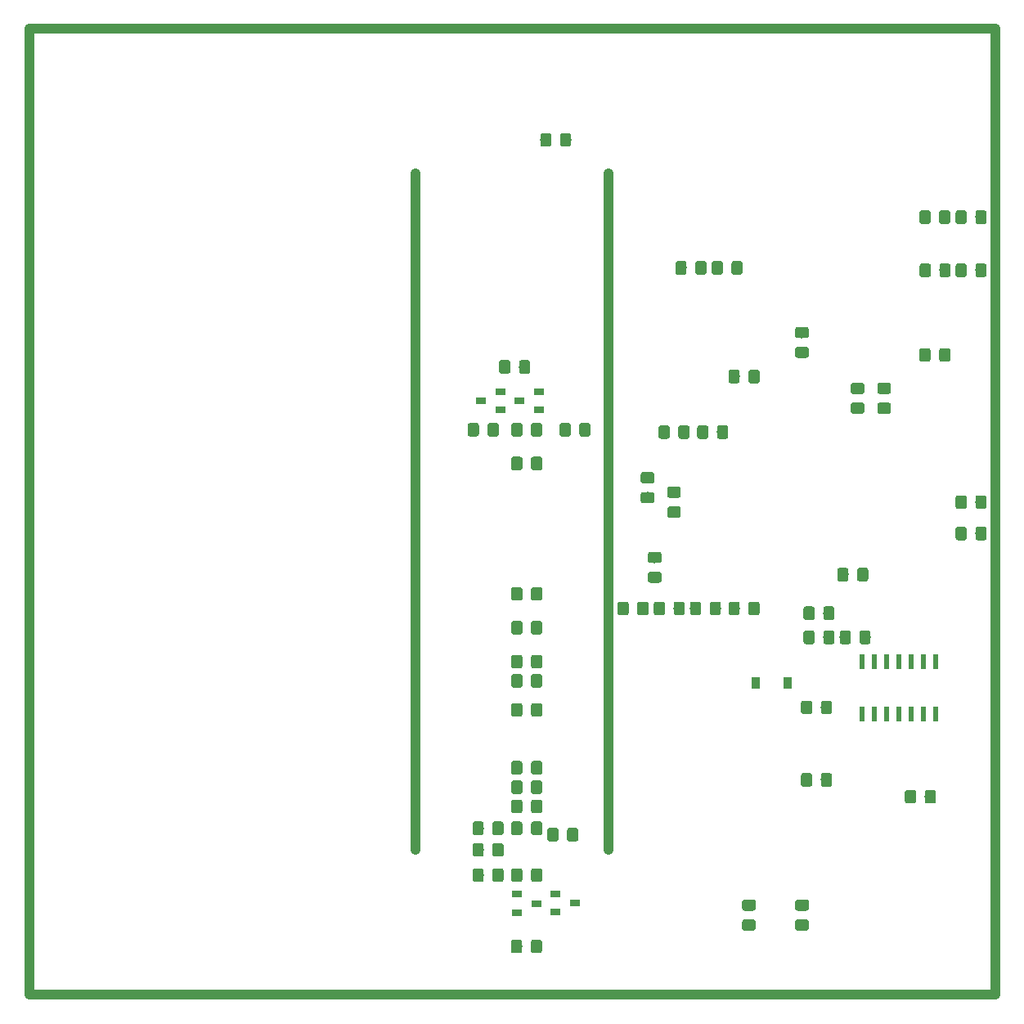
<source format=gbr>
%TF.GenerationSoftware,KiCad,Pcbnew,(5.0.0)*%
%TF.CreationDate,2019-01-26T23:48:39+01:00*%
%TF.ProjectId,Kicad_JE_SteinerVCF,4B696361645F4A455F537465696E6572,Rev A*%
%TF.SameCoordinates,Original*%
%TF.FileFunction,Paste,Bot*%
%TF.FilePolarity,Positive*%
%FSLAX46Y46*%
G04 Gerber Fmt 4.6, Leading zero omitted, Abs format (unit mm)*
G04 Created by KiCad (PCBNEW (5.0.0)) date 01/26/19 23:48:39*
%MOMM*%
%LPD*%
G01*
G04 APERTURE LIST*
%ADD10C,1.000000*%
%ADD11R,1.000000X0.700000*%
%ADD12C,0.150000*%
%ADD13C,1.150000*%
%ADD14R,0.900000X1.200000*%
%ADD15R,0.600000X1.500000*%
G04 APERTURE END LIST*
D10*
X110000000Y-135000000D02*
X110000000Y-65000000D01*
X110000000Y-65000000D02*
X110000000Y-135000000D01*
X90000000Y-135000000D02*
X90000000Y-65000000D01*
X90000000Y-65000000D02*
X90000000Y-135000000D01*
X150000000Y-50000000D02*
X50000000Y-50000000D01*
X150000000Y-150000000D02*
X150000000Y-50000000D01*
X50000000Y-150000000D02*
X150000000Y-150000000D01*
X50000000Y-50000000D02*
X50000000Y-150000000D01*
D11*
X96750000Y-88500000D03*
X98750000Y-89450000D03*
X98750000Y-87550000D03*
X100750000Y-88500000D03*
X102750000Y-89450000D03*
X102750000Y-87550000D03*
X104500000Y-141450000D03*
X104500000Y-139550000D03*
X106500000Y-140500000D03*
X100500000Y-141500000D03*
X100500000Y-139600000D03*
X102500000Y-140550000D03*
D12*
G36*
X98874505Y-136914003D02*
X98898773Y-136917603D01*
X98922572Y-136923564D01*
X98945671Y-136931829D01*
X98967850Y-136942319D01*
X98988893Y-136954931D01*
X99008599Y-136969546D01*
X99026777Y-136986022D01*
X99043253Y-137004200D01*
X99057868Y-137023906D01*
X99070480Y-137044949D01*
X99080970Y-137067128D01*
X99089235Y-137090227D01*
X99095196Y-137114026D01*
X99098796Y-137138294D01*
X99100000Y-137162798D01*
X99100000Y-138062800D01*
X99098796Y-138087304D01*
X99095196Y-138111572D01*
X99089235Y-138135371D01*
X99080970Y-138158470D01*
X99070480Y-138180649D01*
X99057868Y-138201692D01*
X99043253Y-138221398D01*
X99026777Y-138239576D01*
X99008599Y-138256052D01*
X98988893Y-138270667D01*
X98967850Y-138283279D01*
X98945671Y-138293769D01*
X98922572Y-138302034D01*
X98898773Y-138307995D01*
X98874505Y-138311595D01*
X98850001Y-138312799D01*
X98199999Y-138312799D01*
X98175495Y-138311595D01*
X98151227Y-138307995D01*
X98127428Y-138302034D01*
X98104329Y-138293769D01*
X98082150Y-138283279D01*
X98061107Y-138270667D01*
X98041401Y-138256052D01*
X98023223Y-138239576D01*
X98006747Y-138221398D01*
X97992132Y-138201692D01*
X97979520Y-138180649D01*
X97969030Y-138158470D01*
X97960765Y-138135371D01*
X97954804Y-138111572D01*
X97951204Y-138087304D01*
X97950000Y-138062800D01*
X97950000Y-137162798D01*
X97951204Y-137138294D01*
X97954804Y-137114026D01*
X97960765Y-137090227D01*
X97969030Y-137067128D01*
X97979520Y-137044949D01*
X97992132Y-137023906D01*
X98006747Y-137004200D01*
X98023223Y-136986022D01*
X98041401Y-136969546D01*
X98061107Y-136954931D01*
X98082150Y-136942319D01*
X98104329Y-136931829D01*
X98127428Y-136923564D01*
X98151227Y-136917603D01*
X98175495Y-136914003D01*
X98199999Y-136912799D01*
X98850001Y-136912799D01*
X98874505Y-136914003D01*
X98874505Y-136914003D01*
G37*
D13*
X98525000Y-137612799D03*
D12*
G36*
X96824505Y-136914003D02*
X96848773Y-136917603D01*
X96872572Y-136923564D01*
X96895671Y-136931829D01*
X96917850Y-136942319D01*
X96938893Y-136954931D01*
X96958599Y-136969546D01*
X96976777Y-136986022D01*
X96993253Y-137004200D01*
X97007868Y-137023906D01*
X97020480Y-137044949D01*
X97030970Y-137067128D01*
X97039235Y-137090227D01*
X97045196Y-137114026D01*
X97048796Y-137138294D01*
X97050000Y-137162798D01*
X97050000Y-138062800D01*
X97048796Y-138087304D01*
X97045196Y-138111572D01*
X97039235Y-138135371D01*
X97030970Y-138158470D01*
X97020480Y-138180649D01*
X97007868Y-138201692D01*
X96993253Y-138221398D01*
X96976777Y-138239576D01*
X96958599Y-138256052D01*
X96938893Y-138270667D01*
X96917850Y-138283279D01*
X96895671Y-138293769D01*
X96872572Y-138302034D01*
X96848773Y-138307995D01*
X96824505Y-138311595D01*
X96800001Y-138312799D01*
X96149999Y-138312799D01*
X96125495Y-138311595D01*
X96101227Y-138307995D01*
X96077428Y-138302034D01*
X96054329Y-138293769D01*
X96032150Y-138283279D01*
X96011107Y-138270667D01*
X95991401Y-138256052D01*
X95973223Y-138239576D01*
X95956747Y-138221398D01*
X95942132Y-138201692D01*
X95929520Y-138180649D01*
X95919030Y-138158470D01*
X95910765Y-138135371D01*
X95904804Y-138111572D01*
X95901204Y-138087304D01*
X95900000Y-138062800D01*
X95900000Y-137162798D01*
X95901204Y-137138294D01*
X95904804Y-137114026D01*
X95910765Y-137090227D01*
X95919030Y-137067128D01*
X95929520Y-137044949D01*
X95942132Y-137023906D01*
X95956747Y-137004200D01*
X95973223Y-136986022D01*
X95991401Y-136969546D01*
X96011107Y-136954931D01*
X96032150Y-136942319D01*
X96054329Y-136931829D01*
X96077428Y-136923564D01*
X96101227Y-136917603D01*
X96125495Y-136914003D01*
X96149999Y-136912799D01*
X96800001Y-136912799D01*
X96824505Y-136914003D01*
X96824505Y-136914003D01*
G37*
D13*
X96475000Y-137612799D03*
D12*
G36*
X102874505Y-136914003D02*
X102898773Y-136917603D01*
X102922572Y-136923564D01*
X102945671Y-136931829D01*
X102967850Y-136942319D01*
X102988893Y-136954931D01*
X103008599Y-136969546D01*
X103026777Y-136986022D01*
X103043253Y-137004200D01*
X103057868Y-137023906D01*
X103070480Y-137044949D01*
X103080970Y-137067128D01*
X103089235Y-137090227D01*
X103095196Y-137114026D01*
X103098796Y-137138294D01*
X103100000Y-137162798D01*
X103100000Y-138062800D01*
X103098796Y-138087304D01*
X103095196Y-138111572D01*
X103089235Y-138135371D01*
X103080970Y-138158470D01*
X103070480Y-138180649D01*
X103057868Y-138201692D01*
X103043253Y-138221398D01*
X103026777Y-138239576D01*
X103008599Y-138256052D01*
X102988893Y-138270667D01*
X102967850Y-138283279D01*
X102945671Y-138293769D01*
X102922572Y-138302034D01*
X102898773Y-138307995D01*
X102874505Y-138311595D01*
X102850001Y-138312799D01*
X102199999Y-138312799D01*
X102175495Y-138311595D01*
X102151227Y-138307995D01*
X102127428Y-138302034D01*
X102104329Y-138293769D01*
X102082150Y-138283279D01*
X102061107Y-138270667D01*
X102041401Y-138256052D01*
X102023223Y-138239576D01*
X102006747Y-138221398D01*
X101992132Y-138201692D01*
X101979520Y-138180649D01*
X101969030Y-138158470D01*
X101960765Y-138135371D01*
X101954804Y-138111572D01*
X101951204Y-138087304D01*
X101950000Y-138062800D01*
X101950000Y-137162798D01*
X101951204Y-137138294D01*
X101954804Y-137114026D01*
X101960765Y-137090227D01*
X101969030Y-137067128D01*
X101979520Y-137044949D01*
X101992132Y-137023906D01*
X102006747Y-137004200D01*
X102023223Y-136986022D01*
X102041401Y-136969546D01*
X102061107Y-136954931D01*
X102082150Y-136942319D01*
X102104329Y-136931829D01*
X102127428Y-136923564D01*
X102151227Y-136917603D01*
X102175495Y-136914003D01*
X102199999Y-136912799D01*
X102850001Y-136912799D01*
X102874505Y-136914003D01*
X102874505Y-136914003D01*
G37*
D13*
X102525000Y-137612799D03*
D12*
G36*
X100824505Y-136914003D02*
X100848773Y-136917603D01*
X100872572Y-136923564D01*
X100895671Y-136931829D01*
X100917850Y-136942319D01*
X100938893Y-136954931D01*
X100958599Y-136969546D01*
X100976777Y-136986022D01*
X100993253Y-137004200D01*
X101007868Y-137023906D01*
X101020480Y-137044949D01*
X101030970Y-137067128D01*
X101039235Y-137090227D01*
X101045196Y-137114026D01*
X101048796Y-137138294D01*
X101050000Y-137162798D01*
X101050000Y-138062800D01*
X101048796Y-138087304D01*
X101045196Y-138111572D01*
X101039235Y-138135371D01*
X101030970Y-138158470D01*
X101020480Y-138180649D01*
X101007868Y-138201692D01*
X100993253Y-138221398D01*
X100976777Y-138239576D01*
X100958599Y-138256052D01*
X100938893Y-138270667D01*
X100917850Y-138283279D01*
X100895671Y-138293769D01*
X100872572Y-138302034D01*
X100848773Y-138307995D01*
X100824505Y-138311595D01*
X100800001Y-138312799D01*
X100149999Y-138312799D01*
X100125495Y-138311595D01*
X100101227Y-138307995D01*
X100077428Y-138302034D01*
X100054329Y-138293769D01*
X100032150Y-138283279D01*
X100011107Y-138270667D01*
X99991401Y-138256052D01*
X99973223Y-138239576D01*
X99956747Y-138221398D01*
X99942132Y-138201692D01*
X99929520Y-138180649D01*
X99919030Y-138158470D01*
X99910765Y-138135371D01*
X99904804Y-138111572D01*
X99901204Y-138087304D01*
X99900000Y-138062800D01*
X99900000Y-137162798D01*
X99901204Y-137138294D01*
X99904804Y-137114026D01*
X99910765Y-137090227D01*
X99919030Y-137067128D01*
X99929520Y-137044949D01*
X99942132Y-137023906D01*
X99956747Y-137004200D01*
X99973223Y-136986022D01*
X99991401Y-136969546D01*
X100011107Y-136954931D01*
X100032150Y-136942319D01*
X100054329Y-136931829D01*
X100077428Y-136923564D01*
X100101227Y-136917603D01*
X100125495Y-136914003D01*
X100149999Y-136912799D01*
X100800001Y-136912799D01*
X100824505Y-136914003D01*
X100824505Y-136914003D01*
G37*
D13*
X100475000Y-137612799D03*
D12*
G36*
X98874505Y-134301204D02*
X98898773Y-134304804D01*
X98922572Y-134310765D01*
X98945671Y-134319030D01*
X98967850Y-134329520D01*
X98988893Y-134342132D01*
X99008599Y-134356747D01*
X99026777Y-134373223D01*
X99043253Y-134391401D01*
X99057868Y-134411107D01*
X99070480Y-134432150D01*
X99080970Y-134454329D01*
X99089235Y-134477428D01*
X99095196Y-134501227D01*
X99098796Y-134525495D01*
X99100000Y-134549999D01*
X99100000Y-135450001D01*
X99098796Y-135474505D01*
X99095196Y-135498773D01*
X99089235Y-135522572D01*
X99080970Y-135545671D01*
X99070480Y-135567850D01*
X99057868Y-135588893D01*
X99043253Y-135608599D01*
X99026777Y-135626777D01*
X99008599Y-135643253D01*
X98988893Y-135657868D01*
X98967850Y-135670480D01*
X98945671Y-135680970D01*
X98922572Y-135689235D01*
X98898773Y-135695196D01*
X98874505Y-135698796D01*
X98850001Y-135700000D01*
X98199999Y-135700000D01*
X98175495Y-135698796D01*
X98151227Y-135695196D01*
X98127428Y-135689235D01*
X98104329Y-135680970D01*
X98082150Y-135670480D01*
X98061107Y-135657868D01*
X98041401Y-135643253D01*
X98023223Y-135626777D01*
X98006747Y-135608599D01*
X97992132Y-135588893D01*
X97979520Y-135567850D01*
X97969030Y-135545671D01*
X97960765Y-135522572D01*
X97954804Y-135498773D01*
X97951204Y-135474505D01*
X97950000Y-135450001D01*
X97950000Y-134549999D01*
X97951204Y-134525495D01*
X97954804Y-134501227D01*
X97960765Y-134477428D01*
X97969030Y-134454329D01*
X97979520Y-134432150D01*
X97992132Y-134411107D01*
X98006747Y-134391401D01*
X98023223Y-134373223D01*
X98041401Y-134356747D01*
X98061107Y-134342132D01*
X98082150Y-134329520D01*
X98104329Y-134319030D01*
X98127428Y-134310765D01*
X98151227Y-134304804D01*
X98175495Y-134301204D01*
X98199999Y-134300000D01*
X98850001Y-134300000D01*
X98874505Y-134301204D01*
X98874505Y-134301204D01*
G37*
D13*
X98525000Y-135000000D03*
D12*
G36*
X96824505Y-134301204D02*
X96848773Y-134304804D01*
X96872572Y-134310765D01*
X96895671Y-134319030D01*
X96917850Y-134329520D01*
X96938893Y-134342132D01*
X96958599Y-134356747D01*
X96976777Y-134373223D01*
X96993253Y-134391401D01*
X97007868Y-134411107D01*
X97020480Y-134432150D01*
X97030970Y-134454329D01*
X97039235Y-134477428D01*
X97045196Y-134501227D01*
X97048796Y-134525495D01*
X97050000Y-134549999D01*
X97050000Y-135450001D01*
X97048796Y-135474505D01*
X97045196Y-135498773D01*
X97039235Y-135522572D01*
X97030970Y-135545671D01*
X97020480Y-135567850D01*
X97007868Y-135588893D01*
X96993253Y-135608599D01*
X96976777Y-135626777D01*
X96958599Y-135643253D01*
X96938893Y-135657868D01*
X96917850Y-135670480D01*
X96895671Y-135680970D01*
X96872572Y-135689235D01*
X96848773Y-135695196D01*
X96824505Y-135698796D01*
X96800001Y-135700000D01*
X96149999Y-135700000D01*
X96125495Y-135698796D01*
X96101227Y-135695196D01*
X96077428Y-135689235D01*
X96054329Y-135680970D01*
X96032150Y-135670480D01*
X96011107Y-135657868D01*
X95991401Y-135643253D01*
X95973223Y-135626777D01*
X95956747Y-135608599D01*
X95942132Y-135588893D01*
X95929520Y-135567850D01*
X95919030Y-135545671D01*
X95910765Y-135522572D01*
X95904804Y-135498773D01*
X95901204Y-135474505D01*
X95900000Y-135450001D01*
X95900000Y-134549999D01*
X95901204Y-134525495D01*
X95904804Y-134501227D01*
X95910765Y-134477428D01*
X95919030Y-134454329D01*
X95929520Y-134432150D01*
X95942132Y-134411107D01*
X95956747Y-134391401D01*
X95973223Y-134373223D01*
X95991401Y-134356747D01*
X96011107Y-134342132D01*
X96032150Y-134329520D01*
X96054329Y-134319030D01*
X96077428Y-134310765D01*
X96101227Y-134304804D01*
X96125495Y-134301204D01*
X96149999Y-134300000D01*
X96800001Y-134300000D01*
X96824505Y-134301204D01*
X96824505Y-134301204D01*
G37*
D13*
X96475000Y-135000000D03*
D12*
G36*
X102874505Y-116801204D02*
X102898773Y-116804804D01*
X102922572Y-116810765D01*
X102945671Y-116819030D01*
X102967850Y-116829520D01*
X102988893Y-116842132D01*
X103008599Y-116856747D01*
X103026777Y-116873223D01*
X103043253Y-116891401D01*
X103057868Y-116911107D01*
X103070480Y-116932150D01*
X103080970Y-116954329D01*
X103089235Y-116977428D01*
X103095196Y-117001227D01*
X103098796Y-117025495D01*
X103100000Y-117049999D01*
X103100000Y-117950001D01*
X103098796Y-117974505D01*
X103095196Y-117998773D01*
X103089235Y-118022572D01*
X103080970Y-118045671D01*
X103070480Y-118067850D01*
X103057868Y-118088893D01*
X103043253Y-118108599D01*
X103026777Y-118126777D01*
X103008599Y-118143253D01*
X102988893Y-118157868D01*
X102967850Y-118170480D01*
X102945671Y-118180970D01*
X102922572Y-118189235D01*
X102898773Y-118195196D01*
X102874505Y-118198796D01*
X102850001Y-118200000D01*
X102199999Y-118200000D01*
X102175495Y-118198796D01*
X102151227Y-118195196D01*
X102127428Y-118189235D01*
X102104329Y-118180970D01*
X102082150Y-118170480D01*
X102061107Y-118157868D01*
X102041401Y-118143253D01*
X102023223Y-118126777D01*
X102006747Y-118108599D01*
X101992132Y-118088893D01*
X101979520Y-118067850D01*
X101969030Y-118045671D01*
X101960765Y-118022572D01*
X101954804Y-117998773D01*
X101951204Y-117974505D01*
X101950000Y-117950001D01*
X101950000Y-117049999D01*
X101951204Y-117025495D01*
X101954804Y-117001227D01*
X101960765Y-116977428D01*
X101969030Y-116954329D01*
X101979520Y-116932150D01*
X101992132Y-116911107D01*
X102006747Y-116891401D01*
X102023223Y-116873223D01*
X102041401Y-116856747D01*
X102061107Y-116842132D01*
X102082150Y-116829520D01*
X102104329Y-116819030D01*
X102127428Y-116810765D01*
X102151227Y-116804804D01*
X102175495Y-116801204D01*
X102199999Y-116800000D01*
X102850001Y-116800000D01*
X102874505Y-116801204D01*
X102874505Y-116801204D01*
G37*
D13*
X102525000Y-117500000D03*
D12*
G36*
X100824505Y-116801204D02*
X100848773Y-116804804D01*
X100872572Y-116810765D01*
X100895671Y-116819030D01*
X100917850Y-116829520D01*
X100938893Y-116842132D01*
X100958599Y-116856747D01*
X100976777Y-116873223D01*
X100993253Y-116891401D01*
X101007868Y-116911107D01*
X101020480Y-116932150D01*
X101030970Y-116954329D01*
X101039235Y-116977428D01*
X101045196Y-117001227D01*
X101048796Y-117025495D01*
X101050000Y-117049999D01*
X101050000Y-117950001D01*
X101048796Y-117974505D01*
X101045196Y-117998773D01*
X101039235Y-118022572D01*
X101030970Y-118045671D01*
X101020480Y-118067850D01*
X101007868Y-118088893D01*
X100993253Y-118108599D01*
X100976777Y-118126777D01*
X100958599Y-118143253D01*
X100938893Y-118157868D01*
X100917850Y-118170480D01*
X100895671Y-118180970D01*
X100872572Y-118189235D01*
X100848773Y-118195196D01*
X100824505Y-118198796D01*
X100800001Y-118200000D01*
X100149999Y-118200000D01*
X100125495Y-118198796D01*
X100101227Y-118195196D01*
X100077428Y-118189235D01*
X100054329Y-118180970D01*
X100032150Y-118170480D01*
X100011107Y-118157868D01*
X99991401Y-118143253D01*
X99973223Y-118126777D01*
X99956747Y-118108599D01*
X99942132Y-118088893D01*
X99929520Y-118067850D01*
X99919030Y-118045671D01*
X99910765Y-118022572D01*
X99904804Y-117998773D01*
X99901204Y-117974505D01*
X99900000Y-117950001D01*
X99900000Y-117049999D01*
X99901204Y-117025495D01*
X99904804Y-117001227D01*
X99910765Y-116977428D01*
X99919030Y-116954329D01*
X99929520Y-116932150D01*
X99942132Y-116911107D01*
X99956747Y-116891401D01*
X99973223Y-116873223D01*
X99991401Y-116856747D01*
X100011107Y-116842132D01*
X100032150Y-116829520D01*
X100054329Y-116819030D01*
X100077428Y-116810765D01*
X100101227Y-116804804D01*
X100125495Y-116801204D01*
X100149999Y-116800000D01*
X100800001Y-116800000D01*
X100824505Y-116801204D01*
X100824505Y-116801204D01*
G37*
D13*
X100475000Y-117500000D03*
D12*
G36*
X96824505Y-132064003D02*
X96848773Y-132067603D01*
X96872572Y-132073564D01*
X96895671Y-132081829D01*
X96917850Y-132092319D01*
X96938893Y-132104931D01*
X96958599Y-132119546D01*
X96976777Y-132136022D01*
X96993253Y-132154200D01*
X97007868Y-132173906D01*
X97020480Y-132194949D01*
X97030970Y-132217128D01*
X97039235Y-132240227D01*
X97045196Y-132264026D01*
X97048796Y-132288294D01*
X97050000Y-132312798D01*
X97050000Y-133212800D01*
X97048796Y-133237304D01*
X97045196Y-133261572D01*
X97039235Y-133285371D01*
X97030970Y-133308470D01*
X97020480Y-133330649D01*
X97007868Y-133351692D01*
X96993253Y-133371398D01*
X96976777Y-133389576D01*
X96958599Y-133406052D01*
X96938893Y-133420667D01*
X96917850Y-133433279D01*
X96895671Y-133443769D01*
X96872572Y-133452034D01*
X96848773Y-133457995D01*
X96824505Y-133461595D01*
X96800001Y-133462799D01*
X96149999Y-133462799D01*
X96125495Y-133461595D01*
X96101227Y-133457995D01*
X96077428Y-133452034D01*
X96054329Y-133443769D01*
X96032150Y-133433279D01*
X96011107Y-133420667D01*
X95991401Y-133406052D01*
X95973223Y-133389576D01*
X95956747Y-133371398D01*
X95942132Y-133351692D01*
X95929520Y-133330649D01*
X95919030Y-133308470D01*
X95910765Y-133285371D01*
X95904804Y-133261572D01*
X95901204Y-133237304D01*
X95900000Y-133212800D01*
X95900000Y-132312798D01*
X95901204Y-132288294D01*
X95904804Y-132264026D01*
X95910765Y-132240227D01*
X95919030Y-132217128D01*
X95929520Y-132194949D01*
X95942132Y-132173906D01*
X95956747Y-132154200D01*
X95973223Y-132136022D01*
X95991401Y-132119546D01*
X96011107Y-132104931D01*
X96032150Y-132092319D01*
X96054329Y-132081829D01*
X96077428Y-132073564D01*
X96101227Y-132067603D01*
X96125495Y-132064003D01*
X96149999Y-132062799D01*
X96800001Y-132062799D01*
X96824505Y-132064003D01*
X96824505Y-132064003D01*
G37*
D13*
X96475000Y-132762799D03*
D12*
G36*
X98874505Y-132064003D02*
X98898773Y-132067603D01*
X98922572Y-132073564D01*
X98945671Y-132081829D01*
X98967850Y-132092319D01*
X98988893Y-132104931D01*
X99008599Y-132119546D01*
X99026777Y-132136022D01*
X99043253Y-132154200D01*
X99057868Y-132173906D01*
X99070480Y-132194949D01*
X99080970Y-132217128D01*
X99089235Y-132240227D01*
X99095196Y-132264026D01*
X99098796Y-132288294D01*
X99100000Y-132312798D01*
X99100000Y-133212800D01*
X99098796Y-133237304D01*
X99095196Y-133261572D01*
X99089235Y-133285371D01*
X99080970Y-133308470D01*
X99070480Y-133330649D01*
X99057868Y-133351692D01*
X99043253Y-133371398D01*
X99026777Y-133389576D01*
X99008599Y-133406052D01*
X98988893Y-133420667D01*
X98967850Y-133433279D01*
X98945671Y-133443769D01*
X98922572Y-133452034D01*
X98898773Y-133457995D01*
X98874505Y-133461595D01*
X98850001Y-133462799D01*
X98199999Y-133462799D01*
X98175495Y-133461595D01*
X98151227Y-133457995D01*
X98127428Y-133452034D01*
X98104329Y-133443769D01*
X98082150Y-133433279D01*
X98061107Y-133420667D01*
X98041401Y-133406052D01*
X98023223Y-133389576D01*
X98006747Y-133371398D01*
X97992132Y-133351692D01*
X97979520Y-133330649D01*
X97969030Y-133308470D01*
X97960765Y-133285371D01*
X97954804Y-133261572D01*
X97951204Y-133237304D01*
X97950000Y-133212800D01*
X97950000Y-132312798D01*
X97951204Y-132288294D01*
X97954804Y-132264026D01*
X97960765Y-132240227D01*
X97969030Y-132217128D01*
X97979520Y-132194949D01*
X97992132Y-132173906D01*
X98006747Y-132154200D01*
X98023223Y-132136022D01*
X98041401Y-132119546D01*
X98061107Y-132104931D01*
X98082150Y-132092319D01*
X98104329Y-132081829D01*
X98127428Y-132073564D01*
X98151227Y-132067603D01*
X98175495Y-132064003D01*
X98199999Y-132062799D01*
X98850001Y-132062799D01*
X98874505Y-132064003D01*
X98874505Y-132064003D01*
G37*
D13*
X98525000Y-132762799D03*
D12*
G36*
X100824505Y-132064003D02*
X100848773Y-132067603D01*
X100872572Y-132073564D01*
X100895671Y-132081829D01*
X100917850Y-132092319D01*
X100938893Y-132104931D01*
X100958599Y-132119546D01*
X100976777Y-132136022D01*
X100993253Y-132154200D01*
X101007868Y-132173906D01*
X101020480Y-132194949D01*
X101030970Y-132217128D01*
X101039235Y-132240227D01*
X101045196Y-132264026D01*
X101048796Y-132288294D01*
X101050000Y-132312798D01*
X101050000Y-133212800D01*
X101048796Y-133237304D01*
X101045196Y-133261572D01*
X101039235Y-133285371D01*
X101030970Y-133308470D01*
X101020480Y-133330649D01*
X101007868Y-133351692D01*
X100993253Y-133371398D01*
X100976777Y-133389576D01*
X100958599Y-133406052D01*
X100938893Y-133420667D01*
X100917850Y-133433279D01*
X100895671Y-133443769D01*
X100872572Y-133452034D01*
X100848773Y-133457995D01*
X100824505Y-133461595D01*
X100800001Y-133462799D01*
X100149999Y-133462799D01*
X100125495Y-133461595D01*
X100101227Y-133457995D01*
X100077428Y-133452034D01*
X100054329Y-133443769D01*
X100032150Y-133433279D01*
X100011107Y-133420667D01*
X99991401Y-133406052D01*
X99973223Y-133389576D01*
X99956747Y-133371398D01*
X99942132Y-133351692D01*
X99929520Y-133330649D01*
X99919030Y-133308470D01*
X99910765Y-133285371D01*
X99904804Y-133261572D01*
X99901204Y-133237304D01*
X99900000Y-133212800D01*
X99900000Y-132312798D01*
X99901204Y-132288294D01*
X99904804Y-132264026D01*
X99910765Y-132240227D01*
X99919030Y-132217128D01*
X99929520Y-132194949D01*
X99942132Y-132173906D01*
X99956747Y-132154200D01*
X99973223Y-132136022D01*
X99991401Y-132119546D01*
X100011107Y-132104931D01*
X100032150Y-132092319D01*
X100054329Y-132081829D01*
X100077428Y-132073564D01*
X100101227Y-132067603D01*
X100125495Y-132064003D01*
X100149999Y-132062799D01*
X100800001Y-132062799D01*
X100824505Y-132064003D01*
X100824505Y-132064003D01*
G37*
D13*
X100475000Y-132762799D03*
D12*
G36*
X102874505Y-132064003D02*
X102898773Y-132067603D01*
X102922572Y-132073564D01*
X102945671Y-132081829D01*
X102967850Y-132092319D01*
X102988893Y-132104931D01*
X103008599Y-132119546D01*
X103026777Y-132136022D01*
X103043253Y-132154200D01*
X103057868Y-132173906D01*
X103070480Y-132194949D01*
X103080970Y-132217128D01*
X103089235Y-132240227D01*
X103095196Y-132264026D01*
X103098796Y-132288294D01*
X103100000Y-132312798D01*
X103100000Y-133212800D01*
X103098796Y-133237304D01*
X103095196Y-133261572D01*
X103089235Y-133285371D01*
X103080970Y-133308470D01*
X103070480Y-133330649D01*
X103057868Y-133351692D01*
X103043253Y-133371398D01*
X103026777Y-133389576D01*
X103008599Y-133406052D01*
X102988893Y-133420667D01*
X102967850Y-133433279D01*
X102945671Y-133443769D01*
X102922572Y-133452034D01*
X102898773Y-133457995D01*
X102874505Y-133461595D01*
X102850001Y-133462799D01*
X102199999Y-133462799D01*
X102175495Y-133461595D01*
X102151227Y-133457995D01*
X102127428Y-133452034D01*
X102104329Y-133443769D01*
X102082150Y-133433279D01*
X102061107Y-133420667D01*
X102041401Y-133406052D01*
X102023223Y-133389576D01*
X102006747Y-133371398D01*
X101992132Y-133351692D01*
X101979520Y-133330649D01*
X101969030Y-133308470D01*
X101960765Y-133285371D01*
X101954804Y-133261572D01*
X101951204Y-133237304D01*
X101950000Y-133212800D01*
X101950000Y-132312798D01*
X101951204Y-132288294D01*
X101954804Y-132264026D01*
X101960765Y-132240227D01*
X101969030Y-132217128D01*
X101979520Y-132194949D01*
X101992132Y-132173906D01*
X102006747Y-132154200D01*
X102023223Y-132136022D01*
X102041401Y-132119546D01*
X102061107Y-132104931D01*
X102082150Y-132092319D01*
X102104329Y-132081829D01*
X102127428Y-132073564D01*
X102151227Y-132067603D01*
X102175495Y-132064003D01*
X102199999Y-132062799D01*
X102850001Y-132062799D01*
X102874505Y-132064003D01*
X102874505Y-132064003D01*
G37*
D13*
X102525000Y-132762799D03*
D12*
G36*
X100824505Y-129801204D02*
X100848773Y-129804804D01*
X100872572Y-129810765D01*
X100895671Y-129819030D01*
X100917850Y-129829520D01*
X100938893Y-129842132D01*
X100958599Y-129856747D01*
X100976777Y-129873223D01*
X100993253Y-129891401D01*
X101007868Y-129911107D01*
X101020480Y-129932150D01*
X101030970Y-129954329D01*
X101039235Y-129977428D01*
X101045196Y-130001227D01*
X101048796Y-130025495D01*
X101050000Y-130049999D01*
X101050000Y-130950001D01*
X101048796Y-130974505D01*
X101045196Y-130998773D01*
X101039235Y-131022572D01*
X101030970Y-131045671D01*
X101020480Y-131067850D01*
X101007868Y-131088893D01*
X100993253Y-131108599D01*
X100976777Y-131126777D01*
X100958599Y-131143253D01*
X100938893Y-131157868D01*
X100917850Y-131170480D01*
X100895671Y-131180970D01*
X100872572Y-131189235D01*
X100848773Y-131195196D01*
X100824505Y-131198796D01*
X100800001Y-131200000D01*
X100149999Y-131200000D01*
X100125495Y-131198796D01*
X100101227Y-131195196D01*
X100077428Y-131189235D01*
X100054329Y-131180970D01*
X100032150Y-131170480D01*
X100011107Y-131157868D01*
X99991401Y-131143253D01*
X99973223Y-131126777D01*
X99956747Y-131108599D01*
X99942132Y-131088893D01*
X99929520Y-131067850D01*
X99919030Y-131045671D01*
X99910765Y-131022572D01*
X99904804Y-130998773D01*
X99901204Y-130974505D01*
X99900000Y-130950001D01*
X99900000Y-130049999D01*
X99901204Y-130025495D01*
X99904804Y-130001227D01*
X99910765Y-129977428D01*
X99919030Y-129954329D01*
X99929520Y-129932150D01*
X99942132Y-129911107D01*
X99956747Y-129891401D01*
X99973223Y-129873223D01*
X99991401Y-129856747D01*
X100011107Y-129842132D01*
X100032150Y-129829520D01*
X100054329Y-129819030D01*
X100077428Y-129810765D01*
X100101227Y-129804804D01*
X100125495Y-129801204D01*
X100149999Y-129800000D01*
X100800001Y-129800000D01*
X100824505Y-129801204D01*
X100824505Y-129801204D01*
G37*
D13*
X100475000Y-130500000D03*
D12*
G36*
X102874505Y-129801204D02*
X102898773Y-129804804D01*
X102922572Y-129810765D01*
X102945671Y-129819030D01*
X102967850Y-129829520D01*
X102988893Y-129842132D01*
X103008599Y-129856747D01*
X103026777Y-129873223D01*
X103043253Y-129891401D01*
X103057868Y-129911107D01*
X103070480Y-129932150D01*
X103080970Y-129954329D01*
X103089235Y-129977428D01*
X103095196Y-130001227D01*
X103098796Y-130025495D01*
X103100000Y-130049999D01*
X103100000Y-130950001D01*
X103098796Y-130974505D01*
X103095196Y-130998773D01*
X103089235Y-131022572D01*
X103080970Y-131045671D01*
X103070480Y-131067850D01*
X103057868Y-131088893D01*
X103043253Y-131108599D01*
X103026777Y-131126777D01*
X103008599Y-131143253D01*
X102988893Y-131157868D01*
X102967850Y-131170480D01*
X102945671Y-131180970D01*
X102922572Y-131189235D01*
X102898773Y-131195196D01*
X102874505Y-131198796D01*
X102850001Y-131200000D01*
X102199999Y-131200000D01*
X102175495Y-131198796D01*
X102151227Y-131195196D01*
X102127428Y-131189235D01*
X102104329Y-131180970D01*
X102082150Y-131170480D01*
X102061107Y-131157868D01*
X102041401Y-131143253D01*
X102023223Y-131126777D01*
X102006747Y-131108599D01*
X101992132Y-131088893D01*
X101979520Y-131067850D01*
X101969030Y-131045671D01*
X101960765Y-131022572D01*
X101954804Y-130998773D01*
X101951204Y-130974505D01*
X101950000Y-130950001D01*
X101950000Y-130049999D01*
X101951204Y-130025495D01*
X101954804Y-130001227D01*
X101960765Y-129977428D01*
X101969030Y-129954329D01*
X101979520Y-129932150D01*
X101992132Y-129911107D01*
X102006747Y-129891401D01*
X102023223Y-129873223D01*
X102041401Y-129856747D01*
X102061107Y-129842132D01*
X102082150Y-129829520D01*
X102104329Y-129819030D01*
X102127428Y-129810765D01*
X102151227Y-129804804D01*
X102175495Y-129801204D01*
X102199999Y-129800000D01*
X102850001Y-129800000D01*
X102874505Y-129801204D01*
X102874505Y-129801204D01*
G37*
D13*
X102525000Y-130500000D03*
D12*
G36*
X100824505Y-127801204D02*
X100848773Y-127804804D01*
X100872572Y-127810765D01*
X100895671Y-127819030D01*
X100917850Y-127829520D01*
X100938893Y-127842132D01*
X100958599Y-127856747D01*
X100976777Y-127873223D01*
X100993253Y-127891401D01*
X101007868Y-127911107D01*
X101020480Y-127932150D01*
X101030970Y-127954329D01*
X101039235Y-127977428D01*
X101045196Y-128001227D01*
X101048796Y-128025495D01*
X101050000Y-128049999D01*
X101050000Y-128950001D01*
X101048796Y-128974505D01*
X101045196Y-128998773D01*
X101039235Y-129022572D01*
X101030970Y-129045671D01*
X101020480Y-129067850D01*
X101007868Y-129088893D01*
X100993253Y-129108599D01*
X100976777Y-129126777D01*
X100958599Y-129143253D01*
X100938893Y-129157868D01*
X100917850Y-129170480D01*
X100895671Y-129180970D01*
X100872572Y-129189235D01*
X100848773Y-129195196D01*
X100824505Y-129198796D01*
X100800001Y-129200000D01*
X100149999Y-129200000D01*
X100125495Y-129198796D01*
X100101227Y-129195196D01*
X100077428Y-129189235D01*
X100054329Y-129180970D01*
X100032150Y-129170480D01*
X100011107Y-129157868D01*
X99991401Y-129143253D01*
X99973223Y-129126777D01*
X99956747Y-129108599D01*
X99942132Y-129088893D01*
X99929520Y-129067850D01*
X99919030Y-129045671D01*
X99910765Y-129022572D01*
X99904804Y-128998773D01*
X99901204Y-128974505D01*
X99900000Y-128950001D01*
X99900000Y-128049999D01*
X99901204Y-128025495D01*
X99904804Y-128001227D01*
X99910765Y-127977428D01*
X99919030Y-127954329D01*
X99929520Y-127932150D01*
X99942132Y-127911107D01*
X99956747Y-127891401D01*
X99973223Y-127873223D01*
X99991401Y-127856747D01*
X100011107Y-127842132D01*
X100032150Y-127829520D01*
X100054329Y-127819030D01*
X100077428Y-127810765D01*
X100101227Y-127804804D01*
X100125495Y-127801204D01*
X100149999Y-127800000D01*
X100800001Y-127800000D01*
X100824505Y-127801204D01*
X100824505Y-127801204D01*
G37*
D13*
X100475000Y-128500000D03*
D12*
G36*
X102874505Y-127801204D02*
X102898773Y-127804804D01*
X102922572Y-127810765D01*
X102945671Y-127819030D01*
X102967850Y-127829520D01*
X102988893Y-127842132D01*
X103008599Y-127856747D01*
X103026777Y-127873223D01*
X103043253Y-127891401D01*
X103057868Y-127911107D01*
X103070480Y-127932150D01*
X103080970Y-127954329D01*
X103089235Y-127977428D01*
X103095196Y-128001227D01*
X103098796Y-128025495D01*
X103100000Y-128049999D01*
X103100000Y-128950001D01*
X103098796Y-128974505D01*
X103095196Y-128998773D01*
X103089235Y-129022572D01*
X103080970Y-129045671D01*
X103070480Y-129067850D01*
X103057868Y-129088893D01*
X103043253Y-129108599D01*
X103026777Y-129126777D01*
X103008599Y-129143253D01*
X102988893Y-129157868D01*
X102967850Y-129170480D01*
X102945671Y-129180970D01*
X102922572Y-129189235D01*
X102898773Y-129195196D01*
X102874505Y-129198796D01*
X102850001Y-129200000D01*
X102199999Y-129200000D01*
X102175495Y-129198796D01*
X102151227Y-129195196D01*
X102127428Y-129189235D01*
X102104329Y-129180970D01*
X102082150Y-129170480D01*
X102061107Y-129157868D01*
X102041401Y-129143253D01*
X102023223Y-129126777D01*
X102006747Y-129108599D01*
X101992132Y-129088893D01*
X101979520Y-129067850D01*
X101969030Y-129045671D01*
X101960765Y-129022572D01*
X101954804Y-128998773D01*
X101951204Y-128974505D01*
X101950000Y-128950001D01*
X101950000Y-128049999D01*
X101951204Y-128025495D01*
X101954804Y-128001227D01*
X101960765Y-127977428D01*
X101969030Y-127954329D01*
X101979520Y-127932150D01*
X101992132Y-127911107D01*
X102006747Y-127891401D01*
X102023223Y-127873223D01*
X102041401Y-127856747D01*
X102061107Y-127842132D01*
X102082150Y-127829520D01*
X102104329Y-127819030D01*
X102127428Y-127810765D01*
X102151227Y-127804804D01*
X102175495Y-127801204D01*
X102199999Y-127800000D01*
X102850001Y-127800000D01*
X102874505Y-127801204D01*
X102874505Y-127801204D01*
G37*
D13*
X102525000Y-128500000D03*
D12*
G36*
X100824505Y-125801204D02*
X100848773Y-125804804D01*
X100872572Y-125810765D01*
X100895671Y-125819030D01*
X100917850Y-125829520D01*
X100938893Y-125842132D01*
X100958599Y-125856747D01*
X100976777Y-125873223D01*
X100993253Y-125891401D01*
X101007868Y-125911107D01*
X101020480Y-125932150D01*
X101030970Y-125954329D01*
X101039235Y-125977428D01*
X101045196Y-126001227D01*
X101048796Y-126025495D01*
X101050000Y-126049999D01*
X101050000Y-126950001D01*
X101048796Y-126974505D01*
X101045196Y-126998773D01*
X101039235Y-127022572D01*
X101030970Y-127045671D01*
X101020480Y-127067850D01*
X101007868Y-127088893D01*
X100993253Y-127108599D01*
X100976777Y-127126777D01*
X100958599Y-127143253D01*
X100938893Y-127157868D01*
X100917850Y-127170480D01*
X100895671Y-127180970D01*
X100872572Y-127189235D01*
X100848773Y-127195196D01*
X100824505Y-127198796D01*
X100800001Y-127200000D01*
X100149999Y-127200000D01*
X100125495Y-127198796D01*
X100101227Y-127195196D01*
X100077428Y-127189235D01*
X100054329Y-127180970D01*
X100032150Y-127170480D01*
X100011107Y-127157868D01*
X99991401Y-127143253D01*
X99973223Y-127126777D01*
X99956747Y-127108599D01*
X99942132Y-127088893D01*
X99929520Y-127067850D01*
X99919030Y-127045671D01*
X99910765Y-127022572D01*
X99904804Y-126998773D01*
X99901204Y-126974505D01*
X99900000Y-126950001D01*
X99900000Y-126049999D01*
X99901204Y-126025495D01*
X99904804Y-126001227D01*
X99910765Y-125977428D01*
X99919030Y-125954329D01*
X99929520Y-125932150D01*
X99942132Y-125911107D01*
X99956747Y-125891401D01*
X99973223Y-125873223D01*
X99991401Y-125856747D01*
X100011107Y-125842132D01*
X100032150Y-125829520D01*
X100054329Y-125819030D01*
X100077428Y-125810765D01*
X100101227Y-125804804D01*
X100125495Y-125801204D01*
X100149999Y-125800000D01*
X100800001Y-125800000D01*
X100824505Y-125801204D01*
X100824505Y-125801204D01*
G37*
D13*
X100475000Y-126500000D03*
D12*
G36*
X102874505Y-125801204D02*
X102898773Y-125804804D01*
X102922572Y-125810765D01*
X102945671Y-125819030D01*
X102967850Y-125829520D01*
X102988893Y-125842132D01*
X103008599Y-125856747D01*
X103026777Y-125873223D01*
X103043253Y-125891401D01*
X103057868Y-125911107D01*
X103070480Y-125932150D01*
X103080970Y-125954329D01*
X103089235Y-125977428D01*
X103095196Y-126001227D01*
X103098796Y-126025495D01*
X103100000Y-126049999D01*
X103100000Y-126950001D01*
X103098796Y-126974505D01*
X103095196Y-126998773D01*
X103089235Y-127022572D01*
X103080970Y-127045671D01*
X103070480Y-127067850D01*
X103057868Y-127088893D01*
X103043253Y-127108599D01*
X103026777Y-127126777D01*
X103008599Y-127143253D01*
X102988893Y-127157868D01*
X102967850Y-127170480D01*
X102945671Y-127180970D01*
X102922572Y-127189235D01*
X102898773Y-127195196D01*
X102874505Y-127198796D01*
X102850001Y-127200000D01*
X102199999Y-127200000D01*
X102175495Y-127198796D01*
X102151227Y-127195196D01*
X102127428Y-127189235D01*
X102104329Y-127180970D01*
X102082150Y-127170480D01*
X102061107Y-127157868D01*
X102041401Y-127143253D01*
X102023223Y-127126777D01*
X102006747Y-127108599D01*
X101992132Y-127088893D01*
X101979520Y-127067850D01*
X101969030Y-127045671D01*
X101960765Y-127022572D01*
X101954804Y-126998773D01*
X101951204Y-126974505D01*
X101950000Y-126950001D01*
X101950000Y-126049999D01*
X101951204Y-126025495D01*
X101954804Y-126001227D01*
X101960765Y-125977428D01*
X101969030Y-125954329D01*
X101979520Y-125932150D01*
X101992132Y-125911107D01*
X102006747Y-125891401D01*
X102023223Y-125873223D01*
X102041401Y-125856747D01*
X102061107Y-125842132D01*
X102082150Y-125829520D01*
X102104329Y-125819030D01*
X102127428Y-125810765D01*
X102151227Y-125804804D01*
X102175495Y-125801204D01*
X102199999Y-125800000D01*
X102850001Y-125800000D01*
X102874505Y-125801204D01*
X102874505Y-125801204D01*
G37*
D13*
X102525000Y-126500000D03*
D12*
G36*
X105824505Y-90801204D02*
X105848773Y-90804804D01*
X105872572Y-90810765D01*
X105895671Y-90819030D01*
X105917850Y-90829520D01*
X105938893Y-90842132D01*
X105958599Y-90856747D01*
X105976777Y-90873223D01*
X105993253Y-90891401D01*
X106007868Y-90911107D01*
X106020480Y-90932150D01*
X106030970Y-90954329D01*
X106039235Y-90977428D01*
X106045196Y-91001227D01*
X106048796Y-91025495D01*
X106050000Y-91049999D01*
X106050000Y-91950001D01*
X106048796Y-91974505D01*
X106045196Y-91998773D01*
X106039235Y-92022572D01*
X106030970Y-92045671D01*
X106020480Y-92067850D01*
X106007868Y-92088893D01*
X105993253Y-92108599D01*
X105976777Y-92126777D01*
X105958599Y-92143253D01*
X105938893Y-92157868D01*
X105917850Y-92170480D01*
X105895671Y-92180970D01*
X105872572Y-92189235D01*
X105848773Y-92195196D01*
X105824505Y-92198796D01*
X105800001Y-92200000D01*
X105149999Y-92200000D01*
X105125495Y-92198796D01*
X105101227Y-92195196D01*
X105077428Y-92189235D01*
X105054329Y-92180970D01*
X105032150Y-92170480D01*
X105011107Y-92157868D01*
X104991401Y-92143253D01*
X104973223Y-92126777D01*
X104956747Y-92108599D01*
X104942132Y-92088893D01*
X104929520Y-92067850D01*
X104919030Y-92045671D01*
X104910765Y-92022572D01*
X104904804Y-91998773D01*
X104901204Y-91974505D01*
X104900000Y-91950001D01*
X104900000Y-91049999D01*
X104901204Y-91025495D01*
X104904804Y-91001227D01*
X104910765Y-90977428D01*
X104919030Y-90954329D01*
X104929520Y-90932150D01*
X104942132Y-90911107D01*
X104956747Y-90891401D01*
X104973223Y-90873223D01*
X104991401Y-90856747D01*
X105011107Y-90842132D01*
X105032150Y-90829520D01*
X105054329Y-90819030D01*
X105077428Y-90810765D01*
X105101227Y-90804804D01*
X105125495Y-90801204D01*
X105149999Y-90800000D01*
X105800001Y-90800000D01*
X105824505Y-90801204D01*
X105824505Y-90801204D01*
G37*
D13*
X105475000Y-91500000D03*
D12*
G36*
X107874505Y-90801204D02*
X107898773Y-90804804D01*
X107922572Y-90810765D01*
X107945671Y-90819030D01*
X107967850Y-90829520D01*
X107988893Y-90842132D01*
X108008599Y-90856747D01*
X108026777Y-90873223D01*
X108043253Y-90891401D01*
X108057868Y-90911107D01*
X108070480Y-90932150D01*
X108080970Y-90954329D01*
X108089235Y-90977428D01*
X108095196Y-91001227D01*
X108098796Y-91025495D01*
X108100000Y-91049999D01*
X108100000Y-91950001D01*
X108098796Y-91974505D01*
X108095196Y-91998773D01*
X108089235Y-92022572D01*
X108080970Y-92045671D01*
X108070480Y-92067850D01*
X108057868Y-92088893D01*
X108043253Y-92108599D01*
X108026777Y-92126777D01*
X108008599Y-92143253D01*
X107988893Y-92157868D01*
X107967850Y-92170480D01*
X107945671Y-92180970D01*
X107922572Y-92189235D01*
X107898773Y-92195196D01*
X107874505Y-92198796D01*
X107850001Y-92200000D01*
X107199999Y-92200000D01*
X107175495Y-92198796D01*
X107151227Y-92195196D01*
X107127428Y-92189235D01*
X107104329Y-92180970D01*
X107082150Y-92170480D01*
X107061107Y-92157868D01*
X107041401Y-92143253D01*
X107023223Y-92126777D01*
X107006747Y-92108599D01*
X106992132Y-92088893D01*
X106979520Y-92067850D01*
X106969030Y-92045671D01*
X106960765Y-92022572D01*
X106954804Y-91998773D01*
X106951204Y-91974505D01*
X106950000Y-91950001D01*
X106950000Y-91049999D01*
X106951204Y-91025495D01*
X106954804Y-91001227D01*
X106960765Y-90977428D01*
X106969030Y-90954329D01*
X106979520Y-90932150D01*
X106992132Y-90911107D01*
X107006747Y-90891401D01*
X107023223Y-90873223D01*
X107041401Y-90856747D01*
X107061107Y-90842132D01*
X107082150Y-90829520D01*
X107104329Y-90819030D01*
X107127428Y-90810765D01*
X107151227Y-90804804D01*
X107175495Y-90801204D01*
X107199999Y-90800000D01*
X107850001Y-90800000D01*
X107874505Y-90801204D01*
X107874505Y-90801204D01*
G37*
D13*
X107525000Y-91500000D03*
D12*
G36*
X100824505Y-94301204D02*
X100848773Y-94304804D01*
X100872572Y-94310765D01*
X100895671Y-94319030D01*
X100917850Y-94329520D01*
X100938893Y-94342132D01*
X100958599Y-94356747D01*
X100976777Y-94373223D01*
X100993253Y-94391401D01*
X101007868Y-94411107D01*
X101020480Y-94432150D01*
X101030970Y-94454329D01*
X101039235Y-94477428D01*
X101045196Y-94501227D01*
X101048796Y-94525495D01*
X101050000Y-94549999D01*
X101050000Y-95450001D01*
X101048796Y-95474505D01*
X101045196Y-95498773D01*
X101039235Y-95522572D01*
X101030970Y-95545671D01*
X101020480Y-95567850D01*
X101007868Y-95588893D01*
X100993253Y-95608599D01*
X100976777Y-95626777D01*
X100958599Y-95643253D01*
X100938893Y-95657868D01*
X100917850Y-95670480D01*
X100895671Y-95680970D01*
X100872572Y-95689235D01*
X100848773Y-95695196D01*
X100824505Y-95698796D01*
X100800001Y-95700000D01*
X100149999Y-95700000D01*
X100125495Y-95698796D01*
X100101227Y-95695196D01*
X100077428Y-95689235D01*
X100054329Y-95680970D01*
X100032150Y-95670480D01*
X100011107Y-95657868D01*
X99991401Y-95643253D01*
X99973223Y-95626777D01*
X99956747Y-95608599D01*
X99942132Y-95588893D01*
X99929520Y-95567850D01*
X99919030Y-95545671D01*
X99910765Y-95522572D01*
X99904804Y-95498773D01*
X99901204Y-95474505D01*
X99900000Y-95450001D01*
X99900000Y-94549999D01*
X99901204Y-94525495D01*
X99904804Y-94501227D01*
X99910765Y-94477428D01*
X99919030Y-94454329D01*
X99929520Y-94432150D01*
X99942132Y-94411107D01*
X99956747Y-94391401D01*
X99973223Y-94373223D01*
X99991401Y-94356747D01*
X100011107Y-94342132D01*
X100032150Y-94329520D01*
X100054329Y-94319030D01*
X100077428Y-94310765D01*
X100101227Y-94304804D01*
X100125495Y-94301204D01*
X100149999Y-94300000D01*
X100800001Y-94300000D01*
X100824505Y-94301204D01*
X100824505Y-94301204D01*
G37*
D13*
X100475000Y-95000000D03*
D12*
G36*
X102874505Y-94301204D02*
X102898773Y-94304804D01*
X102922572Y-94310765D01*
X102945671Y-94319030D01*
X102967850Y-94329520D01*
X102988893Y-94342132D01*
X103008599Y-94356747D01*
X103026777Y-94373223D01*
X103043253Y-94391401D01*
X103057868Y-94411107D01*
X103070480Y-94432150D01*
X103080970Y-94454329D01*
X103089235Y-94477428D01*
X103095196Y-94501227D01*
X103098796Y-94525495D01*
X103100000Y-94549999D01*
X103100000Y-95450001D01*
X103098796Y-95474505D01*
X103095196Y-95498773D01*
X103089235Y-95522572D01*
X103080970Y-95545671D01*
X103070480Y-95567850D01*
X103057868Y-95588893D01*
X103043253Y-95608599D01*
X103026777Y-95626777D01*
X103008599Y-95643253D01*
X102988893Y-95657868D01*
X102967850Y-95670480D01*
X102945671Y-95680970D01*
X102922572Y-95689235D01*
X102898773Y-95695196D01*
X102874505Y-95698796D01*
X102850001Y-95700000D01*
X102199999Y-95700000D01*
X102175495Y-95698796D01*
X102151227Y-95695196D01*
X102127428Y-95689235D01*
X102104329Y-95680970D01*
X102082150Y-95670480D01*
X102061107Y-95657868D01*
X102041401Y-95643253D01*
X102023223Y-95626777D01*
X102006747Y-95608599D01*
X101992132Y-95588893D01*
X101979520Y-95567850D01*
X101969030Y-95545671D01*
X101960765Y-95522572D01*
X101954804Y-95498773D01*
X101951204Y-95474505D01*
X101950000Y-95450001D01*
X101950000Y-94549999D01*
X101951204Y-94525495D01*
X101954804Y-94501227D01*
X101960765Y-94477428D01*
X101969030Y-94454329D01*
X101979520Y-94432150D01*
X101992132Y-94411107D01*
X102006747Y-94391401D01*
X102023223Y-94373223D01*
X102041401Y-94356747D01*
X102061107Y-94342132D01*
X102082150Y-94329520D01*
X102104329Y-94319030D01*
X102127428Y-94310765D01*
X102151227Y-94304804D01*
X102175495Y-94301204D01*
X102199999Y-94300000D01*
X102850001Y-94300000D01*
X102874505Y-94301204D01*
X102874505Y-94301204D01*
G37*
D13*
X102525000Y-95000000D03*
D12*
G36*
X102874505Y-107801204D02*
X102898773Y-107804804D01*
X102922572Y-107810765D01*
X102945671Y-107819030D01*
X102967850Y-107829520D01*
X102988893Y-107842132D01*
X103008599Y-107856747D01*
X103026777Y-107873223D01*
X103043253Y-107891401D01*
X103057868Y-107911107D01*
X103070480Y-107932150D01*
X103080970Y-107954329D01*
X103089235Y-107977428D01*
X103095196Y-108001227D01*
X103098796Y-108025495D01*
X103100000Y-108049999D01*
X103100000Y-108950001D01*
X103098796Y-108974505D01*
X103095196Y-108998773D01*
X103089235Y-109022572D01*
X103080970Y-109045671D01*
X103070480Y-109067850D01*
X103057868Y-109088893D01*
X103043253Y-109108599D01*
X103026777Y-109126777D01*
X103008599Y-109143253D01*
X102988893Y-109157868D01*
X102967850Y-109170480D01*
X102945671Y-109180970D01*
X102922572Y-109189235D01*
X102898773Y-109195196D01*
X102874505Y-109198796D01*
X102850001Y-109200000D01*
X102199999Y-109200000D01*
X102175495Y-109198796D01*
X102151227Y-109195196D01*
X102127428Y-109189235D01*
X102104329Y-109180970D01*
X102082150Y-109170480D01*
X102061107Y-109157868D01*
X102041401Y-109143253D01*
X102023223Y-109126777D01*
X102006747Y-109108599D01*
X101992132Y-109088893D01*
X101979520Y-109067850D01*
X101969030Y-109045671D01*
X101960765Y-109022572D01*
X101954804Y-108998773D01*
X101951204Y-108974505D01*
X101950000Y-108950001D01*
X101950000Y-108049999D01*
X101951204Y-108025495D01*
X101954804Y-108001227D01*
X101960765Y-107977428D01*
X101969030Y-107954329D01*
X101979520Y-107932150D01*
X101992132Y-107911107D01*
X102006747Y-107891401D01*
X102023223Y-107873223D01*
X102041401Y-107856747D01*
X102061107Y-107842132D01*
X102082150Y-107829520D01*
X102104329Y-107819030D01*
X102127428Y-107810765D01*
X102151227Y-107804804D01*
X102175495Y-107801204D01*
X102199999Y-107800000D01*
X102850001Y-107800000D01*
X102874505Y-107801204D01*
X102874505Y-107801204D01*
G37*
D13*
X102525000Y-108500000D03*
D12*
G36*
X100824505Y-107801204D02*
X100848773Y-107804804D01*
X100872572Y-107810765D01*
X100895671Y-107819030D01*
X100917850Y-107829520D01*
X100938893Y-107842132D01*
X100958599Y-107856747D01*
X100976777Y-107873223D01*
X100993253Y-107891401D01*
X101007868Y-107911107D01*
X101020480Y-107932150D01*
X101030970Y-107954329D01*
X101039235Y-107977428D01*
X101045196Y-108001227D01*
X101048796Y-108025495D01*
X101050000Y-108049999D01*
X101050000Y-108950001D01*
X101048796Y-108974505D01*
X101045196Y-108998773D01*
X101039235Y-109022572D01*
X101030970Y-109045671D01*
X101020480Y-109067850D01*
X101007868Y-109088893D01*
X100993253Y-109108599D01*
X100976777Y-109126777D01*
X100958599Y-109143253D01*
X100938893Y-109157868D01*
X100917850Y-109170480D01*
X100895671Y-109180970D01*
X100872572Y-109189235D01*
X100848773Y-109195196D01*
X100824505Y-109198796D01*
X100800001Y-109200000D01*
X100149999Y-109200000D01*
X100125495Y-109198796D01*
X100101227Y-109195196D01*
X100077428Y-109189235D01*
X100054329Y-109180970D01*
X100032150Y-109170480D01*
X100011107Y-109157868D01*
X99991401Y-109143253D01*
X99973223Y-109126777D01*
X99956747Y-109108599D01*
X99942132Y-109088893D01*
X99929520Y-109067850D01*
X99919030Y-109045671D01*
X99910765Y-109022572D01*
X99904804Y-108998773D01*
X99901204Y-108974505D01*
X99900000Y-108950001D01*
X99900000Y-108049999D01*
X99901204Y-108025495D01*
X99904804Y-108001227D01*
X99910765Y-107977428D01*
X99919030Y-107954329D01*
X99929520Y-107932150D01*
X99942132Y-107911107D01*
X99956747Y-107891401D01*
X99973223Y-107873223D01*
X99991401Y-107856747D01*
X100011107Y-107842132D01*
X100032150Y-107829520D01*
X100054329Y-107819030D01*
X100077428Y-107810765D01*
X100101227Y-107804804D01*
X100125495Y-107801204D01*
X100149999Y-107800000D01*
X100800001Y-107800000D01*
X100824505Y-107801204D01*
X100824505Y-107801204D01*
G37*
D13*
X100475000Y-108500000D03*
D12*
G36*
X101624505Y-84301204D02*
X101648773Y-84304804D01*
X101672572Y-84310765D01*
X101695671Y-84319030D01*
X101717850Y-84329520D01*
X101738893Y-84342132D01*
X101758599Y-84356747D01*
X101776777Y-84373223D01*
X101793253Y-84391401D01*
X101807868Y-84411107D01*
X101820480Y-84432150D01*
X101830970Y-84454329D01*
X101839235Y-84477428D01*
X101845196Y-84501227D01*
X101848796Y-84525495D01*
X101850000Y-84549999D01*
X101850000Y-85450001D01*
X101848796Y-85474505D01*
X101845196Y-85498773D01*
X101839235Y-85522572D01*
X101830970Y-85545671D01*
X101820480Y-85567850D01*
X101807868Y-85588893D01*
X101793253Y-85608599D01*
X101776777Y-85626777D01*
X101758599Y-85643253D01*
X101738893Y-85657868D01*
X101717850Y-85670480D01*
X101695671Y-85680970D01*
X101672572Y-85689235D01*
X101648773Y-85695196D01*
X101624505Y-85698796D01*
X101600001Y-85700000D01*
X100949999Y-85700000D01*
X100925495Y-85698796D01*
X100901227Y-85695196D01*
X100877428Y-85689235D01*
X100854329Y-85680970D01*
X100832150Y-85670480D01*
X100811107Y-85657868D01*
X100791401Y-85643253D01*
X100773223Y-85626777D01*
X100756747Y-85608599D01*
X100742132Y-85588893D01*
X100729520Y-85567850D01*
X100719030Y-85545671D01*
X100710765Y-85522572D01*
X100704804Y-85498773D01*
X100701204Y-85474505D01*
X100700000Y-85450001D01*
X100700000Y-84549999D01*
X100701204Y-84525495D01*
X100704804Y-84501227D01*
X100710765Y-84477428D01*
X100719030Y-84454329D01*
X100729520Y-84432150D01*
X100742132Y-84411107D01*
X100756747Y-84391401D01*
X100773223Y-84373223D01*
X100791401Y-84356747D01*
X100811107Y-84342132D01*
X100832150Y-84329520D01*
X100854329Y-84319030D01*
X100877428Y-84310765D01*
X100901227Y-84304804D01*
X100925495Y-84301204D01*
X100949999Y-84300000D01*
X101600001Y-84300000D01*
X101624505Y-84301204D01*
X101624505Y-84301204D01*
G37*
D13*
X101275000Y-85000000D03*
D12*
G36*
X99574505Y-84301204D02*
X99598773Y-84304804D01*
X99622572Y-84310765D01*
X99645671Y-84319030D01*
X99667850Y-84329520D01*
X99688893Y-84342132D01*
X99708599Y-84356747D01*
X99726777Y-84373223D01*
X99743253Y-84391401D01*
X99757868Y-84411107D01*
X99770480Y-84432150D01*
X99780970Y-84454329D01*
X99789235Y-84477428D01*
X99795196Y-84501227D01*
X99798796Y-84525495D01*
X99800000Y-84549999D01*
X99800000Y-85450001D01*
X99798796Y-85474505D01*
X99795196Y-85498773D01*
X99789235Y-85522572D01*
X99780970Y-85545671D01*
X99770480Y-85567850D01*
X99757868Y-85588893D01*
X99743253Y-85608599D01*
X99726777Y-85626777D01*
X99708599Y-85643253D01*
X99688893Y-85657868D01*
X99667850Y-85670480D01*
X99645671Y-85680970D01*
X99622572Y-85689235D01*
X99598773Y-85695196D01*
X99574505Y-85698796D01*
X99550001Y-85700000D01*
X98899999Y-85700000D01*
X98875495Y-85698796D01*
X98851227Y-85695196D01*
X98827428Y-85689235D01*
X98804329Y-85680970D01*
X98782150Y-85670480D01*
X98761107Y-85657868D01*
X98741401Y-85643253D01*
X98723223Y-85626777D01*
X98706747Y-85608599D01*
X98692132Y-85588893D01*
X98679520Y-85567850D01*
X98669030Y-85545671D01*
X98660765Y-85522572D01*
X98654804Y-85498773D01*
X98651204Y-85474505D01*
X98650000Y-85450001D01*
X98650000Y-84549999D01*
X98651204Y-84525495D01*
X98654804Y-84501227D01*
X98660765Y-84477428D01*
X98669030Y-84454329D01*
X98679520Y-84432150D01*
X98692132Y-84411107D01*
X98706747Y-84391401D01*
X98723223Y-84373223D01*
X98741401Y-84356747D01*
X98761107Y-84342132D01*
X98782150Y-84329520D01*
X98804329Y-84319030D01*
X98827428Y-84310765D01*
X98851227Y-84304804D01*
X98875495Y-84301204D01*
X98899999Y-84300000D01*
X99550001Y-84300000D01*
X99574505Y-84301204D01*
X99574505Y-84301204D01*
G37*
D13*
X99225000Y-85000000D03*
D12*
G36*
X98374505Y-90801204D02*
X98398773Y-90804804D01*
X98422572Y-90810765D01*
X98445671Y-90819030D01*
X98467850Y-90829520D01*
X98488893Y-90842132D01*
X98508599Y-90856747D01*
X98526777Y-90873223D01*
X98543253Y-90891401D01*
X98557868Y-90911107D01*
X98570480Y-90932150D01*
X98580970Y-90954329D01*
X98589235Y-90977428D01*
X98595196Y-91001227D01*
X98598796Y-91025495D01*
X98600000Y-91049999D01*
X98600000Y-91950001D01*
X98598796Y-91974505D01*
X98595196Y-91998773D01*
X98589235Y-92022572D01*
X98580970Y-92045671D01*
X98570480Y-92067850D01*
X98557868Y-92088893D01*
X98543253Y-92108599D01*
X98526777Y-92126777D01*
X98508599Y-92143253D01*
X98488893Y-92157868D01*
X98467850Y-92170480D01*
X98445671Y-92180970D01*
X98422572Y-92189235D01*
X98398773Y-92195196D01*
X98374505Y-92198796D01*
X98350001Y-92200000D01*
X97699999Y-92200000D01*
X97675495Y-92198796D01*
X97651227Y-92195196D01*
X97627428Y-92189235D01*
X97604329Y-92180970D01*
X97582150Y-92170480D01*
X97561107Y-92157868D01*
X97541401Y-92143253D01*
X97523223Y-92126777D01*
X97506747Y-92108599D01*
X97492132Y-92088893D01*
X97479520Y-92067850D01*
X97469030Y-92045671D01*
X97460765Y-92022572D01*
X97454804Y-91998773D01*
X97451204Y-91974505D01*
X97450000Y-91950001D01*
X97450000Y-91049999D01*
X97451204Y-91025495D01*
X97454804Y-91001227D01*
X97460765Y-90977428D01*
X97469030Y-90954329D01*
X97479520Y-90932150D01*
X97492132Y-90911107D01*
X97506747Y-90891401D01*
X97523223Y-90873223D01*
X97541401Y-90856747D01*
X97561107Y-90842132D01*
X97582150Y-90829520D01*
X97604329Y-90819030D01*
X97627428Y-90810765D01*
X97651227Y-90804804D01*
X97675495Y-90801204D01*
X97699999Y-90800000D01*
X98350001Y-90800000D01*
X98374505Y-90801204D01*
X98374505Y-90801204D01*
G37*
D13*
X98025000Y-91500000D03*
D12*
G36*
X96324505Y-90801204D02*
X96348773Y-90804804D01*
X96372572Y-90810765D01*
X96395671Y-90819030D01*
X96417850Y-90829520D01*
X96438893Y-90842132D01*
X96458599Y-90856747D01*
X96476777Y-90873223D01*
X96493253Y-90891401D01*
X96507868Y-90911107D01*
X96520480Y-90932150D01*
X96530970Y-90954329D01*
X96539235Y-90977428D01*
X96545196Y-91001227D01*
X96548796Y-91025495D01*
X96550000Y-91049999D01*
X96550000Y-91950001D01*
X96548796Y-91974505D01*
X96545196Y-91998773D01*
X96539235Y-92022572D01*
X96530970Y-92045671D01*
X96520480Y-92067850D01*
X96507868Y-92088893D01*
X96493253Y-92108599D01*
X96476777Y-92126777D01*
X96458599Y-92143253D01*
X96438893Y-92157868D01*
X96417850Y-92170480D01*
X96395671Y-92180970D01*
X96372572Y-92189235D01*
X96348773Y-92195196D01*
X96324505Y-92198796D01*
X96300001Y-92200000D01*
X95649999Y-92200000D01*
X95625495Y-92198796D01*
X95601227Y-92195196D01*
X95577428Y-92189235D01*
X95554329Y-92180970D01*
X95532150Y-92170480D01*
X95511107Y-92157868D01*
X95491401Y-92143253D01*
X95473223Y-92126777D01*
X95456747Y-92108599D01*
X95442132Y-92088893D01*
X95429520Y-92067850D01*
X95419030Y-92045671D01*
X95410765Y-92022572D01*
X95404804Y-91998773D01*
X95401204Y-91974505D01*
X95400000Y-91950001D01*
X95400000Y-91049999D01*
X95401204Y-91025495D01*
X95404804Y-91001227D01*
X95410765Y-90977428D01*
X95419030Y-90954329D01*
X95429520Y-90932150D01*
X95442132Y-90911107D01*
X95456747Y-90891401D01*
X95473223Y-90873223D01*
X95491401Y-90856747D01*
X95511107Y-90842132D01*
X95532150Y-90829520D01*
X95554329Y-90819030D01*
X95577428Y-90810765D01*
X95601227Y-90804804D01*
X95625495Y-90801204D01*
X95649999Y-90800000D01*
X96300001Y-90800000D01*
X96324505Y-90801204D01*
X96324505Y-90801204D01*
G37*
D13*
X95975000Y-91500000D03*
D12*
G36*
X102874505Y-90801204D02*
X102898773Y-90804804D01*
X102922572Y-90810765D01*
X102945671Y-90819030D01*
X102967850Y-90829520D01*
X102988893Y-90842132D01*
X103008599Y-90856747D01*
X103026777Y-90873223D01*
X103043253Y-90891401D01*
X103057868Y-90911107D01*
X103070480Y-90932150D01*
X103080970Y-90954329D01*
X103089235Y-90977428D01*
X103095196Y-91001227D01*
X103098796Y-91025495D01*
X103100000Y-91049999D01*
X103100000Y-91950001D01*
X103098796Y-91974505D01*
X103095196Y-91998773D01*
X103089235Y-92022572D01*
X103080970Y-92045671D01*
X103070480Y-92067850D01*
X103057868Y-92088893D01*
X103043253Y-92108599D01*
X103026777Y-92126777D01*
X103008599Y-92143253D01*
X102988893Y-92157868D01*
X102967850Y-92170480D01*
X102945671Y-92180970D01*
X102922572Y-92189235D01*
X102898773Y-92195196D01*
X102874505Y-92198796D01*
X102850001Y-92200000D01*
X102199999Y-92200000D01*
X102175495Y-92198796D01*
X102151227Y-92195196D01*
X102127428Y-92189235D01*
X102104329Y-92180970D01*
X102082150Y-92170480D01*
X102061107Y-92157868D01*
X102041401Y-92143253D01*
X102023223Y-92126777D01*
X102006747Y-92108599D01*
X101992132Y-92088893D01*
X101979520Y-92067850D01*
X101969030Y-92045671D01*
X101960765Y-92022572D01*
X101954804Y-91998773D01*
X101951204Y-91974505D01*
X101950000Y-91950001D01*
X101950000Y-91049999D01*
X101951204Y-91025495D01*
X101954804Y-91001227D01*
X101960765Y-90977428D01*
X101969030Y-90954329D01*
X101979520Y-90932150D01*
X101992132Y-90911107D01*
X102006747Y-90891401D01*
X102023223Y-90873223D01*
X102041401Y-90856747D01*
X102061107Y-90842132D01*
X102082150Y-90829520D01*
X102104329Y-90819030D01*
X102127428Y-90810765D01*
X102151227Y-90804804D01*
X102175495Y-90801204D01*
X102199999Y-90800000D01*
X102850001Y-90800000D01*
X102874505Y-90801204D01*
X102874505Y-90801204D01*
G37*
D13*
X102525000Y-91500000D03*
D12*
G36*
X100824505Y-90801204D02*
X100848773Y-90804804D01*
X100872572Y-90810765D01*
X100895671Y-90819030D01*
X100917850Y-90829520D01*
X100938893Y-90842132D01*
X100958599Y-90856747D01*
X100976777Y-90873223D01*
X100993253Y-90891401D01*
X101007868Y-90911107D01*
X101020480Y-90932150D01*
X101030970Y-90954329D01*
X101039235Y-90977428D01*
X101045196Y-91001227D01*
X101048796Y-91025495D01*
X101050000Y-91049999D01*
X101050000Y-91950001D01*
X101048796Y-91974505D01*
X101045196Y-91998773D01*
X101039235Y-92022572D01*
X101030970Y-92045671D01*
X101020480Y-92067850D01*
X101007868Y-92088893D01*
X100993253Y-92108599D01*
X100976777Y-92126777D01*
X100958599Y-92143253D01*
X100938893Y-92157868D01*
X100917850Y-92170480D01*
X100895671Y-92180970D01*
X100872572Y-92189235D01*
X100848773Y-92195196D01*
X100824505Y-92198796D01*
X100800001Y-92200000D01*
X100149999Y-92200000D01*
X100125495Y-92198796D01*
X100101227Y-92195196D01*
X100077428Y-92189235D01*
X100054329Y-92180970D01*
X100032150Y-92170480D01*
X100011107Y-92157868D01*
X99991401Y-92143253D01*
X99973223Y-92126777D01*
X99956747Y-92108599D01*
X99942132Y-92088893D01*
X99929520Y-92067850D01*
X99919030Y-92045671D01*
X99910765Y-92022572D01*
X99904804Y-91998773D01*
X99901204Y-91974505D01*
X99900000Y-91950001D01*
X99900000Y-91049999D01*
X99901204Y-91025495D01*
X99904804Y-91001227D01*
X99910765Y-90977428D01*
X99919030Y-90954329D01*
X99929520Y-90932150D01*
X99942132Y-90911107D01*
X99956747Y-90891401D01*
X99973223Y-90873223D01*
X99991401Y-90856747D01*
X100011107Y-90842132D01*
X100032150Y-90829520D01*
X100054329Y-90819030D01*
X100077428Y-90810765D01*
X100101227Y-90804804D01*
X100125495Y-90801204D01*
X100149999Y-90800000D01*
X100800001Y-90800000D01*
X100824505Y-90801204D01*
X100824505Y-90801204D01*
G37*
D13*
X100475000Y-91500000D03*
D12*
G36*
X103824505Y-60801204D02*
X103848773Y-60804804D01*
X103872572Y-60810765D01*
X103895671Y-60819030D01*
X103917850Y-60829520D01*
X103938893Y-60842132D01*
X103958599Y-60856747D01*
X103976777Y-60873223D01*
X103993253Y-60891401D01*
X104007868Y-60911107D01*
X104020480Y-60932150D01*
X104030970Y-60954329D01*
X104039235Y-60977428D01*
X104045196Y-61001227D01*
X104048796Y-61025495D01*
X104050000Y-61049999D01*
X104050000Y-61950001D01*
X104048796Y-61974505D01*
X104045196Y-61998773D01*
X104039235Y-62022572D01*
X104030970Y-62045671D01*
X104020480Y-62067850D01*
X104007868Y-62088893D01*
X103993253Y-62108599D01*
X103976777Y-62126777D01*
X103958599Y-62143253D01*
X103938893Y-62157868D01*
X103917850Y-62170480D01*
X103895671Y-62180970D01*
X103872572Y-62189235D01*
X103848773Y-62195196D01*
X103824505Y-62198796D01*
X103800001Y-62200000D01*
X103149999Y-62200000D01*
X103125495Y-62198796D01*
X103101227Y-62195196D01*
X103077428Y-62189235D01*
X103054329Y-62180970D01*
X103032150Y-62170480D01*
X103011107Y-62157868D01*
X102991401Y-62143253D01*
X102973223Y-62126777D01*
X102956747Y-62108599D01*
X102942132Y-62088893D01*
X102929520Y-62067850D01*
X102919030Y-62045671D01*
X102910765Y-62022572D01*
X102904804Y-61998773D01*
X102901204Y-61974505D01*
X102900000Y-61950001D01*
X102900000Y-61049999D01*
X102901204Y-61025495D01*
X102904804Y-61001227D01*
X102910765Y-60977428D01*
X102919030Y-60954329D01*
X102929520Y-60932150D01*
X102942132Y-60911107D01*
X102956747Y-60891401D01*
X102973223Y-60873223D01*
X102991401Y-60856747D01*
X103011107Y-60842132D01*
X103032150Y-60829520D01*
X103054329Y-60819030D01*
X103077428Y-60810765D01*
X103101227Y-60804804D01*
X103125495Y-60801204D01*
X103149999Y-60800000D01*
X103800001Y-60800000D01*
X103824505Y-60801204D01*
X103824505Y-60801204D01*
G37*
D13*
X103475000Y-61500000D03*
D12*
G36*
X105874505Y-60801204D02*
X105898773Y-60804804D01*
X105922572Y-60810765D01*
X105945671Y-60819030D01*
X105967850Y-60829520D01*
X105988893Y-60842132D01*
X106008599Y-60856747D01*
X106026777Y-60873223D01*
X106043253Y-60891401D01*
X106057868Y-60911107D01*
X106070480Y-60932150D01*
X106080970Y-60954329D01*
X106089235Y-60977428D01*
X106095196Y-61001227D01*
X106098796Y-61025495D01*
X106100000Y-61049999D01*
X106100000Y-61950001D01*
X106098796Y-61974505D01*
X106095196Y-61998773D01*
X106089235Y-62022572D01*
X106080970Y-62045671D01*
X106070480Y-62067850D01*
X106057868Y-62088893D01*
X106043253Y-62108599D01*
X106026777Y-62126777D01*
X106008599Y-62143253D01*
X105988893Y-62157868D01*
X105967850Y-62170480D01*
X105945671Y-62180970D01*
X105922572Y-62189235D01*
X105898773Y-62195196D01*
X105874505Y-62198796D01*
X105850001Y-62200000D01*
X105199999Y-62200000D01*
X105175495Y-62198796D01*
X105151227Y-62195196D01*
X105127428Y-62189235D01*
X105104329Y-62180970D01*
X105082150Y-62170480D01*
X105061107Y-62157868D01*
X105041401Y-62143253D01*
X105023223Y-62126777D01*
X105006747Y-62108599D01*
X104992132Y-62088893D01*
X104979520Y-62067850D01*
X104969030Y-62045671D01*
X104960765Y-62022572D01*
X104954804Y-61998773D01*
X104951204Y-61974505D01*
X104950000Y-61950001D01*
X104950000Y-61049999D01*
X104951204Y-61025495D01*
X104954804Y-61001227D01*
X104960765Y-60977428D01*
X104969030Y-60954329D01*
X104979520Y-60932150D01*
X104992132Y-60911107D01*
X105006747Y-60891401D01*
X105023223Y-60873223D01*
X105041401Y-60856747D01*
X105061107Y-60842132D01*
X105082150Y-60829520D01*
X105104329Y-60819030D01*
X105127428Y-60810765D01*
X105151227Y-60804804D01*
X105175495Y-60801204D01*
X105199999Y-60800000D01*
X105850001Y-60800000D01*
X105874505Y-60801204D01*
X105874505Y-60801204D01*
G37*
D13*
X105525000Y-61500000D03*
D12*
G36*
X104559506Y-132724003D02*
X104583774Y-132727603D01*
X104607573Y-132733564D01*
X104630672Y-132741829D01*
X104652851Y-132752319D01*
X104673894Y-132764931D01*
X104693600Y-132779546D01*
X104711778Y-132796022D01*
X104728254Y-132814200D01*
X104742869Y-132833906D01*
X104755481Y-132854949D01*
X104765971Y-132877128D01*
X104774236Y-132900227D01*
X104780197Y-132924026D01*
X104783797Y-132948294D01*
X104785001Y-132972798D01*
X104785001Y-133872800D01*
X104783797Y-133897304D01*
X104780197Y-133921572D01*
X104774236Y-133945371D01*
X104765971Y-133968470D01*
X104755481Y-133990649D01*
X104742869Y-134011692D01*
X104728254Y-134031398D01*
X104711778Y-134049576D01*
X104693600Y-134066052D01*
X104673894Y-134080667D01*
X104652851Y-134093279D01*
X104630672Y-134103769D01*
X104607573Y-134112034D01*
X104583774Y-134117995D01*
X104559506Y-134121595D01*
X104535002Y-134122799D01*
X103885000Y-134122799D01*
X103860496Y-134121595D01*
X103836228Y-134117995D01*
X103812429Y-134112034D01*
X103789330Y-134103769D01*
X103767151Y-134093279D01*
X103746108Y-134080667D01*
X103726402Y-134066052D01*
X103708224Y-134049576D01*
X103691748Y-134031398D01*
X103677133Y-134011692D01*
X103664521Y-133990649D01*
X103654031Y-133968470D01*
X103645766Y-133945371D01*
X103639805Y-133921572D01*
X103636205Y-133897304D01*
X103635001Y-133872800D01*
X103635001Y-132972798D01*
X103636205Y-132948294D01*
X103639805Y-132924026D01*
X103645766Y-132900227D01*
X103654031Y-132877128D01*
X103664521Y-132854949D01*
X103677133Y-132833906D01*
X103691748Y-132814200D01*
X103708224Y-132796022D01*
X103726402Y-132779546D01*
X103746108Y-132764931D01*
X103767151Y-132752319D01*
X103789330Y-132741829D01*
X103812429Y-132733564D01*
X103836228Y-132727603D01*
X103860496Y-132724003D01*
X103885000Y-132722799D01*
X104535002Y-132722799D01*
X104559506Y-132724003D01*
X104559506Y-132724003D01*
G37*
D13*
X104210001Y-133422799D03*
D12*
G36*
X106609506Y-132724003D02*
X106633774Y-132727603D01*
X106657573Y-132733564D01*
X106680672Y-132741829D01*
X106702851Y-132752319D01*
X106723894Y-132764931D01*
X106743600Y-132779546D01*
X106761778Y-132796022D01*
X106778254Y-132814200D01*
X106792869Y-132833906D01*
X106805481Y-132854949D01*
X106815971Y-132877128D01*
X106824236Y-132900227D01*
X106830197Y-132924026D01*
X106833797Y-132948294D01*
X106835001Y-132972798D01*
X106835001Y-133872800D01*
X106833797Y-133897304D01*
X106830197Y-133921572D01*
X106824236Y-133945371D01*
X106815971Y-133968470D01*
X106805481Y-133990649D01*
X106792869Y-134011692D01*
X106778254Y-134031398D01*
X106761778Y-134049576D01*
X106743600Y-134066052D01*
X106723894Y-134080667D01*
X106702851Y-134093279D01*
X106680672Y-134103769D01*
X106657573Y-134112034D01*
X106633774Y-134117995D01*
X106609506Y-134121595D01*
X106585002Y-134122799D01*
X105935000Y-134122799D01*
X105910496Y-134121595D01*
X105886228Y-134117995D01*
X105862429Y-134112034D01*
X105839330Y-134103769D01*
X105817151Y-134093279D01*
X105796108Y-134080667D01*
X105776402Y-134066052D01*
X105758224Y-134049576D01*
X105741748Y-134031398D01*
X105727133Y-134011692D01*
X105714521Y-133990649D01*
X105704031Y-133968470D01*
X105695766Y-133945371D01*
X105689805Y-133921572D01*
X105686205Y-133897304D01*
X105685001Y-133872800D01*
X105685001Y-132972798D01*
X105686205Y-132948294D01*
X105689805Y-132924026D01*
X105695766Y-132900227D01*
X105704031Y-132877128D01*
X105714521Y-132854949D01*
X105727133Y-132833906D01*
X105741748Y-132814200D01*
X105758224Y-132796022D01*
X105776402Y-132779546D01*
X105796108Y-132764931D01*
X105817151Y-132752319D01*
X105839330Y-132741829D01*
X105862429Y-132733564D01*
X105886228Y-132727603D01*
X105910496Y-132724003D01*
X105935000Y-132722799D01*
X106585002Y-132722799D01*
X106609506Y-132724003D01*
X106609506Y-132724003D01*
G37*
D13*
X106260001Y-133422799D03*
D12*
G36*
X102849505Y-144301204D02*
X102873773Y-144304804D01*
X102897572Y-144310765D01*
X102920671Y-144319030D01*
X102942850Y-144329520D01*
X102963893Y-144342132D01*
X102983599Y-144356747D01*
X103001777Y-144373223D01*
X103018253Y-144391401D01*
X103032868Y-144411107D01*
X103045480Y-144432150D01*
X103055970Y-144454329D01*
X103064235Y-144477428D01*
X103070196Y-144501227D01*
X103073796Y-144525495D01*
X103075000Y-144549999D01*
X103075000Y-145450001D01*
X103073796Y-145474505D01*
X103070196Y-145498773D01*
X103064235Y-145522572D01*
X103055970Y-145545671D01*
X103045480Y-145567850D01*
X103032868Y-145588893D01*
X103018253Y-145608599D01*
X103001777Y-145626777D01*
X102983599Y-145643253D01*
X102963893Y-145657868D01*
X102942850Y-145670480D01*
X102920671Y-145680970D01*
X102897572Y-145689235D01*
X102873773Y-145695196D01*
X102849505Y-145698796D01*
X102825001Y-145700000D01*
X102174999Y-145700000D01*
X102150495Y-145698796D01*
X102126227Y-145695196D01*
X102102428Y-145689235D01*
X102079329Y-145680970D01*
X102057150Y-145670480D01*
X102036107Y-145657868D01*
X102016401Y-145643253D01*
X101998223Y-145626777D01*
X101981747Y-145608599D01*
X101967132Y-145588893D01*
X101954520Y-145567850D01*
X101944030Y-145545671D01*
X101935765Y-145522572D01*
X101929804Y-145498773D01*
X101926204Y-145474505D01*
X101925000Y-145450001D01*
X101925000Y-144549999D01*
X101926204Y-144525495D01*
X101929804Y-144501227D01*
X101935765Y-144477428D01*
X101944030Y-144454329D01*
X101954520Y-144432150D01*
X101967132Y-144411107D01*
X101981747Y-144391401D01*
X101998223Y-144373223D01*
X102016401Y-144356747D01*
X102036107Y-144342132D01*
X102057150Y-144329520D01*
X102079329Y-144319030D01*
X102102428Y-144310765D01*
X102126227Y-144304804D01*
X102150495Y-144301204D01*
X102174999Y-144300000D01*
X102825001Y-144300000D01*
X102849505Y-144301204D01*
X102849505Y-144301204D01*
G37*
D13*
X102500000Y-145000000D03*
D12*
G36*
X100799505Y-144301204D02*
X100823773Y-144304804D01*
X100847572Y-144310765D01*
X100870671Y-144319030D01*
X100892850Y-144329520D01*
X100913893Y-144342132D01*
X100933599Y-144356747D01*
X100951777Y-144373223D01*
X100968253Y-144391401D01*
X100982868Y-144411107D01*
X100995480Y-144432150D01*
X101005970Y-144454329D01*
X101014235Y-144477428D01*
X101020196Y-144501227D01*
X101023796Y-144525495D01*
X101025000Y-144549999D01*
X101025000Y-145450001D01*
X101023796Y-145474505D01*
X101020196Y-145498773D01*
X101014235Y-145522572D01*
X101005970Y-145545671D01*
X100995480Y-145567850D01*
X100982868Y-145588893D01*
X100968253Y-145608599D01*
X100951777Y-145626777D01*
X100933599Y-145643253D01*
X100913893Y-145657868D01*
X100892850Y-145670480D01*
X100870671Y-145680970D01*
X100847572Y-145689235D01*
X100823773Y-145695196D01*
X100799505Y-145698796D01*
X100775001Y-145700000D01*
X100124999Y-145700000D01*
X100100495Y-145698796D01*
X100076227Y-145695196D01*
X100052428Y-145689235D01*
X100029329Y-145680970D01*
X100007150Y-145670480D01*
X99986107Y-145657868D01*
X99966401Y-145643253D01*
X99948223Y-145626777D01*
X99931747Y-145608599D01*
X99917132Y-145588893D01*
X99904520Y-145567850D01*
X99894030Y-145545671D01*
X99885765Y-145522572D01*
X99879804Y-145498773D01*
X99876204Y-145474505D01*
X99875000Y-145450001D01*
X99875000Y-144549999D01*
X99876204Y-144525495D01*
X99879804Y-144501227D01*
X99885765Y-144477428D01*
X99894030Y-144454329D01*
X99904520Y-144432150D01*
X99917132Y-144411107D01*
X99931747Y-144391401D01*
X99948223Y-144373223D01*
X99966401Y-144356747D01*
X99986107Y-144342132D01*
X100007150Y-144329520D01*
X100029329Y-144319030D01*
X100052428Y-144310765D01*
X100076227Y-144304804D01*
X100100495Y-144301204D01*
X100124999Y-144300000D01*
X100775001Y-144300000D01*
X100799505Y-144301204D01*
X100799505Y-144301204D01*
G37*
D13*
X100450000Y-145000000D03*
D12*
G36*
X100824505Y-119801204D02*
X100848773Y-119804804D01*
X100872572Y-119810765D01*
X100895671Y-119819030D01*
X100917850Y-119829520D01*
X100938893Y-119842132D01*
X100958599Y-119856747D01*
X100976777Y-119873223D01*
X100993253Y-119891401D01*
X101007868Y-119911107D01*
X101020480Y-119932150D01*
X101030970Y-119954329D01*
X101039235Y-119977428D01*
X101045196Y-120001227D01*
X101048796Y-120025495D01*
X101050000Y-120049999D01*
X101050000Y-120950001D01*
X101048796Y-120974505D01*
X101045196Y-120998773D01*
X101039235Y-121022572D01*
X101030970Y-121045671D01*
X101020480Y-121067850D01*
X101007868Y-121088893D01*
X100993253Y-121108599D01*
X100976777Y-121126777D01*
X100958599Y-121143253D01*
X100938893Y-121157868D01*
X100917850Y-121170480D01*
X100895671Y-121180970D01*
X100872572Y-121189235D01*
X100848773Y-121195196D01*
X100824505Y-121198796D01*
X100800001Y-121200000D01*
X100149999Y-121200000D01*
X100125495Y-121198796D01*
X100101227Y-121195196D01*
X100077428Y-121189235D01*
X100054329Y-121180970D01*
X100032150Y-121170480D01*
X100011107Y-121157868D01*
X99991401Y-121143253D01*
X99973223Y-121126777D01*
X99956747Y-121108599D01*
X99942132Y-121088893D01*
X99929520Y-121067850D01*
X99919030Y-121045671D01*
X99910765Y-121022572D01*
X99904804Y-120998773D01*
X99901204Y-120974505D01*
X99900000Y-120950001D01*
X99900000Y-120049999D01*
X99901204Y-120025495D01*
X99904804Y-120001227D01*
X99910765Y-119977428D01*
X99919030Y-119954329D01*
X99929520Y-119932150D01*
X99942132Y-119911107D01*
X99956747Y-119891401D01*
X99973223Y-119873223D01*
X99991401Y-119856747D01*
X100011107Y-119842132D01*
X100032150Y-119829520D01*
X100054329Y-119819030D01*
X100077428Y-119810765D01*
X100101227Y-119804804D01*
X100125495Y-119801204D01*
X100149999Y-119800000D01*
X100800001Y-119800000D01*
X100824505Y-119801204D01*
X100824505Y-119801204D01*
G37*
D13*
X100475000Y-120500000D03*
D12*
G36*
X102874505Y-119801204D02*
X102898773Y-119804804D01*
X102922572Y-119810765D01*
X102945671Y-119819030D01*
X102967850Y-119829520D01*
X102988893Y-119842132D01*
X103008599Y-119856747D01*
X103026777Y-119873223D01*
X103043253Y-119891401D01*
X103057868Y-119911107D01*
X103070480Y-119932150D01*
X103080970Y-119954329D01*
X103089235Y-119977428D01*
X103095196Y-120001227D01*
X103098796Y-120025495D01*
X103100000Y-120049999D01*
X103100000Y-120950001D01*
X103098796Y-120974505D01*
X103095196Y-120998773D01*
X103089235Y-121022572D01*
X103080970Y-121045671D01*
X103070480Y-121067850D01*
X103057868Y-121088893D01*
X103043253Y-121108599D01*
X103026777Y-121126777D01*
X103008599Y-121143253D01*
X102988893Y-121157868D01*
X102967850Y-121170480D01*
X102945671Y-121180970D01*
X102922572Y-121189235D01*
X102898773Y-121195196D01*
X102874505Y-121198796D01*
X102850001Y-121200000D01*
X102199999Y-121200000D01*
X102175495Y-121198796D01*
X102151227Y-121195196D01*
X102127428Y-121189235D01*
X102104329Y-121180970D01*
X102082150Y-121170480D01*
X102061107Y-121157868D01*
X102041401Y-121143253D01*
X102023223Y-121126777D01*
X102006747Y-121108599D01*
X101992132Y-121088893D01*
X101979520Y-121067850D01*
X101969030Y-121045671D01*
X101960765Y-121022572D01*
X101954804Y-120998773D01*
X101951204Y-120974505D01*
X101950000Y-120950001D01*
X101950000Y-120049999D01*
X101951204Y-120025495D01*
X101954804Y-120001227D01*
X101960765Y-119977428D01*
X101969030Y-119954329D01*
X101979520Y-119932150D01*
X101992132Y-119911107D01*
X102006747Y-119891401D01*
X102023223Y-119873223D01*
X102041401Y-119856747D01*
X102061107Y-119842132D01*
X102082150Y-119829520D01*
X102104329Y-119819030D01*
X102127428Y-119810765D01*
X102151227Y-119804804D01*
X102175495Y-119801204D01*
X102199999Y-119800000D01*
X102850001Y-119800000D01*
X102874505Y-119801204D01*
X102874505Y-119801204D01*
G37*
D13*
X102525000Y-120500000D03*
D12*
G36*
X100824505Y-111301204D02*
X100848773Y-111304804D01*
X100872572Y-111310765D01*
X100895671Y-111319030D01*
X100917850Y-111329520D01*
X100938893Y-111342132D01*
X100958599Y-111356747D01*
X100976777Y-111373223D01*
X100993253Y-111391401D01*
X101007868Y-111411107D01*
X101020480Y-111432150D01*
X101030970Y-111454329D01*
X101039235Y-111477428D01*
X101045196Y-111501227D01*
X101048796Y-111525495D01*
X101050000Y-111549999D01*
X101050000Y-112450001D01*
X101048796Y-112474505D01*
X101045196Y-112498773D01*
X101039235Y-112522572D01*
X101030970Y-112545671D01*
X101020480Y-112567850D01*
X101007868Y-112588893D01*
X100993253Y-112608599D01*
X100976777Y-112626777D01*
X100958599Y-112643253D01*
X100938893Y-112657868D01*
X100917850Y-112670480D01*
X100895671Y-112680970D01*
X100872572Y-112689235D01*
X100848773Y-112695196D01*
X100824505Y-112698796D01*
X100800001Y-112700000D01*
X100149999Y-112700000D01*
X100125495Y-112698796D01*
X100101227Y-112695196D01*
X100077428Y-112689235D01*
X100054329Y-112680970D01*
X100032150Y-112670480D01*
X100011107Y-112657868D01*
X99991401Y-112643253D01*
X99973223Y-112626777D01*
X99956747Y-112608599D01*
X99942132Y-112588893D01*
X99929520Y-112567850D01*
X99919030Y-112545671D01*
X99910765Y-112522572D01*
X99904804Y-112498773D01*
X99901204Y-112474505D01*
X99900000Y-112450001D01*
X99900000Y-111549999D01*
X99901204Y-111525495D01*
X99904804Y-111501227D01*
X99910765Y-111477428D01*
X99919030Y-111454329D01*
X99929520Y-111432150D01*
X99942132Y-111411107D01*
X99956747Y-111391401D01*
X99973223Y-111373223D01*
X99991401Y-111356747D01*
X100011107Y-111342132D01*
X100032150Y-111329520D01*
X100054329Y-111319030D01*
X100077428Y-111310765D01*
X100101227Y-111304804D01*
X100125495Y-111301204D01*
X100149999Y-111300000D01*
X100800001Y-111300000D01*
X100824505Y-111301204D01*
X100824505Y-111301204D01*
G37*
D13*
X100475000Y-112000000D03*
D12*
G36*
X102874505Y-111301204D02*
X102898773Y-111304804D01*
X102922572Y-111310765D01*
X102945671Y-111319030D01*
X102967850Y-111329520D01*
X102988893Y-111342132D01*
X103008599Y-111356747D01*
X103026777Y-111373223D01*
X103043253Y-111391401D01*
X103057868Y-111411107D01*
X103070480Y-111432150D01*
X103080970Y-111454329D01*
X103089235Y-111477428D01*
X103095196Y-111501227D01*
X103098796Y-111525495D01*
X103100000Y-111549999D01*
X103100000Y-112450001D01*
X103098796Y-112474505D01*
X103095196Y-112498773D01*
X103089235Y-112522572D01*
X103080970Y-112545671D01*
X103070480Y-112567850D01*
X103057868Y-112588893D01*
X103043253Y-112608599D01*
X103026777Y-112626777D01*
X103008599Y-112643253D01*
X102988893Y-112657868D01*
X102967850Y-112670480D01*
X102945671Y-112680970D01*
X102922572Y-112689235D01*
X102898773Y-112695196D01*
X102874505Y-112698796D01*
X102850001Y-112700000D01*
X102199999Y-112700000D01*
X102175495Y-112698796D01*
X102151227Y-112695196D01*
X102127428Y-112689235D01*
X102104329Y-112680970D01*
X102082150Y-112670480D01*
X102061107Y-112657868D01*
X102041401Y-112643253D01*
X102023223Y-112626777D01*
X102006747Y-112608599D01*
X101992132Y-112588893D01*
X101979520Y-112567850D01*
X101969030Y-112545671D01*
X101960765Y-112522572D01*
X101954804Y-112498773D01*
X101951204Y-112474505D01*
X101950000Y-112450001D01*
X101950000Y-111549999D01*
X101951204Y-111525495D01*
X101954804Y-111501227D01*
X101960765Y-111477428D01*
X101969030Y-111454329D01*
X101979520Y-111432150D01*
X101992132Y-111411107D01*
X102006747Y-111391401D01*
X102023223Y-111373223D01*
X102041401Y-111356747D01*
X102061107Y-111342132D01*
X102082150Y-111329520D01*
X102104329Y-111319030D01*
X102127428Y-111310765D01*
X102151227Y-111304804D01*
X102175495Y-111301204D01*
X102199999Y-111300000D01*
X102850001Y-111300000D01*
X102874505Y-111301204D01*
X102874505Y-111301204D01*
G37*
D13*
X102525000Y-112000000D03*
D12*
G36*
X102874505Y-114801204D02*
X102898773Y-114804804D01*
X102922572Y-114810765D01*
X102945671Y-114819030D01*
X102967850Y-114829520D01*
X102988893Y-114842132D01*
X103008599Y-114856747D01*
X103026777Y-114873223D01*
X103043253Y-114891401D01*
X103057868Y-114911107D01*
X103070480Y-114932150D01*
X103080970Y-114954329D01*
X103089235Y-114977428D01*
X103095196Y-115001227D01*
X103098796Y-115025495D01*
X103100000Y-115049999D01*
X103100000Y-115950001D01*
X103098796Y-115974505D01*
X103095196Y-115998773D01*
X103089235Y-116022572D01*
X103080970Y-116045671D01*
X103070480Y-116067850D01*
X103057868Y-116088893D01*
X103043253Y-116108599D01*
X103026777Y-116126777D01*
X103008599Y-116143253D01*
X102988893Y-116157868D01*
X102967850Y-116170480D01*
X102945671Y-116180970D01*
X102922572Y-116189235D01*
X102898773Y-116195196D01*
X102874505Y-116198796D01*
X102850001Y-116200000D01*
X102199999Y-116200000D01*
X102175495Y-116198796D01*
X102151227Y-116195196D01*
X102127428Y-116189235D01*
X102104329Y-116180970D01*
X102082150Y-116170480D01*
X102061107Y-116157868D01*
X102041401Y-116143253D01*
X102023223Y-116126777D01*
X102006747Y-116108599D01*
X101992132Y-116088893D01*
X101979520Y-116067850D01*
X101969030Y-116045671D01*
X101960765Y-116022572D01*
X101954804Y-115998773D01*
X101951204Y-115974505D01*
X101950000Y-115950001D01*
X101950000Y-115049999D01*
X101951204Y-115025495D01*
X101954804Y-115001227D01*
X101960765Y-114977428D01*
X101969030Y-114954329D01*
X101979520Y-114932150D01*
X101992132Y-114911107D01*
X102006747Y-114891401D01*
X102023223Y-114873223D01*
X102041401Y-114856747D01*
X102061107Y-114842132D01*
X102082150Y-114829520D01*
X102104329Y-114819030D01*
X102127428Y-114810765D01*
X102151227Y-114804804D01*
X102175495Y-114801204D01*
X102199999Y-114800000D01*
X102850001Y-114800000D01*
X102874505Y-114801204D01*
X102874505Y-114801204D01*
G37*
D13*
X102525000Y-115500000D03*
D12*
G36*
X100824505Y-114801204D02*
X100848773Y-114804804D01*
X100872572Y-114810765D01*
X100895671Y-114819030D01*
X100917850Y-114829520D01*
X100938893Y-114842132D01*
X100958599Y-114856747D01*
X100976777Y-114873223D01*
X100993253Y-114891401D01*
X101007868Y-114911107D01*
X101020480Y-114932150D01*
X101030970Y-114954329D01*
X101039235Y-114977428D01*
X101045196Y-115001227D01*
X101048796Y-115025495D01*
X101050000Y-115049999D01*
X101050000Y-115950001D01*
X101048796Y-115974505D01*
X101045196Y-115998773D01*
X101039235Y-116022572D01*
X101030970Y-116045671D01*
X101020480Y-116067850D01*
X101007868Y-116088893D01*
X100993253Y-116108599D01*
X100976777Y-116126777D01*
X100958599Y-116143253D01*
X100938893Y-116157868D01*
X100917850Y-116170480D01*
X100895671Y-116180970D01*
X100872572Y-116189235D01*
X100848773Y-116195196D01*
X100824505Y-116198796D01*
X100800001Y-116200000D01*
X100149999Y-116200000D01*
X100125495Y-116198796D01*
X100101227Y-116195196D01*
X100077428Y-116189235D01*
X100054329Y-116180970D01*
X100032150Y-116170480D01*
X100011107Y-116157868D01*
X99991401Y-116143253D01*
X99973223Y-116126777D01*
X99956747Y-116108599D01*
X99942132Y-116088893D01*
X99929520Y-116067850D01*
X99919030Y-116045671D01*
X99910765Y-116022572D01*
X99904804Y-115998773D01*
X99901204Y-115974505D01*
X99900000Y-115950001D01*
X99900000Y-115049999D01*
X99901204Y-115025495D01*
X99904804Y-115001227D01*
X99910765Y-114977428D01*
X99919030Y-114954329D01*
X99929520Y-114932150D01*
X99942132Y-114911107D01*
X99956747Y-114891401D01*
X99973223Y-114873223D01*
X99991401Y-114856747D01*
X100011107Y-114842132D01*
X100032150Y-114829520D01*
X100054329Y-114819030D01*
X100077428Y-114810765D01*
X100101227Y-114804804D01*
X100125495Y-114801204D01*
X100149999Y-114800000D01*
X100800001Y-114800000D01*
X100824505Y-114801204D01*
X100824505Y-114801204D01*
G37*
D13*
X100475000Y-115500000D03*
D12*
G36*
X143074505Y-83051204D02*
X143098773Y-83054804D01*
X143122572Y-83060765D01*
X143145671Y-83069030D01*
X143167850Y-83079520D01*
X143188893Y-83092132D01*
X143208599Y-83106747D01*
X143226777Y-83123223D01*
X143243253Y-83141401D01*
X143257868Y-83161107D01*
X143270480Y-83182150D01*
X143280970Y-83204329D01*
X143289235Y-83227428D01*
X143295196Y-83251227D01*
X143298796Y-83275495D01*
X143300000Y-83299999D01*
X143300000Y-84200001D01*
X143298796Y-84224505D01*
X143295196Y-84248773D01*
X143289235Y-84272572D01*
X143280970Y-84295671D01*
X143270480Y-84317850D01*
X143257868Y-84338893D01*
X143243253Y-84358599D01*
X143226777Y-84376777D01*
X143208599Y-84393253D01*
X143188893Y-84407868D01*
X143167850Y-84420480D01*
X143145671Y-84430970D01*
X143122572Y-84439235D01*
X143098773Y-84445196D01*
X143074505Y-84448796D01*
X143050001Y-84450000D01*
X142399999Y-84450000D01*
X142375495Y-84448796D01*
X142351227Y-84445196D01*
X142327428Y-84439235D01*
X142304329Y-84430970D01*
X142282150Y-84420480D01*
X142261107Y-84407868D01*
X142241401Y-84393253D01*
X142223223Y-84376777D01*
X142206747Y-84358599D01*
X142192132Y-84338893D01*
X142179520Y-84317850D01*
X142169030Y-84295671D01*
X142160765Y-84272572D01*
X142154804Y-84248773D01*
X142151204Y-84224505D01*
X142150000Y-84200001D01*
X142150000Y-83299999D01*
X142151204Y-83275495D01*
X142154804Y-83251227D01*
X142160765Y-83227428D01*
X142169030Y-83204329D01*
X142179520Y-83182150D01*
X142192132Y-83161107D01*
X142206747Y-83141401D01*
X142223223Y-83123223D01*
X142241401Y-83106747D01*
X142261107Y-83092132D01*
X142282150Y-83079520D01*
X142304329Y-83069030D01*
X142327428Y-83060765D01*
X142351227Y-83054804D01*
X142375495Y-83051204D01*
X142399999Y-83050000D01*
X143050001Y-83050000D01*
X143074505Y-83051204D01*
X143074505Y-83051204D01*
G37*
D13*
X142725000Y-83750000D03*
D12*
G36*
X145124505Y-83051204D02*
X145148773Y-83054804D01*
X145172572Y-83060765D01*
X145195671Y-83069030D01*
X145217850Y-83079520D01*
X145238893Y-83092132D01*
X145258599Y-83106747D01*
X145276777Y-83123223D01*
X145293253Y-83141401D01*
X145307868Y-83161107D01*
X145320480Y-83182150D01*
X145330970Y-83204329D01*
X145339235Y-83227428D01*
X145345196Y-83251227D01*
X145348796Y-83275495D01*
X145350000Y-83299999D01*
X145350000Y-84200001D01*
X145348796Y-84224505D01*
X145345196Y-84248773D01*
X145339235Y-84272572D01*
X145330970Y-84295671D01*
X145320480Y-84317850D01*
X145307868Y-84338893D01*
X145293253Y-84358599D01*
X145276777Y-84376777D01*
X145258599Y-84393253D01*
X145238893Y-84407868D01*
X145217850Y-84420480D01*
X145195671Y-84430970D01*
X145172572Y-84439235D01*
X145148773Y-84445196D01*
X145124505Y-84448796D01*
X145100001Y-84450000D01*
X144449999Y-84450000D01*
X144425495Y-84448796D01*
X144401227Y-84445196D01*
X144377428Y-84439235D01*
X144354329Y-84430970D01*
X144332150Y-84420480D01*
X144311107Y-84407868D01*
X144291401Y-84393253D01*
X144273223Y-84376777D01*
X144256747Y-84358599D01*
X144242132Y-84338893D01*
X144229520Y-84317850D01*
X144219030Y-84295671D01*
X144210765Y-84272572D01*
X144204804Y-84248773D01*
X144201204Y-84224505D01*
X144200000Y-84200001D01*
X144200000Y-83299999D01*
X144201204Y-83275495D01*
X144204804Y-83251227D01*
X144210765Y-83227428D01*
X144219030Y-83204329D01*
X144229520Y-83182150D01*
X144242132Y-83161107D01*
X144256747Y-83141401D01*
X144273223Y-83123223D01*
X144291401Y-83106747D01*
X144311107Y-83092132D01*
X144332150Y-83079520D01*
X144354329Y-83069030D01*
X144377428Y-83060765D01*
X144401227Y-83054804D01*
X144425495Y-83051204D01*
X144449999Y-83050000D01*
X145100001Y-83050000D01*
X145124505Y-83051204D01*
X145124505Y-83051204D01*
G37*
D13*
X144775000Y-83750000D03*
D12*
G36*
X133124505Y-109801204D02*
X133148773Y-109804804D01*
X133172572Y-109810765D01*
X133195671Y-109819030D01*
X133217850Y-109829520D01*
X133238893Y-109842132D01*
X133258599Y-109856747D01*
X133276777Y-109873223D01*
X133293253Y-109891401D01*
X133307868Y-109911107D01*
X133320480Y-109932150D01*
X133330970Y-109954329D01*
X133339235Y-109977428D01*
X133345196Y-110001227D01*
X133348796Y-110025495D01*
X133350000Y-110049999D01*
X133350000Y-110950001D01*
X133348796Y-110974505D01*
X133345196Y-110998773D01*
X133339235Y-111022572D01*
X133330970Y-111045671D01*
X133320480Y-111067850D01*
X133307868Y-111088893D01*
X133293253Y-111108599D01*
X133276777Y-111126777D01*
X133258599Y-111143253D01*
X133238893Y-111157868D01*
X133217850Y-111170480D01*
X133195671Y-111180970D01*
X133172572Y-111189235D01*
X133148773Y-111195196D01*
X133124505Y-111198796D01*
X133100001Y-111200000D01*
X132449999Y-111200000D01*
X132425495Y-111198796D01*
X132401227Y-111195196D01*
X132377428Y-111189235D01*
X132354329Y-111180970D01*
X132332150Y-111170480D01*
X132311107Y-111157868D01*
X132291401Y-111143253D01*
X132273223Y-111126777D01*
X132256747Y-111108599D01*
X132242132Y-111088893D01*
X132229520Y-111067850D01*
X132219030Y-111045671D01*
X132210765Y-111022572D01*
X132204804Y-110998773D01*
X132201204Y-110974505D01*
X132200000Y-110950001D01*
X132200000Y-110049999D01*
X132201204Y-110025495D01*
X132204804Y-110001227D01*
X132210765Y-109977428D01*
X132219030Y-109954329D01*
X132229520Y-109932150D01*
X132242132Y-109911107D01*
X132256747Y-109891401D01*
X132273223Y-109873223D01*
X132291401Y-109856747D01*
X132311107Y-109842132D01*
X132332150Y-109829520D01*
X132354329Y-109819030D01*
X132377428Y-109810765D01*
X132401227Y-109804804D01*
X132425495Y-109801204D01*
X132449999Y-109800000D01*
X133100001Y-109800000D01*
X133124505Y-109801204D01*
X133124505Y-109801204D01*
G37*
D13*
X132775000Y-110500000D03*
D12*
G36*
X131074505Y-109801204D02*
X131098773Y-109804804D01*
X131122572Y-109810765D01*
X131145671Y-109819030D01*
X131167850Y-109829520D01*
X131188893Y-109842132D01*
X131208599Y-109856747D01*
X131226777Y-109873223D01*
X131243253Y-109891401D01*
X131257868Y-109911107D01*
X131270480Y-109932150D01*
X131280970Y-109954329D01*
X131289235Y-109977428D01*
X131295196Y-110001227D01*
X131298796Y-110025495D01*
X131300000Y-110049999D01*
X131300000Y-110950001D01*
X131298796Y-110974505D01*
X131295196Y-110998773D01*
X131289235Y-111022572D01*
X131280970Y-111045671D01*
X131270480Y-111067850D01*
X131257868Y-111088893D01*
X131243253Y-111108599D01*
X131226777Y-111126777D01*
X131208599Y-111143253D01*
X131188893Y-111157868D01*
X131167850Y-111170480D01*
X131145671Y-111180970D01*
X131122572Y-111189235D01*
X131098773Y-111195196D01*
X131074505Y-111198796D01*
X131050001Y-111200000D01*
X130399999Y-111200000D01*
X130375495Y-111198796D01*
X130351227Y-111195196D01*
X130327428Y-111189235D01*
X130304329Y-111180970D01*
X130282150Y-111170480D01*
X130261107Y-111157868D01*
X130241401Y-111143253D01*
X130223223Y-111126777D01*
X130206747Y-111108599D01*
X130192132Y-111088893D01*
X130179520Y-111067850D01*
X130169030Y-111045671D01*
X130160765Y-111022572D01*
X130154804Y-110998773D01*
X130151204Y-110974505D01*
X130150000Y-110950001D01*
X130150000Y-110049999D01*
X130151204Y-110025495D01*
X130154804Y-110001227D01*
X130160765Y-109977428D01*
X130169030Y-109954329D01*
X130179520Y-109932150D01*
X130192132Y-109911107D01*
X130206747Y-109891401D01*
X130223223Y-109873223D01*
X130241401Y-109856747D01*
X130261107Y-109842132D01*
X130282150Y-109829520D01*
X130304329Y-109819030D01*
X130327428Y-109810765D01*
X130351227Y-109804804D01*
X130375495Y-109801204D01*
X130399999Y-109800000D01*
X131050001Y-109800000D01*
X131074505Y-109801204D01*
X131074505Y-109801204D01*
G37*
D13*
X130725000Y-110500000D03*
D12*
G36*
X122124505Y-91051204D02*
X122148773Y-91054804D01*
X122172572Y-91060765D01*
X122195671Y-91069030D01*
X122217850Y-91079520D01*
X122238893Y-91092132D01*
X122258599Y-91106747D01*
X122276777Y-91123223D01*
X122293253Y-91141401D01*
X122307868Y-91161107D01*
X122320480Y-91182150D01*
X122330970Y-91204329D01*
X122339235Y-91227428D01*
X122345196Y-91251227D01*
X122348796Y-91275495D01*
X122350000Y-91299999D01*
X122350000Y-92200001D01*
X122348796Y-92224505D01*
X122345196Y-92248773D01*
X122339235Y-92272572D01*
X122330970Y-92295671D01*
X122320480Y-92317850D01*
X122307868Y-92338893D01*
X122293253Y-92358599D01*
X122276777Y-92376777D01*
X122258599Y-92393253D01*
X122238893Y-92407868D01*
X122217850Y-92420480D01*
X122195671Y-92430970D01*
X122172572Y-92439235D01*
X122148773Y-92445196D01*
X122124505Y-92448796D01*
X122100001Y-92450000D01*
X121449999Y-92450000D01*
X121425495Y-92448796D01*
X121401227Y-92445196D01*
X121377428Y-92439235D01*
X121354329Y-92430970D01*
X121332150Y-92420480D01*
X121311107Y-92407868D01*
X121291401Y-92393253D01*
X121273223Y-92376777D01*
X121256747Y-92358599D01*
X121242132Y-92338893D01*
X121229520Y-92317850D01*
X121219030Y-92295671D01*
X121210765Y-92272572D01*
X121204804Y-92248773D01*
X121201204Y-92224505D01*
X121200000Y-92200001D01*
X121200000Y-91299999D01*
X121201204Y-91275495D01*
X121204804Y-91251227D01*
X121210765Y-91227428D01*
X121219030Y-91204329D01*
X121229520Y-91182150D01*
X121242132Y-91161107D01*
X121256747Y-91141401D01*
X121273223Y-91123223D01*
X121291401Y-91106747D01*
X121311107Y-91092132D01*
X121332150Y-91079520D01*
X121354329Y-91069030D01*
X121377428Y-91060765D01*
X121401227Y-91054804D01*
X121425495Y-91051204D01*
X121449999Y-91050000D01*
X122100001Y-91050000D01*
X122124505Y-91051204D01*
X122124505Y-91051204D01*
G37*
D13*
X121775000Y-91750000D03*
D12*
G36*
X120074505Y-91051204D02*
X120098773Y-91054804D01*
X120122572Y-91060765D01*
X120145671Y-91069030D01*
X120167850Y-91079520D01*
X120188893Y-91092132D01*
X120208599Y-91106747D01*
X120226777Y-91123223D01*
X120243253Y-91141401D01*
X120257868Y-91161107D01*
X120270480Y-91182150D01*
X120280970Y-91204329D01*
X120289235Y-91227428D01*
X120295196Y-91251227D01*
X120298796Y-91275495D01*
X120300000Y-91299999D01*
X120300000Y-92200001D01*
X120298796Y-92224505D01*
X120295196Y-92248773D01*
X120289235Y-92272572D01*
X120280970Y-92295671D01*
X120270480Y-92317850D01*
X120257868Y-92338893D01*
X120243253Y-92358599D01*
X120226777Y-92376777D01*
X120208599Y-92393253D01*
X120188893Y-92407868D01*
X120167850Y-92420480D01*
X120145671Y-92430970D01*
X120122572Y-92439235D01*
X120098773Y-92445196D01*
X120074505Y-92448796D01*
X120050001Y-92450000D01*
X119399999Y-92450000D01*
X119375495Y-92448796D01*
X119351227Y-92445196D01*
X119327428Y-92439235D01*
X119304329Y-92430970D01*
X119282150Y-92420480D01*
X119261107Y-92407868D01*
X119241401Y-92393253D01*
X119223223Y-92376777D01*
X119206747Y-92358599D01*
X119192132Y-92338893D01*
X119179520Y-92317850D01*
X119169030Y-92295671D01*
X119160765Y-92272572D01*
X119154804Y-92248773D01*
X119151204Y-92224505D01*
X119150000Y-92200001D01*
X119150000Y-91299999D01*
X119151204Y-91275495D01*
X119154804Y-91251227D01*
X119160765Y-91227428D01*
X119169030Y-91204329D01*
X119179520Y-91182150D01*
X119192132Y-91161107D01*
X119206747Y-91141401D01*
X119223223Y-91123223D01*
X119241401Y-91106747D01*
X119261107Y-91092132D01*
X119282150Y-91079520D01*
X119304329Y-91069030D01*
X119327428Y-91060765D01*
X119351227Y-91054804D01*
X119375495Y-91051204D01*
X119399999Y-91050000D01*
X120050001Y-91050000D01*
X120074505Y-91051204D01*
X120074505Y-91051204D01*
G37*
D13*
X119725000Y-91750000D03*
D12*
G36*
X119324505Y-109301204D02*
X119348773Y-109304804D01*
X119372572Y-109310765D01*
X119395671Y-109319030D01*
X119417850Y-109329520D01*
X119438893Y-109342132D01*
X119458599Y-109356747D01*
X119476777Y-109373223D01*
X119493253Y-109391401D01*
X119507868Y-109411107D01*
X119520480Y-109432150D01*
X119530970Y-109454329D01*
X119539235Y-109477428D01*
X119545196Y-109501227D01*
X119548796Y-109525495D01*
X119550000Y-109549999D01*
X119550000Y-110450001D01*
X119548796Y-110474505D01*
X119545196Y-110498773D01*
X119539235Y-110522572D01*
X119530970Y-110545671D01*
X119520480Y-110567850D01*
X119507868Y-110588893D01*
X119493253Y-110608599D01*
X119476777Y-110626777D01*
X119458599Y-110643253D01*
X119438893Y-110657868D01*
X119417850Y-110670480D01*
X119395671Y-110680970D01*
X119372572Y-110689235D01*
X119348773Y-110695196D01*
X119324505Y-110698796D01*
X119300001Y-110700000D01*
X118649999Y-110700000D01*
X118625495Y-110698796D01*
X118601227Y-110695196D01*
X118577428Y-110689235D01*
X118554329Y-110680970D01*
X118532150Y-110670480D01*
X118511107Y-110657868D01*
X118491401Y-110643253D01*
X118473223Y-110626777D01*
X118456747Y-110608599D01*
X118442132Y-110588893D01*
X118429520Y-110567850D01*
X118419030Y-110545671D01*
X118410765Y-110522572D01*
X118404804Y-110498773D01*
X118401204Y-110474505D01*
X118400000Y-110450001D01*
X118400000Y-109549999D01*
X118401204Y-109525495D01*
X118404804Y-109501227D01*
X118410765Y-109477428D01*
X118419030Y-109454329D01*
X118429520Y-109432150D01*
X118442132Y-109411107D01*
X118456747Y-109391401D01*
X118473223Y-109373223D01*
X118491401Y-109356747D01*
X118511107Y-109342132D01*
X118532150Y-109329520D01*
X118554329Y-109319030D01*
X118577428Y-109310765D01*
X118601227Y-109304804D01*
X118625495Y-109301204D01*
X118649999Y-109300000D01*
X119300001Y-109300000D01*
X119324505Y-109301204D01*
X119324505Y-109301204D01*
G37*
D13*
X118975000Y-110000000D03*
D12*
G36*
X121374505Y-109301204D02*
X121398773Y-109304804D01*
X121422572Y-109310765D01*
X121445671Y-109319030D01*
X121467850Y-109329520D01*
X121488893Y-109342132D01*
X121508599Y-109356747D01*
X121526777Y-109373223D01*
X121543253Y-109391401D01*
X121557868Y-109411107D01*
X121570480Y-109432150D01*
X121580970Y-109454329D01*
X121589235Y-109477428D01*
X121595196Y-109501227D01*
X121598796Y-109525495D01*
X121600000Y-109549999D01*
X121600000Y-110450001D01*
X121598796Y-110474505D01*
X121595196Y-110498773D01*
X121589235Y-110522572D01*
X121580970Y-110545671D01*
X121570480Y-110567850D01*
X121557868Y-110588893D01*
X121543253Y-110608599D01*
X121526777Y-110626777D01*
X121508599Y-110643253D01*
X121488893Y-110657868D01*
X121467850Y-110670480D01*
X121445671Y-110680970D01*
X121422572Y-110689235D01*
X121398773Y-110695196D01*
X121374505Y-110698796D01*
X121350001Y-110700000D01*
X120699999Y-110700000D01*
X120675495Y-110698796D01*
X120651227Y-110695196D01*
X120627428Y-110689235D01*
X120604329Y-110680970D01*
X120582150Y-110670480D01*
X120561107Y-110657868D01*
X120541401Y-110643253D01*
X120523223Y-110626777D01*
X120506747Y-110608599D01*
X120492132Y-110588893D01*
X120479520Y-110567850D01*
X120469030Y-110545671D01*
X120460765Y-110522572D01*
X120454804Y-110498773D01*
X120451204Y-110474505D01*
X120450000Y-110450001D01*
X120450000Y-109549999D01*
X120451204Y-109525495D01*
X120454804Y-109501227D01*
X120460765Y-109477428D01*
X120469030Y-109454329D01*
X120479520Y-109432150D01*
X120492132Y-109411107D01*
X120506747Y-109391401D01*
X120523223Y-109373223D01*
X120541401Y-109356747D01*
X120561107Y-109342132D01*
X120582150Y-109329520D01*
X120604329Y-109319030D01*
X120627428Y-109310765D01*
X120651227Y-109304804D01*
X120675495Y-109301204D01*
X120699999Y-109300000D01*
X121350001Y-109300000D01*
X121374505Y-109301204D01*
X121374505Y-109301204D01*
G37*
D13*
X121025000Y-110000000D03*
D14*
X128471250Y-117750000D03*
X125171250Y-117750000D03*
D12*
G36*
X145149505Y-74301204D02*
X145173773Y-74304804D01*
X145197572Y-74310765D01*
X145220671Y-74319030D01*
X145242850Y-74329520D01*
X145263893Y-74342132D01*
X145283599Y-74356747D01*
X145301777Y-74373223D01*
X145318253Y-74391401D01*
X145332868Y-74411107D01*
X145345480Y-74432150D01*
X145355970Y-74454329D01*
X145364235Y-74477428D01*
X145370196Y-74501227D01*
X145373796Y-74525495D01*
X145375000Y-74549999D01*
X145375000Y-75450001D01*
X145373796Y-75474505D01*
X145370196Y-75498773D01*
X145364235Y-75522572D01*
X145355970Y-75545671D01*
X145345480Y-75567850D01*
X145332868Y-75588893D01*
X145318253Y-75608599D01*
X145301777Y-75626777D01*
X145283599Y-75643253D01*
X145263893Y-75657868D01*
X145242850Y-75670480D01*
X145220671Y-75680970D01*
X145197572Y-75689235D01*
X145173773Y-75695196D01*
X145149505Y-75698796D01*
X145125001Y-75700000D01*
X144474999Y-75700000D01*
X144450495Y-75698796D01*
X144426227Y-75695196D01*
X144402428Y-75689235D01*
X144379329Y-75680970D01*
X144357150Y-75670480D01*
X144336107Y-75657868D01*
X144316401Y-75643253D01*
X144298223Y-75626777D01*
X144281747Y-75608599D01*
X144267132Y-75588893D01*
X144254520Y-75567850D01*
X144244030Y-75545671D01*
X144235765Y-75522572D01*
X144229804Y-75498773D01*
X144226204Y-75474505D01*
X144225000Y-75450001D01*
X144225000Y-74549999D01*
X144226204Y-74525495D01*
X144229804Y-74501227D01*
X144235765Y-74477428D01*
X144244030Y-74454329D01*
X144254520Y-74432150D01*
X144267132Y-74411107D01*
X144281747Y-74391401D01*
X144298223Y-74373223D01*
X144316401Y-74356747D01*
X144336107Y-74342132D01*
X144357150Y-74329520D01*
X144379329Y-74319030D01*
X144402428Y-74310765D01*
X144426227Y-74304804D01*
X144450495Y-74301204D01*
X144474999Y-74300000D01*
X145125001Y-74300000D01*
X145149505Y-74301204D01*
X145149505Y-74301204D01*
G37*
D13*
X144800000Y-75000000D03*
D12*
G36*
X143099505Y-74301204D02*
X143123773Y-74304804D01*
X143147572Y-74310765D01*
X143170671Y-74319030D01*
X143192850Y-74329520D01*
X143213893Y-74342132D01*
X143233599Y-74356747D01*
X143251777Y-74373223D01*
X143268253Y-74391401D01*
X143282868Y-74411107D01*
X143295480Y-74432150D01*
X143305970Y-74454329D01*
X143314235Y-74477428D01*
X143320196Y-74501227D01*
X143323796Y-74525495D01*
X143325000Y-74549999D01*
X143325000Y-75450001D01*
X143323796Y-75474505D01*
X143320196Y-75498773D01*
X143314235Y-75522572D01*
X143305970Y-75545671D01*
X143295480Y-75567850D01*
X143282868Y-75588893D01*
X143268253Y-75608599D01*
X143251777Y-75626777D01*
X143233599Y-75643253D01*
X143213893Y-75657868D01*
X143192850Y-75670480D01*
X143170671Y-75680970D01*
X143147572Y-75689235D01*
X143123773Y-75695196D01*
X143099505Y-75698796D01*
X143075001Y-75700000D01*
X142424999Y-75700000D01*
X142400495Y-75698796D01*
X142376227Y-75695196D01*
X142352428Y-75689235D01*
X142329329Y-75680970D01*
X142307150Y-75670480D01*
X142286107Y-75657868D01*
X142266401Y-75643253D01*
X142248223Y-75626777D01*
X142231747Y-75608599D01*
X142217132Y-75588893D01*
X142204520Y-75567850D01*
X142194030Y-75545671D01*
X142185765Y-75522572D01*
X142179804Y-75498773D01*
X142176204Y-75474505D01*
X142175000Y-75450001D01*
X142175000Y-74549999D01*
X142176204Y-74525495D01*
X142179804Y-74501227D01*
X142185765Y-74477428D01*
X142194030Y-74454329D01*
X142204520Y-74432150D01*
X142217132Y-74411107D01*
X142231747Y-74391401D01*
X142248223Y-74373223D01*
X142266401Y-74356747D01*
X142286107Y-74342132D01*
X142307150Y-74329520D01*
X142329329Y-74319030D01*
X142352428Y-74310765D01*
X142376227Y-74304804D01*
X142400495Y-74301204D01*
X142424999Y-74300000D01*
X143075001Y-74300000D01*
X143099505Y-74301204D01*
X143099505Y-74301204D01*
G37*
D13*
X142750000Y-75000000D03*
D12*
G36*
X131074505Y-112301204D02*
X131098773Y-112304804D01*
X131122572Y-112310765D01*
X131145671Y-112319030D01*
X131167850Y-112329520D01*
X131188893Y-112342132D01*
X131208599Y-112356747D01*
X131226777Y-112373223D01*
X131243253Y-112391401D01*
X131257868Y-112411107D01*
X131270480Y-112432150D01*
X131280970Y-112454329D01*
X131289235Y-112477428D01*
X131295196Y-112501227D01*
X131298796Y-112525495D01*
X131300000Y-112549999D01*
X131300000Y-113450001D01*
X131298796Y-113474505D01*
X131295196Y-113498773D01*
X131289235Y-113522572D01*
X131280970Y-113545671D01*
X131270480Y-113567850D01*
X131257868Y-113588893D01*
X131243253Y-113608599D01*
X131226777Y-113626777D01*
X131208599Y-113643253D01*
X131188893Y-113657868D01*
X131167850Y-113670480D01*
X131145671Y-113680970D01*
X131122572Y-113689235D01*
X131098773Y-113695196D01*
X131074505Y-113698796D01*
X131050001Y-113700000D01*
X130399999Y-113700000D01*
X130375495Y-113698796D01*
X130351227Y-113695196D01*
X130327428Y-113689235D01*
X130304329Y-113680970D01*
X130282150Y-113670480D01*
X130261107Y-113657868D01*
X130241401Y-113643253D01*
X130223223Y-113626777D01*
X130206747Y-113608599D01*
X130192132Y-113588893D01*
X130179520Y-113567850D01*
X130169030Y-113545671D01*
X130160765Y-113522572D01*
X130154804Y-113498773D01*
X130151204Y-113474505D01*
X130150000Y-113450001D01*
X130150000Y-112549999D01*
X130151204Y-112525495D01*
X130154804Y-112501227D01*
X130160765Y-112477428D01*
X130169030Y-112454329D01*
X130179520Y-112432150D01*
X130192132Y-112411107D01*
X130206747Y-112391401D01*
X130223223Y-112373223D01*
X130241401Y-112356747D01*
X130261107Y-112342132D01*
X130282150Y-112329520D01*
X130304329Y-112319030D01*
X130327428Y-112310765D01*
X130351227Y-112304804D01*
X130375495Y-112301204D01*
X130399999Y-112300000D01*
X131050001Y-112300000D01*
X131074505Y-112301204D01*
X131074505Y-112301204D01*
G37*
D13*
X130725000Y-113000000D03*
D12*
G36*
X133124505Y-112301204D02*
X133148773Y-112304804D01*
X133172572Y-112310765D01*
X133195671Y-112319030D01*
X133217850Y-112329520D01*
X133238893Y-112342132D01*
X133258599Y-112356747D01*
X133276777Y-112373223D01*
X133293253Y-112391401D01*
X133307868Y-112411107D01*
X133320480Y-112432150D01*
X133330970Y-112454329D01*
X133339235Y-112477428D01*
X133345196Y-112501227D01*
X133348796Y-112525495D01*
X133350000Y-112549999D01*
X133350000Y-113450001D01*
X133348796Y-113474505D01*
X133345196Y-113498773D01*
X133339235Y-113522572D01*
X133330970Y-113545671D01*
X133320480Y-113567850D01*
X133307868Y-113588893D01*
X133293253Y-113608599D01*
X133276777Y-113626777D01*
X133258599Y-113643253D01*
X133238893Y-113657868D01*
X133217850Y-113670480D01*
X133195671Y-113680970D01*
X133172572Y-113689235D01*
X133148773Y-113695196D01*
X133124505Y-113698796D01*
X133100001Y-113700000D01*
X132449999Y-113700000D01*
X132425495Y-113698796D01*
X132401227Y-113695196D01*
X132377428Y-113689235D01*
X132354329Y-113680970D01*
X132332150Y-113670480D01*
X132311107Y-113657868D01*
X132291401Y-113643253D01*
X132273223Y-113626777D01*
X132256747Y-113608599D01*
X132242132Y-113588893D01*
X132229520Y-113567850D01*
X132219030Y-113545671D01*
X132210765Y-113522572D01*
X132204804Y-113498773D01*
X132201204Y-113474505D01*
X132200000Y-113450001D01*
X132200000Y-112549999D01*
X132201204Y-112525495D01*
X132204804Y-112501227D01*
X132210765Y-112477428D01*
X132219030Y-112454329D01*
X132229520Y-112432150D01*
X132242132Y-112411107D01*
X132256747Y-112391401D01*
X132273223Y-112373223D01*
X132291401Y-112356747D01*
X132311107Y-112342132D01*
X132332150Y-112329520D01*
X132354329Y-112319030D01*
X132377428Y-112310765D01*
X132401227Y-112304804D01*
X132425495Y-112301204D01*
X132449999Y-112300000D01*
X133100001Y-112300000D01*
X133124505Y-112301204D01*
X133124505Y-112301204D01*
G37*
D13*
X132775000Y-113000000D03*
D12*
G36*
X146824505Y-74301204D02*
X146848773Y-74304804D01*
X146872572Y-74310765D01*
X146895671Y-74319030D01*
X146917850Y-74329520D01*
X146938893Y-74342132D01*
X146958599Y-74356747D01*
X146976777Y-74373223D01*
X146993253Y-74391401D01*
X147007868Y-74411107D01*
X147020480Y-74432150D01*
X147030970Y-74454329D01*
X147039235Y-74477428D01*
X147045196Y-74501227D01*
X147048796Y-74525495D01*
X147050000Y-74549999D01*
X147050000Y-75450001D01*
X147048796Y-75474505D01*
X147045196Y-75498773D01*
X147039235Y-75522572D01*
X147030970Y-75545671D01*
X147020480Y-75567850D01*
X147007868Y-75588893D01*
X146993253Y-75608599D01*
X146976777Y-75626777D01*
X146958599Y-75643253D01*
X146938893Y-75657868D01*
X146917850Y-75670480D01*
X146895671Y-75680970D01*
X146872572Y-75689235D01*
X146848773Y-75695196D01*
X146824505Y-75698796D01*
X146800001Y-75700000D01*
X146149999Y-75700000D01*
X146125495Y-75698796D01*
X146101227Y-75695196D01*
X146077428Y-75689235D01*
X146054329Y-75680970D01*
X146032150Y-75670480D01*
X146011107Y-75657868D01*
X145991401Y-75643253D01*
X145973223Y-75626777D01*
X145956747Y-75608599D01*
X145942132Y-75588893D01*
X145929520Y-75567850D01*
X145919030Y-75545671D01*
X145910765Y-75522572D01*
X145904804Y-75498773D01*
X145901204Y-75474505D01*
X145900000Y-75450001D01*
X145900000Y-74549999D01*
X145901204Y-74525495D01*
X145904804Y-74501227D01*
X145910765Y-74477428D01*
X145919030Y-74454329D01*
X145929520Y-74432150D01*
X145942132Y-74411107D01*
X145956747Y-74391401D01*
X145973223Y-74373223D01*
X145991401Y-74356747D01*
X146011107Y-74342132D01*
X146032150Y-74329520D01*
X146054329Y-74319030D01*
X146077428Y-74310765D01*
X146101227Y-74304804D01*
X146125495Y-74301204D01*
X146149999Y-74300000D01*
X146800001Y-74300000D01*
X146824505Y-74301204D01*
X146824505Y-74301204D01*
G37*
D13*
X146475000Y-75000000D03*
D12*
G36*
X148874505Y-74301204D02*
X148898773Y-74304804D01*
X148922572Y-74310765D01*
X148945671Y-74319030D01*
X148967850Y-74329520D01*
X148988893Y-74342132D01*
X149008599Y-74356747D01*
X149026777Y-74373223D01*
X149043253Y-74391401D01*
X149057868Y-74411107D01*
X149070480Y-74432150D01*
X149080970Y-74454329D01*
X149089235Y-74477428D01*
X149095196Y-74501227D01*
X149098796Y-74525495D01*
X149100000Y-74549999D01*
X149100000Y-75450001D01*
X149098796Y-75474505D01*
X149095196Y-75498773D01*
X149089235Y-75522572D01*
X149080970Y-75545671D01*
X149070480Y-75567850D01*
X149057868Y-75588893D01*
X149043253Y-75608599D01*
X149026777Y-75626777D01*
X149008599Y-75643253D01*
X148988893Y-75657868D01*
X148967850Y-75670480D01*
X148945671Y-75680970D01*
X148922572Y-75689235D01*
X148898773Y-75695196D01*
X148874505Y-75698796D01*
X148850001Y-75700000D01*
X148199999Y-75700000D01*
X148175495Y-75698796D01*
X148151227Y-75695196D01*
X148127428Y-75689235D01*
X148104329Y-75680970D01*
X148082150Y-75670480D01*
X148061107Y-75657868D01*
X148041401Y-75643253D01*
X148023223Y-75626777D01*
X148006747Y-75608599D01*
X147992132Y-75588893D01*
X147979520Y-75567850D01*
X147969030Y-75545671D01*
X147960765Y-75522572D01*
X147954804Y-75498773D01*
X147951204Y-75474505D01*
X147950000Y-75450001D01*
X147950000Y-74549999D01*
X147951204Y-74525495D01*
X147954804Y-74501227D01*
X147960765Y-74477428D01*
X147969030Y-74454329D01*
X147979520Y-74432150D01*
X147992132Y-74411107D01*
X148006747Y-74391401D01*
X148023223Y-74373223D01*
X148041401Y-74356747D01*
X148061107Y-74342132D01*
X148082150Y-74329520D01*
X148104329Y-74319030D01*
X148127428Y-74310765D01*
X148151227Y-74304804D01*
X148175495Y-74301204D01*
X148199999Y-74300000D01*
X148850001Y-74300000D01*
X148874505Y-74301204D01*
X148874505Y-74301204D01*
G37*
D13*
X148525000Y-75000000D03*
D12*
G36*
X148874505Y-68801204D02*
X148898773Y-68804804D01*
X148922572Y-68810765D01*
X148945671Y-68819030D01*
X148967850Y-68829520D01*
X148988893Y-68842132D01*
X149008599Y-68856747D01*
X149026777Y-68873223D01*
X149043253Y-68891401D01*
X149057868Y-68911107D01*
X149070480Y-68932150D01*
X149080970Y-68954329D01*
X149089235Y-68977428D01*
X149095196Y-69001227D01*
X149098796Y-69025495D01*
X149100000Y-69049999D01*
X149100000Y-69950001D01*
X149098796Y-69974505D01*
X149095196Y-69998773D01*
X149089235Y-70022572D01*
X149080970Y-70045671D01*
X149070480Y-70067850D01*
X149057868Y-70088893D01*
X149043253Y-70108599D01*
X149026777Y-70126777D01*
X149008599Y-70143253D01*
X148988893Y-70157868D01*
X148967850Y-70170480D01*
X148945671Y-70180970D01*
X148922572Y-70189235D01*
X148898773Y-70195196D01*
X148874505Y-70198796D01*
X148850001Y-70200000D01*
X148199999Y-70200000D01*
X148175495Y-70198796D01*
X148151227Y-70195196D01*
X148127428Y-70189235D01*
X148104329Y-70180970D01*
X148082150Y-70170480D01*
X148061107Y-70157868D01*
X148041401Y-70143253D01*
X148023223Y-70126777D01*
X148006747Y-70108599D01*
X147992132Y-70088893D01*
X147979520Y-70067850D01*
X147969030Y-70045671D01*
X147960765Y-70022572D01*
X147954804Y-69998773D01*
X147951204Y-69974505D01*
X147950000Y-69950001D01*
X147950000Y-69049999D01*
X147951204Y-69025495D01*
X147954804Y-69001227D01*
X147960765Y-68977428D01*
X147969030Y-68954329D01*
X147979520Y-68932150D01*
X147992132Y-68911107D01*
X148006747Y-68891401D01*
X148023223Y-68873223D01*
X148041401Y-68856747D01*
X148061107Y-68842132D01*
X148082150Y-68829520D01*
X148104329Y-68819030D01*
X148127428Y-68810765D01*
X148151227Y-68804804D01*
X148175495Y-68801204D01*
X148199999Y-68800000D01*
X148850001Y-68800000D01*
X148874505Y-68801204D01*
X148874505Y-68801204D01*
G37*
D13*
X148525000Y-69500000D03*
D12*
G36*
X146824505Y-68801204D02*
X146848773Y-68804804D01*
X146872572Y-68810765D01*
X146895671Y-68819030D01*
X146917850Y-68829520D01*
X146938893Y-68842132D01*
X146958599Y-68856747D01*
X146976777Y-68873223D01*
X146993253Y-68891401D01*
X147007868Y-68911107D01*
X147020480Y-68932150D01*
X147030970Y-68954329D01*
X147039235Y-68977428D01*
X147045196Y-69001227D01*
X147048796Y-69025495D01*
X147050000Y-69049999D01*
X147050000Y-69950001D01*
X147048796Y-69974505D01*
X147045196Y-69998773D01*
X147039235Y-70022572D01*
X147030970Y-70045671D01*
X147020480Y-70067850D01*
X147007868Y-70088893D01*
X146993253Y-70108599D01*
X146976777Y-70126777D01*
X146958599Y-70143253D01*
X146938893Y-70157868D01*
X146917850Y-70170480D01*
X146895671Y-70180970D01*
X146872572Y-70189235D01*
X146848773Y-70195196D01*
X146824505Y-70198796D01*
X146800001Y-70200000D01*
X146149999Y-70200000D01*
X146125495Y-70198796D01*
X146101227Y-70195196D01*
X146077428Y-70189235D01*
X146054329Y-70180970D01*
X146032150Y-70170480D01*
X146011107Y-70157868D01*
X145991401Y-70143253D01*
X145973223Y-70126777D01*
X145956747Y-70108599D01*
X145942132Y-70088893D01*
X145929520Y-70067850D01*
X145919030Y-70045671D01*
X145910765Y-70022572D01*
X145904804Y-69998773D01*
X145901204Y-69974505D01*
X145900000Y-69950001D01*
X145900000Y-69049999D01*
X145901204Y-69025495D01*
X145904804Y-69001227D01*
X145910765Y-68977428D01*
X145919030Y-68954329D01*
X145929520Y-68932150D01*
X145942132Y-68911107D01*
X145956747Y-68891401D01*
X145973223Y-68873223D01*
X145991401Y-68856747D01*
X146011107Y-68842132D01*
X146032150Y-68829520D01*
X146054329Y-68819030D01*
X146077428Y-68810765D01*
X146101227Y-68804804D01*
X146125495Y-68801204D01*
X146149999Y-68800000D01*
X146800001Y-68800000D01*
X146824505Y-68801204D01*
X146824505Y-68801204D01*
G37*
D13*
X146475000Y-69500000D03*
D12*
G36*
X134574505Y-105801204D02*
X134598773Y-105804804D01*
X134622572Y-105810765D01*
X134645671Y-105819030D01*
X134667850Y-105829520D01*
X134688893Y-105842132D01*
X134708599Y-105856747D01*
X134726777Y-105873223D01*
X134743253Y-105891401D01*
X134757868Y-105911107D01*
X134770480Y-105932150D01*
X134780970Y-105954329D01*
X134789235Y-105977428D01*
X134795196Y-106001227D01*
X134798796Y-106025495D01*
X134800000Y-106049999D01*
X134800000Y-106950001D01*
X134798796Y-106974505D01*
X134795196Y-106998773D01*
X134789235Y-107022572D01*
X134780970Y-107045671D01*
X134770480Y-107067850D01*
X134757868Y-107088893D01*
X134743253Y-107108599D01*
X134726777Y-107126777D01*
X134708599Y-107143253D01*
X134688893Y-107157868D01*
X134667850Y-107170480D01*
X134645671Y-107180970D01*
X134622572Y-107189235D01*
X134598773Y-107195196D01*
X134574505Y-107198796D01*
X134550001Y-107200000D01*
X133899999Y-107200000D01*
X133875495Y-107198796D01*
X133851227Y-107195196D01*
X133827428Y-107189235D01*
X133804329Y-107180970D01*
X133782150Y-107170480D01*
X133761107Y-107157868D01*
X133741401Y-107143253D01*
X133723223Y-107126777D01*
X133706747Y-107108599D01*
X133692132Y-107088893D01*
X133679520Y-107067850D01*
X133669030Y-107045671D01*
X133660765Y-107022572D01*
X133654804Y-106998773D01*
X133651204Y-106974505D01*
X133650000Y-106950001D01*
X133650000Y-106049999D01*
X133651204Y-106025495D01*
X133654804Y-106001227D01*
X133660765Y-105977428D01*
X133669030Y-105954329D01*
X133679520Y-105932150D01*
X133692132Y-105911107D01*
X133706747Y-105891401D01*
X133723223Y-105873223D01*
X133741401Y-105856747D01*
X133761107Y-105842132D01*
X133782150Y-105829520D01*
X133804329Y-105819030D01*
X133827428Y-105810765D01*
X133851227Y-105804804D01*
X133875495Y-105801204D01*
X133899999Y-105800000D01*
X134550001Y-105800000D01*
X134574505Y-105801204D01*
X134574505Y-105801204D01*
G37*
D13*
X134225000Y-106500000D03*
D12*
G36*
X136624505Y-105801204D02*
X136648773Y-105804804D01*
X136672572Y-105810765D01*
X136695671Y-105819030D01*
X136717850Y-105829520D01*
X136738893Y-105842132D01*
X136758599Y-105856747D01*
X136776777Y-105873223D01*
X136793253Y-105891401D01*
X136807868Y-105911107D01*
X136820480Y-105932150D01*
X136830970Y-105954329D01*
X136839235Y-105977428D01*
X136845196Y-106001227D01*
X136848796Y-106025495D01*
X136850000Y-106049999D01*
X136850000Y-106950001D01*
X136848796Y-106974505D01*
X136845196Y-106998773D01*
X136839235Y-107022572D01*
X136830970Y-107045671D01*
X136820480Y-107067850D01*
X136807868Y-107088893D01*
X136793253Y-107108599D01*
X136776777Y-107126777D01*
X136758599Y-107143253D01*
X136738893Y-107157868D01*
X136717850Y-107170480D01*
X136695671Y-107180970D01*
X136672572Y-107189235D01*
X136648773Y-107195196D01*
X136624505Y-107198796D01*
X136600001Y-107200000D01*
X135949999Y-107200000D01*
X135925495Y-107198796D01*
X135901227Y-107195196D01*
X135877428Y-107189235D01*
X135854329Y-107180970D01*
X135832150Y-107170480D01*
X135811107Y-107157868D01*
X135791401Y-107143253D01*
X135773223Y-107126777D01*
X135756747Y-107108599D01*
X135742132Y-107088893D01*
X135729520Y-107067850D01*
X135719030Y-107045671D01*
X135710765Y-107022572D01*
X135704804Y-106998773D01*
X135701204Y-106974505D01*
X135700000Y-106950001D01*
X135700000Y-106049999D01*
X135701204Y-106025495D01*
X135704804Y-106001227D01*
X135710765Y-105977428D01*
X135719030Y-105954329D01*
X135729520Y-105932150D01*
X135742132Y-105911107D01*
X135756747Y-105891401D01*
X135773223Y-105873223D01*
X135791401Y-105856747D01*
X135811107Y-105842132D01*
X135832150Y-105829520D01*
X135854329Y-105819030D01*
X135877428Y-105810765D01*
X135901227Y-105804804D01*
X135925495Y-105801204D01*
X135949999Y-105800000D01*
X136600001Y-105800000D01*
X136624505Y-105801204D01*
X136624505Y-105801204D01*
G37*
D13*
X136275000Y-106500000D03*
D12*
G36*
X134824505Y-112301204D02*
X134848773Y-112304804D01*
X134872572Y-112310765D01*
X134895671Y-112319030D01*
X134917850Y-112329520D01*
X134938893Y-112342132D01*
X134958599Y-112356747D01*
X134976777Y-112373223D01*
X134993253Y-112391401D01*
X135007868Y-112411107D01*
X135020480Y-112432150D01*
X135030970Y-112454329D01*
X135039235Y-112477428D01*
X135045196Y-112501227D01*
X135048796Y-112525495D01*
X135050000Y-112549999D01*
X135050000Y-113450001D01*
X135048796Y-113474505D01*
X135045196Y-113498773D01*
X135039235Y-113522572D01*
X135030970Y-113545671D01*
X135020480Y-113567850D01*
X135007868Y-113588893D01*
X134993253Y-113608599D01*
X134976777Y-113626777D01*
X134958599Y-113643253D01*
X134938893Y-113657868D01*
X134917850Y-113670480D01*
X134895671Y-113680970D01*
X134872572Y-113689235D01*
X134848773Y-113695196D01*
X134824505Y-113698796D01*
X134800001Y-113700000D01*
X134149999Y-113700000D01*
X134125495Y-113698796D01*
X134101227Y-113695196D01*
X134077428Y-113689235D01*
X134054329Y-113680970D01*
X134032150Y-113670480D01*
X134011107Y-113657868D01*
X133991401Y-113643253D01*
X133973223Y-113626777D01*
X133956747Y-113608599D01*
X133942132Y-113588893D01*
X133929520Y-113567850D01*
X133919030Y-113545671D01*
X133910765Y-113522572D01*
X133904804Y-113498773D01*
X133901204Y-113474505D01*
X133900000Y-113450001D01*
X133900000Y-112549999D01*
X133901204Y-112525495D01*
X133904804Y-112501227D01*
X133910765Y-112477428D01*
X133919030Y-112454329D01*
X133929520Y-112432150D01*
X133942132Y-112411107D01*
X133956747Y-112391401D01*
X133973223Y-112373223D01*
X133991401Y-112356747D01*
X134011107Y-112342132D01*
X134032150Y-112329520D01*
X134054329Y-112319030D01*
X134077428Y-112310765D01*
X134101227Y-112304804D01*
X134125495Y-112301204D01*
X134149999Y-112300000D01*
X134800001Y-112300000D01*
X134824505Y-112301204D01*
X134824505Y-112301204D01*
G37*
D13*
X134475000Y-113000000D03*
D12*
G36*
X136874505Y-112301204D02*
X136898773Y-112304804D01*
X136922572Y-112310765D01*
X136945671Y-112319030D01*
X136967850Y-112329520D01*
X136988893Y-112342132D01*
X137008599Y-112356747D01*
X137026777Y-112373223D01*
X137043253Y-112391401D01*
X137057868Y-112411107D01*
X137070480Y-112432150D01*
X137080970Y-112454329D01*
X137089235Y-112477428D01*
X137095196Y-112501227D01*
X137098796Y-112525495D01*
X137100000Y-112549999D01*
X137100000Y-113450001D01*
X137098796Y-113474505D01*
X137095196Y-113498773D01*
X137089235Y-113522572D01*
X137080970Y-113545671D01*
X137070480Y-113567850D01*
X137057868Y-113588893D01*
X137043253Y-113608599D01*
X137026777Y-113626777D01*
X137008599Y-113643253D01*
X136988893Y-113657868D01*
X136967850Y-113670480D01*
X136945671Y-113680970D01*
X136922572Y-113689235D01*
X136898773Y-113695196D01*
X136874505Y-113698796D01*
X136850001Y-113700000D01*
X136199999Y-113700000D01*
X136175495Y-113698796D01*
X136151227Y-113695196D01*
X136127428Y-113689235D01*
X136104329Y-113680970D01*
X136082150Y-113670480D01*
X136061107Y-113657868D01*
X136041401Y-113643253D01*
X136023223Y-113626777D01*
X136006747Y-113608599D01*
X135992132Y-113588893D01*
X135979520Y-113567850D01*
X135969030Y-113545671D01*
X135960765Y-113522572D01*
X135954804Y-113498773D01*
X135951204Y-113474505D01*
X135950000Y-113450001D01*
X135950000Y-112549999D01*
X135951204Y-112525495D01*
X135954804Y-112501227D01*
X135960765Y-112477428D01*
X135969030Y-112454329D01*
X135979520Y-112432150D01*
X135992132Y-112411107D01*
X136006747Y-112391401D01*
X136023223Y-112373223D01*
X136041401Y-112356747D01*
X136061107Y-112342132D01*
X136082150Y-112329520D01*
X136104329Y-112319030D01*
X136127428Y-112310765D01*
X136151227Y-112304804D01*
X136175495Y-112301204D01*
X136199999Y-112300000D01*
X136850001Y-112300000D01*
X136874505Y-112301204D01*
X136874505Y-112301204D01*
G37*
D13*
X136525000Y-113000000D03*
D12*
G36*
X143074505Y-68801204D02*
X143098773Y-68804804D01*
X143122572Y-68810765D01*
X143145671Y-68819030D01*
X143167850Y-68829520D01*
X143188893Y-68842132D01*
X143208599Y-68856747D01*
X143226777Y-68873223D01*
X143243253Y-68891401D01*
X143257868Y-68911107D01*
X143270480Y-68932150D01*
X143280970Y-68954329D01*
X143289235Y-68977428D01*
X143295196Y-69001227D01*
X143298796Y-69025495D01*
X143300000Y-69049999D01*
X143300000Y-69950001D01*
X143298796Y-69974505D01*
X143295196Y-69998773D01*
X143289235Y-70022572D01*
X143280970Y-70045671D01*
X143270480Y-70067850D01*
X143257868Y-70088893D01*
X143243253Y-70108599D01*
X143226777Y-70126777D01*
X143208599Y-70143253D01*
X143188893Y-70157868D01*
X143167850Y-70170480D01*
X143145671Y-70180970D01*
X143122572Y-70189235D01*
X143098773Y-70195196D01*
X143074505Y-70198796D01*
X143050001Y-70200000D01*
X142399999Y-70200000D01*
X142375495Y-70198796D01*
X142351227Y-70195196D01*
X142327428Y-70189235D01*
X142304329Y-70180970D01*
X142282150Y-70170480D01*
X142261107Y-70157868D01*
X142241401Y-70143253D01*
X142223223Y-70126777D01*
X142206747Y-70108599D01*
X142192132Y-70088893D01*
X142179520Y-70067850D01*
X142169030Y-70045671D01*
X142160765Y-70022572D01*
X142154804Y-69998773D01*
X142151204Y-69974505D01*
X142150000Y-69950001D01*
X142150000Y-69049999D01*
X142151204Y-69025495D01*
X142154804Y-69001227D01*
X142160765Y-68977428D01*
X142169030Y-68954329D01*
X142179520Y-68932150D01*
X142192132Y-68911107D01*
X142206747Y-68891401D01*
X142223223Y-68873223D01*
X142241401Y-68856747D01*
X142261107Y-68842132D01*
X142282150Y-68829520D01*
X142304329Y-68819030D01*
X142327428Y-68810765D01*
X142351227Y-68804804D01*
X142375495Y-68801204D01*
X142399999Y-68800000D01*
X143050001Y-68800000D01*
X143074505Y-68801204D01*
X143074505Y-68801204D01*
G37*
D13*
X142725000Y-69500000D03*
D12*
G36*
X145124505Y-68801204D02*
X145148773Y-68804804D01*
X145172572Y-68810765D01*
X145195671Y-68819030D01*
X145217850Y-68829520D01*
X145238893Y-68842132D01*
X145258599Y-68856747D01*
X145276777Y-68873223D01*
X145293253Y-68891401D01*
X145307868Y-68911107D01*
X145320480Y-68932150D01*
X145330970Y-68954329D01*
X145339235Y-68977428D01*
X145345196Y-69001227D01*
X145348796Y-69025495D01*
X145350000Y-69049999D01*
X145350000Y-69950001D01*
X145348796Y-69974505D01*
X145345196Y-69998773D01*
X145339235Y-70022572D01*
X145330970Y-70045671D01*
X145320480Y-70067850D01*
X145307868Y-70088893D01*
X145293253Y-70108599D01*
X145276777Y-70126777D01*
X145258599Y-70143253D01*
X145238893Y-70157868D01*
X145217850Y-70170480D01*
X145195671Y-70180970D01*
X145172572Y-70189235D01*
X145148773Y-70195196D01*
X145124505Y-70198796D01*
X145100001Y-70200000D01*
X144449999Y-70200000D01*
X144425495Y-70198796D01*
X144401227Y-70195196D01*
X144377428Y-70189235D01*
X144354329Y-70180970D01*
X144332150Y-70170480D01*
X144311107Y-70157868D01*
X144291401Y-70143253D01*
X144273223Y-70126777D01*
X144256747Y-70108599D01*
X144242132Y-70088893D01*
X144229520Y-70067850D01*
X144219030Y-70045671D01*
X144210765Y-70022572D01*
X144204804Y-69998773D01*
X144201204Y-69974505D01*
X144200000Y-69950001D01*
X144200000Y-69049999D01*
X144201204Y-69025495D01*
X144204804Y-69001227D01*
X144210765Y-68977428D01*
X144219030Y-68954329D01*
X144229520Y-68932150D01*
X144242132Y-68911107D01*
X144256747Y-68891401D01*
X144273223Y-68873223D01*
X144291401Y-68856747D01*
X144311107Y-68842132D01*
X144332150Y-68829520D01*
X144354329Y-68819030D01*
X144377428Y-68810765D01*
X144401227Y-68804804D01*
X144425495Y-68801204D01*
X144449999Y-68800000D01*
X145100001Y-68800000D01*
X145124505Y-68801204D01*
X145124505Y-68801204D01*
G37*
D13*
X144775000Y-69500000D03*
D12*
G36*
X141574505Y-128801204D02*
X141598773Y-128804804D01*
X141622572Y-128810765D01*
X141645671Y-128819030D01*
X141667850Y-128829520D01*
X141688893Y-128842132D01*
X141708599Y-128856747D01*
X141726777Y-128873223D01*
X141743253Y-128891401D01*
X141757868Y-128911107D01*
X141770480Y-128932150D01*
X141780970Y-128954329D01*
X141789235Y-128977428D01*
X141795196Y-129001227D01*
X141798796Y-129025495D01*
X141800000Y-129049999D01*
X141800000Y-129950001D01*
X141798796Y-129974505D01*
X141795196Y-129998773D01*
X141789235Y-130022572D01*
X141780970Y-130045671D01*
X141770480Y-130067850D01*
X141757868Y-130088893D01*
X141743253Y-130108599D01*
X141726777Y-130126777D01*
X141708599Y-130143253D01*
X141688893Y-130157868D01*
X141667850Y-130170480D01*
X141645671Y-130180970D01*
X141622572Y-130189235D01*
X141598773Y-130195196D01*
X141574505Y-130198796D01*
X141550001Y-130200000D01*
X140899999Y-130200000D01*
X140875495Y-130198796D01*
X140851227Y-130195196D01*
X140827428Y-130189235D01*
X140804329Y-130180970D01*
X140782150Y-130170480D01*
X140761107Y-130157868D01*
X140741401Y-130143253D01*
X140723223Y-130126777D01*
X140706747Y-130108599D01*
X140692132Y-130088893D01*
X140679520Y-130067850D01*
X140669030Y-130045671D01*
X140660765Y-130022572D01*
X140654804Y-129998773D01*
X140651204Y-129974505D01*
X140650000Y-129950001D01*
X140650000Y-129049999D01*
X140651204Y-129025495D01*
X140654804Y-129001227D01*
X140660765Y-128977428D01*
X140669030Y-128954329D01*
X140679520Y-128932150D01*
X140692132Y-128911107D01*
X140706747Y-128891401D01*
X140723223Y-128873223D01*
X140741401Y-128856747D01*
X140761107Y-128842132D01*
X140782150Y-128829520D01*
X140804329Y-128819030D01*
X140827428Y-128810765D01*
X140851227Y-128804804D01*
X140875495Y-128801204D01*
X140899999Y-128800000D01*
X141550001Y-128800000D01*
X141574505Y-128801204D01*
X141574505Y-128801204D01*
G37*
D13*
X141225000Y-129500000D03*
D12*
G36*
X143624505Y-128801204D02*
X143648773Y-128804804D01*
X143672572Y-128810765D01*
X143695671Y-128819030D01*
X143717850Y-128829520D01*
X143738893Y-128842132D01*
X143758599Y-128856747D01*
X143776777Y-128873223D01*
X143793253Y-128891401D01*
X143807868Y-128911107D01*
X143820480Y-128932150D01*
X143830970Y-128954329D01*
X143839235Y-128977428D01*
X143845196Y-129001227D01*
X143848796Y-129025495D01*
X143850000Y-129049999D01*
X143850000Y-129950001D01*
X143848796Y-129974505D01*
X143845196Y-129998773D01*
X143839235Y-130022572D01*
X143830970Y-130045671D01*
X143820480Y-130067850D01*
X143807868Y-130088893D01*
X143793253Y-130108599D01*
X143776777Y-130126777D01*
X143758599Y-130143253D01*
X143738893Y-130157868D01*
X143717850Y-130170480D01*
X143695671Y-130180970D01*
X143672572Y-130189235D01*
X143648773Y-130195196D01*
X143624505Y-130198796D01*
X143600001Y-130200000D01*
X142949999Y-130200000D01*
X142925495Y-130198796D01*
X142901227Y-130195196D01*
X142877428Y-130189235D01*
X142854329Y-130180970D01*
X142832150Y-130170480D01*
X142811107Y-130157868D01*
X142791401Y-130143253D01*
X142773223Y-130126777D01*
X142756747Y-130108599D01*
X142742132Y-130088893D01*
X142729520Y-130067850D01*
X142719030Y-130045671D01*
X142710765Y-130022572D01*
X142704804Y-129998773D01*
X142701204Y-129974505D01*
X142700000Y-129950001D01*
X142700000Y-129049999D01*
X142701204Y-129025495D01*
X142704804Y-129001227D01*
X142710765Y-128977428D01*
X142719030Y-128954329D01*
X142729520Y-128932150D01*
X142742132Y-128911107D01*
X142756747Y-128891401D01*
X142773223Y-128873223D01*
X142791401Y-128856747D01*
X142811107Y-128842132D01*
X142832150Y-128829520D01*
X142854329Y-128819030D01*
X142877428Y-128810765D01*
X142901227Y-128804804D01*
X142925495Y-128801204D01*
X142949999Y-128800000D01*
X143600001Y-128800000D01*
X143624505Y-128801204D01*
X143624505Y-128801204D01*
G37*
D13*
X143275000Y-129500000D03*
D12*
G36*
X130824505Y-127051204D02*
X130848773Y-127054804D01*
X130872572Y-127060765D01*
X130895671Y-127069030D01*
X130917850Y-127079520D01*
X130938893Y-127092132D01*
X130958599Y-127106747D01*
X130976777Y-127123223D01*
X130993253Y-127141401D01*
X131007868Y-127161107D01*
X131020480Y-127182150D01*
X131030970Y-127204329D01*
X131039235Y-127227428D01*
X131045196Y-127251227D01*
X131048796Y-127275495D01*
X131050000Y-127299999D01*
X131050000Y-128200001D01*
X131048796Y-128224505D01*
X131045196Y-128248773D01*
X131039235Y-128272572D01*
X131030970Y-128295671D01*
X131020480Y-128317850D01*
X131007868Y-128338893D01*
X130993253Y-128358599D01*
X130976777Y-128376777D01*
X130958599Y-128393253D01*
X130938893Y-128407868D01*
X130917850Y-128420480D01*
X130895671Y-128430970D01*
X130872572Y-128439235D01*
X130848773Y-128445196D01*
X130824505Y-128448796D01*
X130800001Y-128450000D01*
X130149999Y-128450000D01*
X130125495Y-128448796D01*
X130101227Y-128445196D01*
X130077428Y-128439235D01*
X130054329Y-128430970D01*
X130032150Y-128420480D01*
X130011107Y-128407868D01*
X129991401Y-128393253D01*
X129973223Y-128376777D01*
X129956747Y-128358599D01*
X129942132Y-128338893D01*
X129929520Y-128317850D01*
X129919030Y-128295671D01*
X129910765Y-128272572D01*
X129904804Y-128248773D01*
X129901204Y-128224505D01*
X129900000Y-128200001D01*
X129900000Y-127299999D01*
X129901204Y-127275495D01*
X129904804Y-127251227D01*
X129910765Y-127227428D01*
X129919030Y-127204329D01*
X129929520Y-127182150D01*
X129942132Y-127161107D01*
X129956747Y-127141401D01*
X129973223Y-127123223D01*
X129991401Y-127106747D01*
X130011107Y-127092132D01*
X130032150Y-127079520D01*
X130054329Y-127069030D01*
X130077428Y-127060765D01*
X130101227Y-127054804D01*
X130125495Y-127051204D01*
X130149999Y-127050000D01*
X130800001Y-127050000D01*
X130824505Y-127051204D01*
X130824505Y-127051204D01*
G37*
D13*
X130475000Y-127750000D03*
D12*
G36*
X132874505Y-127051204D02*
X132898773Y-127054804D01*
X132922572Y-127060765D01*
X132945671Y-127069030D01*
X132967850Y-127079520D01*
X132988893Y-127092132D01*
X133008599Y-127106747D01*
X133026777Y-127123223D01*
X133043253Y-127141401D01*
X133057868Y-127161107D01*
X133070480Y-127182150D01*
X133080970Y-127204329D01*
X133089235Y-127227428D01*
X133095196Y-127251227D01*
X133098796Y-127275495D01*
X133100000Y-127299999D01*
X133100000Y-128200001D01*
X133098796Y-128224505D01*
X133095196Y-128248773D01*
X133089235Y-128272572D01*
X133080970Y-128295671D01*
X133070480Y-128317850D01*
X133057868Y-128338893D01*
X133043253Y-128358599D01*
X133026777Y-128376777D01*
X133008599Y-128393253D01*
X132988893Y-128407868D01*
X132967850Y-128420480D01*
X132945671Y-128430970D01*
X132922572Y-128439235D01*
X132898773Y-128445196D01*
X132874505Y-128448796D01*
X132850001Y-128450000D01*
X132199999Y-128450000D01*
X132175495Y-128448796D01*
X132151227Y-128445196D01*
X132127428Y-128439235D01*
X132104329Y-128430970D01*
X132082150Y-128420480D01*
X132061107Y-128407868D01*
X132041401Y-128393253D01*
X132023223Y-128376777D01*
X132006747Y-128358599D01*
X131992132Y-128338893D01*
X131979520Y-128317850D01*
X131969030Y-128295671D01*
X131960765Y-128272572D01*
X131954804Y-128248773D01*
X131951204Y-128224505D01*
X131950000Y-128200001D01*
X131950000Y-127299999D01*
X131951204Y-127275495D01*
X131954804Y-127251227D01*
X131960765Y-127227428D01*
X131969030Y-127204329D01*
X131979520Y-127182150D01*
X131992132Y-127161107D01*
X132006747Y-127141401D01*
X132023223Y-127123223D01*
X132041401Y-127106747D01*
X132061107Y-127092132D01*
X132082150Y-127079520D01*
X132104329Y-127069030D01*
X132127428Y-127060765D01*
X132151227Y-127054804D01*
X132175495Y-127051204D01*
X132199999Y-127050000D01*
X132850001Y-127050000D01*
X132874505Y-127051204D01*
X132874505Y-127051204D01*
G37*
D13*
X132525000Y-127750000D03*
D12*
G36*
X148874505Y-98301204D02*
X148898773Y-98304804D01*
X148922572Y-98310765D01*
X148945671Y-98319030D01*
X148967850Y-98329520D01*
X148988893Y-98342132D01*
X149008599Y-98356747D01*
X149026777Y-98373223D01*
X149043253Y-98391401D01*
X149057868Y-98411107D01*
X149070480Y-98432150D01*
X149080970Y-98454329D01*
X149089235Y-98477428D01*
X149095196Y-98501227D01*
X149098796Y-98525495D01*
X149100000Y-98549999D01*
X149100000Y-99450001D01*
X149098796Y-99474505D01*
X149095196Y-99498773D01*
X149089235Y-99522572D01*
X149080970Y-99545671D01*
X149070480Y-99567850D01*
X149057868Y-99588893D01*
X149043253Y-99608599D01*
X149026777Y-99626777D01*
X149008599Y-99643253D01*
X148988893Y-99657868D01*
X148967850Y-99670480D01*
X148945671Y-99680970D01*
X148922572Y-99689235D01*
X148898773Y-99695196D01*
X148874505Y-99698796D01*
X148850001Y-99700000D01*
X148199999Y-99700000D01*
X148175495Y-99698796D01*
X148151227Y-99695196D01*
X148127428Y-99689235D01*
X148104329Y-99680970D01*
X148082150Y-99670480D01*
X148061107Y-99657868D01*
X148041401Y-99643253D01*
X148023223Y-99626777D01*
X148006747Y-99608599D01*
X147992132Y-99588893D01*
X147979520Y-99567850D01*
X147969030Y-99545671D01*
X147960765Y-99522572D01*
X147954804Y-99498773D01*
X147951204Y-99474505D01*
X147950000Y-99450001D01*
X147950000Y-98549999D01*
X147951204Y-98525495D01*
X147954804Y-98501227D01*
X147960765Y-98477428D01*
X147969030Y-98454329D01*
X147979520Y-98432150D01*
X147992132Y-98411107D01*
X148006747Y-98391401D01*
X148023223Y-98373223D01*
X148041401Y-98356747D01*
X148061107Y-98342132D01*
X148082150Y-98329520D01*
X148104329Y-98319030D01*
X148127428Y-98310765D01*
X148151227Y-98304804D01*
X148175495Y-98301204D01*
X148199999Y-98300000D01*
X148850001Y-98300000D01*
X148874505Y-98301204D01*
X148874505Y-98301204D01*
G37*
D13*
X148525000Y-99000000D03*
D12*
G36*
X146824505Y-98301204D02*
X146848773Y-98304804D01*
X146872572Y-98310765D01*
X146895671Y-98319030D01*
X146917850Y-98329520D01*
X146938893Y-98342132D01*
X146958599Y-98356747D01*
X146976777Y-98373223D01*
X146993253Y-98391401D01*
X147007868Y-98411107D01*
X147020480Y-98432150D01*
X147030970Y-98454329D01*
X147039235Y-98477428D01*
X147045196Y-98501227D01*
X147048796Y-98525495D01*
X147050000Y-98549999D01*
X147050000Y-99450001D01*
X147048796Y-99474505D01*
X147045196Y-99498773D01*
X147039235Y-99522572D01*
X147030970Y-99545671D01*
X147020480Y-99567850D01*
X147007868Y-99588893D01*
X146993253Y-99608599D01*
X146976777Y-99626777D01*
X146958599Y-99643253D01*
X146938893Y-99657868D01*
X146917850Y-99670480D01*
X146895671Y-99680970D01*
X146872572Y-99689235D01*
X146848773Y-99695196D01*
X146824505Y-99698796D01*
X146800001Y-99700000D01*
X146149999Y-99700000D01*
X146125495Y-99698796D01*
X146101227Y-99695196D01*
X146077428Y-99689235D01*
X146054329Y-99680970D01*
X146032150Y-99670480D01*
X146011107Y-99657868D01*
X145991401Y-99643253D01*
X145973223Y-99626777D01*
X145956747Y-99608599D01*
X145942132Y-99588893D01*
X145929520Y-99567850D01*
X145919030Y-99545671D01*
X145910765Y-99522572D01*
X145904804Y-99498773D01*
X145901204Y-99474505D01*
X145900000Y-99450001D01*
X145900000Y-98549999D01*
X145901204Y-98525495D01*
X145904804Y-98501227D01*
X145910765Y-98477428D01*
X145919030Y-98454329D01*
X145929520Y-98432150D01*
X145942132Y-98411107D01*
X145956747Y-98391401D01*
X145973223Y-98373223D01*
X145991401Y-98356747D01*
X146011107Y-98342132D01*
X146032150Y-98329520D01*
X146054329Y-98319030D01*
X146077428Y-98310765D01*
X146101227Y-98304804D01*
X146125495Y-98301204D01*
X146149999Y-98300000D01*
X146800001Y-98300000D01*
X146824505Y-98301204D01*
X146824505Y-98301204D01*
G37*
D13*
X146475000Y-99000000D03*
D12*
G36*
X148874505Y-101551204D02*
X148898773Y-101554804D01*
X148922572Y-101560765D01*
X148945671Y-101569030D01*
X148967850Y-101579520D01*
X148988893Y-101592132D01*
X149008599Y-101606747D01*
X149026777Y-101623223D01*
X149043253Y-101641401D01*
X149057868Y-101661107D01*
X149070480Y-101682150D01*
X149080970Y-101704329D01*
X149089235Y-101727428D01*
X149095196Y-101751227D01*
X149098796Y-101775495D01*
X149100000Y-101799999D01*
X149100000Y-102700001D01*
X149098796Y-102724505D01*
X149095196Y-102748773D01*
X149089235Y-102772572D01*
X149080970Y-102795671D01*
X149070480Y-102817850D01*
X149057868Y-102838893D01*
X149043253Y-102858599D01*
X149026777Y-102876777D01*
X149008599Y-102893253D01*
X148988893Y-102907868D01*
X148967850Y-102920480D01*
X148945671Y-102930970D01*
X148922572Y-102939235D01*
X148898773Y-102945196D01*
X148874505Y-102948796D01*
X148850001Y-102950000D01*
X148199999Y-102950000D01*
X148175495Y-102948796D01*
X148151227Y-102945196D01*
X148127428Y-102939235D01*
X148104329Y-102930970D01*
X148082150Y-102920480D01*
X148061107Y-102907868D01*
X148041401Y-102893253D01*
X148023223Y-102876777D01*
X148006747Y-102858599D01*
X147992132Y-102838893D01*
X147979520Y-102817850D01*
X147969030Y-102795671D01*
X147960765Y-102772572D01*
X147954804Y-102748773D01*
X147951204Y-102724505D01*
X147950000Y-102700001D01*
X147950000Y-101799999D01*
X147951204Y-101775495D01*
X147954804Y-101751227D01*
X147960765Y-101727428D01*
X147969030Y-101704329D01*
X147979520Y-101682150D01*
X147992132Y-101661107D01*
X148006747Y-101641401D01*
X148023223Y-101623223D01*
X148041401Y-101606747D01*
X148061107Y-101592132D01*
X148082150Y-101579520D01*
X148104329Y-101569030D01*
X148127428Y-101560765D01*
X148151227Y-101554804D01*
X148175495Y-101551204D01*
X148199999Y-101550000D01*
X148850001Y-101550000D01*
X148874505Y-101551204D01*
X148874505Y-101551204D01*
G37*
D13*
X148525000Y-102250000D03*
D12*
G36*
X146824505Y-101551204D02*
X146848773Y-101554804D01*
X146872572Y-101560765D01*
X146895671Y-101569030D01*
X146917850Y-101579520D01*
X146938893Y-101592132D01*
X146958599Y-101606747D01*
X146976777Y-101623223D01*
X146993253Y-101641401D01*
X147007868Y-101661107D01*
X147020480Y-101682150D01*
X147030970Y-101704329D01*
X147039235Y-101727428D01*
X147045196Y-101751227D01*
X147048796Y-101775495D01*
X147050000Y-101799999D01*
X147050000Y-102700001D01*
X147048796Y-102724505D01*
X147045196Y-102748773D01*
X147039235Y-102772572D01*
X147030970Y-102795671D01*
X147020480Y-102817850D01*
X147007868Y-102838893D01*
X146993253Y-102858599D01*
X146976777Y-102876777D01*
X146958599Y-102893253D01*
X146938893Y-102907868D01*
X146917850Y-102920480D01*
X146895671Y-102930970D01*
X146872572Y-102939235D01*
X146848773Y-102945196D01*
X146824505Y-102948796D01*
X146800001Y-102950000D01*
X146149999Y-102950000D01*
X146125495Y-102948796D01*
X146101227Y-102945196D01*
X146077428Y-102939235D01*
X146054329Y-102930970D01*
X146032150Y-102920480D01*
X146011107Y-102907868D01*
X145991401Y-102893253D01*
X145973223Y-102876777D01*
X145956747Y-102858599D01*
X145942132Y-102838893D01*
X145929520Y-102817850D01*
X145919030Y-102795671D01*
X145910765Y-102772572D01*
X145904804Y-102748773D01*
X145901204Y-102724505D01*
X145900000Y-102700001D01*
X145900000Y-101799999D01*
X145901204Y-101775495D01*
X145904804Y-101751227D01*
X145910765Y-101727428D01*
X145919030Y-101704329D01*
X145929520Y-101682150D01*
X145942132Y-101661107D01*
X145956747Y-101641401D01*
X145973223Y-101623223D01*
X145991401Y-101606747D01*
X146011107Y-101592132D01*
X146032150Y-101579520D01*
X146054329Y-101569030D01*
X146077428Y-101560765D01*
X146101227Y-101554804D01*
X146125495Y-101551204D01*
X146149999Y-101550000D01*
X146800001Y-101550000D01*
X146824505Y-101551204D01*
X146824505Y-101551204D01*
G37*
D13*
X146475000Y-102250000D03*
D12*
G36*
X111824505Y-109301204D02*
X111848773Y-109304804D01*
X111872572Y-109310765D01*
X111895671Y-109319030D01*
X111917850Y-109329520D01*
X111938893Y-109342132D01*
X111958599Y-109356747D01*
X111976777Y-109373223D01*
X111993253Y-109391401D01*
X112007868Y-109411107D01*
X112020480Y-109432150D01*
X112030970Y-109454329D01*
X112039235Y-109477428D01*
X112045196Y-109501227D01*
X112048796Y-109525495D01*
X112050000Y-109549999D01*
X112050000Y-110450001D01*
X112048796Y-110474505D01*
X112045196Y-110498773D01*
X112039235Y-110522572D01*
X112030970Y-110545671D01*
X112020480Y-110567850D01*
X112007868Y-110588893D01*
X111993253Y-110608599D01*
X111976777Y-110626777D01*
X111958599Y-110643253D01*
X111938893Y-110657868D01*
X111917850Y-110670480D01*
X111895671Y-110680970D01*
X111872572Y-110689235D01*
X111848773Y-110695196D01*
X111824505Y-110698796D01*
X111800001Y-110700000D01*
X111149999Y-110700000D01*
X111125495Y-110698796D01*
X111101227Y-110695196D01*
X111077428Y-110689235D01*
X111054329Y-110680970D01*
X111032150Y-110670480D01*
X111011107Y-110657868D01*
X110991401Y-110643253D01*
X110973223Y-110626777D01*
X110956747Y-110608599D01*
X110942132Y-110588893D01*
X110929520Y-110567850D01*
X110919030Y-110545671D01*
X110910765Y-110522572D01*
X110904804Y-110498773D01*
X110901204Y-110474505D01*
X110900000Y-110450001D01*
X110900000Y-109549999D01*
X110901204Y-109525495D01*
X110904804Y-109501227D01*
X110910765Y-109477428D01*
X110919030Y-109454329D01*
X110929520Y-109432150D01*
X110942132Y-109411107D01*
X110956747Y-109391401D01*
X110973223Y-109373223D01*
X110991401Y-109356747D01*
X111011107Y-109342132D01*
X111032150Y-109329520D01*
X111054329Y-109319030D01*
X111077428Y-109310765D01*
X111101227Y-109304804D01*
X111125495Y-109301204D01*
X111149999Y-109300000D01*
X111800001Y-109300000D01*
X111824505Y-109301204D01*
X111824505Y-109301204D01*
G37*
D13*
X111475000Y-110000000D03*
D12*
G36*
X113874505Y-109301204D02*
X113898773Y-109304804D01*
X113922572Y-109310765D01*
X113945671Y-109319030D01*
X113967850Y-109329520D01*
X113988893Y-109342132D01*
X114008599Y-109356747D01*
X114026777Y-109373223D01*
X114043253Y-109391401D01*
X114057868Y-109411107D01*
X114070480Y-109432150D01*
X114080970Y-109454329D01*
X114089235Y-109477428D01*
X114095196Y-109501227D01*
X114098796Y-109525495D01*
X114100000Y-109549999D01*
X114100000Y-110450001D01*
X114098796Y-110474505D01*
X114095196Y-110498773D01*
X114089235Y-110522572D01*
X114080970Y-110545671D01*
X114070480Y-110567850D01*
X114057868Y-110588893D01*
X114043253Y-110608599D01*
X114026777Y-110626777D01*
X114008599Y-110643253D01*
X113988893Y-110657868D01*
X113967850Y-110670480D01*
X113945671Y-110680970D01*
X113922572Y-110689235D01*
X113898773Y-110695196D01*
X113874505Y-110698796D01*
X113850001Y-110700000D01*
X113199999Y-110700000D01*
X113175495Y-110698796D01*
X113151227Y-110695196D01*
X113127428Y-110689235D01*
X113104329Y-110680970D01*
X113082150Y-110670480D01*
X113061107Y-110657868D01*
X113041401Y-110643253D01*
X113023223Y-110626777D01*
X113006747Y-110608599D01*
X112992132Y-110588893D01*
X112979520Y-110567850D01*
X112969030Y-110545671D01*
X112960765Y-110522572D01*
X112954804Y-110498773D01*
X112951204Y-110474505D01*
X112950000Y-110450001D01*
X112950000Y-109549999D01*
X112951204Y-109525495D01*
X112954804Y-109501227D01*
X112960765Y-109477428D01*
X112969030Y-109454329D01*
X112979520Y-109432150D01*
X112992132Y-109411107D01*
X113006747Y-109391401D01*
X113023223Y-109373223D01*
X113041401Y-109356747D01*
X113061107Y-109342132D01*
X113082150Y-109329520D01*
X113104329Y-109319030D01*
X113127428Y-109310765D01*
X113151227Y-109304804D01*
X113175495Y-109301204D01*
X113199999Y-109300000D01*
X113850001Y-109300000D01*
X113874505Y-109301204D01*
X113874505Y-109301204D01*
G37*
D13*
X113525000Y-110000000D03*
D12*
G36*
X117624505Y-109301204D02*
X117648773Y-109304804D01*
X117672572Y-109310765D01*
X117695671Y-109319030D01*
X117717850Y-109329520D01*
X117738893Y-109342132D01*
X117758599Y-109356747D01*
X117776777Y-109373223D01*
X117793253Y-109391401D01*
X117807868Y-109411107D01*
X117820480Y-109432150D01*
X117830970Y-109454329D01*
X117839235Y-109477428D01*
X117845196Y-109501227D01*
X117848796Y-109525495D01*
X117850000Y-109549999D01*
X117850000Y-110450001D01*
X117848796Y-110474505D01*
X117845196Y-110498773D01*
X117839235Y-110522572D01*
X117830970Y-110545671D01*
X117820480Y-110567850D01*
X117807868Y-110588893D01*
X117793253Y-110608599D01*
X117776777Y-110626777D01*
X117758599Y-110643253D01*
X117738893Y-110657868D01*
X117717850Y-110670480D01*
X117695671Y-110680970D01*
X117672572Y-110689235D01*
X117648773Y-110695196D01*
X117624505Y-110698796D01*
X117600001Y-110700000D01*
X116949999Y-110700000D01*
X116925495Y-110698796D01*
X116901227Y-110695196D01*
X116877428Y-110689235D01*
X116854329Y-110680970D01*
X116832150Y-110670480D01*
X116811107Y-110657868D01*
X116791401Y-110643253D01*
X116773223Y-110626777D01*
X116756747Y-110608599D01*
X116742132Y-110588893D01*
X116729520Y-110567850D01*
X116719030Y-110545671D01*
X116710765Y-110522572D01*
X116704804Y-110498773D01*
X116701204Y-110474505D01*
X116700000Y-110450001D01*
X116700000Y-109549999D01*
X116701204Y-109525495D01*
X116704804Y-109501227D01*
X116710765Y-109477428D01*
X116719030Y-109454329D01*
X116729520Y-109432150D01*
X116742132Y-109411107D01*
X116756747Y-109391401D01*
X116773223Y-109373223D01*
X116791401Y-109356747D01*
X116811107Y-109342132D01*
X116832150Y-109329520D01*
X116854329Y-109319030D01*
X116877428Y-109310765D01*
X116901227Y-109304804D01*
X116925495Y-109301204D01*
X116949999Y-109300000D01*
X117600001Y-109300000D01*
X117624505Y-109301204D01*
X117624505Y-109301204D01*
G37*
D13*
X117275000Y-110000000D03*
D12*
G36*
X115574505Y-109301204D02*
X115598773Y-109304804D01*
X115622572Y-109310765D01*
X115645671Y-109319030D01*
X115667850Y-109329520D01*
X115688893Y-109342132D01*
X115708599Y-109356747D01*
X115726777Y-109373223D01*
X115743253Y-109391401D01*
X115757868Y-109411107D01*
X115770480Y-109432150D01*
X115780970Y-109454329D01*
X115789235Y-109477428D01*
X115795196Y-109501227D01*
X115798796Y-109525495D01*
X115800000Y-109549999D01*
X115800000Y-110450001D01*
X115798796Y-110474505D01*
X115795196Y-110498773D01*
X115789235Y-110522572D01*
X115780970Y-110545671D01*
X115770480Y-110567850D01*
X115757868Y-110588893D01*
X115743253Y-110608599D01*
X115726777Y-110626777D01*
X115708599Y-110643253D01*
X115688893Y-110657868D01*
X115667850Y-110670480D01*
X115645671Y-110680970D01*
X115622572Y-110689235D01*
X115598773Y-110695196D01*
X115574505Y-110698796D01*
X115550001Y-110700000D01*
X114899999Y-110700000D01*
X114875495Y-110698796D01*
X114851227Y-110695196D01*
X114827428Y-110689235D01*
X114804329Y-110680970D01*
X114782150Y-110670480D01*
X114761107Y-110657868D01*
X114741401Y-110643253D01*
X114723223Y-110626777D01*
X114706747Y-110608599D01*
X114692132Y-110588893D01*
X114679520Y-110567850D01*
X114669030Y-110545671D01*
X114660765Y-110522572D01*
X114654804Y-110498773D01*
X114651204Y-110474505D01*
X114650000Y-110450001D01*
X114650000Y-109549999D01*
X114651204Y-109525495D01*
X114654804Y-109501227D01*
X114660765Y-109477428D01*
X114669030Y-109454329D01*
X114679520Y-109432150D01*
X114692132Y-109411107D01*
X114706747Y-109391401D01*
X114723223Y-109373223D01*
X114741401Y-109356747D01*
X114761107Y-109342132D01*
X114782150Y-109329520D01*
X114804329Y-109319030D01*
X114827428Y-109310765D01*
X114851227Y-109304804D01*
X114875495Y-109301204D01*
X114899999Y-109300000D01*
X115550001Y-109300000D01*
X115574505Y-109301204D01*
X115574505Y-109301204D01*
G37*
D13*
X115225000Y-110000000D03*
D12*
G36*
X130461638Y-80869581D02*
X130485906Y-80873181D01*
X130509705Y-80879142D01*
X130532804Y-80887407D01*
X130554983Y-80897897D01*
X130576026Y-80910509D01*
X130595732Y-80925124D01*
X130613910Y-80941600D01*
X130630386Y-80959778D01*
X130645001Y-80979484D01*
X130657613Y-81000527D01*
X130668103Y-81022706D01*
X130676368Y-81045805D01*
X130682329Y-81069604D01*
X130685929Y-81093872D01*
X130687133Y-81118376D01*
X130687133Y-81768378D01*
X130685929Y-81792882D01*
X130682329Y-81817150D01*
X130676368Y-81840949D01*
X130668103Y-81864048D01*
X130657613Y-81886227D01*
X130645001Y-81907270D01*
X130630386Y-81926976D01*
X130613910Y-81945154D01*
X130595732Y-81961630D01*
X130576026Y-81976245D01*
X130554983Y-81988857D01*
X130532804Y-81999347D01*
X130509705Y-82007612D01*
X130485906Y-82013573D01*
X130461638Y-82017173D01*
X130437134Y-82018377D01*
X129537132Y-82018377D01*
X129512628Y-82017173D01*
X129488360Y-82013573D01*
X129464561Y-82007612D01*
X129441462Y-81999347D01*
X129419283Y-81988857D01*
X129398240Y-81976245D01*
X129378534Y-81961630D01*
X129360356Y-81945154D01*
X129343880Y-81926976D01*
X129329265Y-81907270D01*
X129316653Y-81886227D01*
X129306163Y-81864048D01*
X129297898Y-81840949D01*
X129291937Y-81817150D01*
X129288337Y-81792882D01*
X129287133Y-81768378D01*
X129287133Y-81118376D01*
X129288337Y-81093872D01*
X129291937Y-81069604D01*
X129297898Y-81045805D01*
X129306163Y-81022706D01*
X129316653Y-81000527D01*
X129329265Y-80979484D01*
X129343880Y-80959778D01*
X129360356Y-80941600D01*
X129378534Y-80925124D01*
X129398240Y-80910509D01*
X129419283Y-80897897D01*
X129441462Y-80887407D01*
X129464561Y-80879142D01*
X129488360Y-80873181D01*
X129512628Y-80869581D01*
X129537132Y-80868377D01*
X130437134Y-80868377D01*
X130461638Y-80869581D01*
X130461638Y-80869581D01*
G37*
D13*
X129987133Y-81443377D03*
D12*
G36*
X130461638Y-82919581D02*
X130485906Y-82923181D01*
X130509705Y-82929142D01*
X130532804Y-82937407D01*
X130554983Y-82947897D01*
X130576026Y-82960509D01*
X130595732Y-82975124D01*
X130613910Y-82991600D01*
X130630386Y-83009778D01*
X130645001Y-83029484D01*
X130657613Y-83050527D01*
X130668103Y-83072706D01*
X130676368Y-83095805D01*
X130682329Y-83119604D01*
X130685929Y-83143872D01*
X130687133Y-83168376D01*
X130687133Y-83818378D01*
X130685929Y-83842882D01*
X130682329Y-83867150D01*
X130676368Y-83890949D01*
X130668103Y-83914048D01*
X130657613Y-83936227D01*
X130645001Y-83957270D01*
X130630386Y-83976976D01*
X130613910Y-83995154D01*
X130595732Y-84011630D01*
X130576026Y-84026245D01*
X130554983Y-84038857D01*
X130532804Y-84049347D01*
X130509705Y-84057612D01*
X130485906Y-84063573D01*
X130461638Y-84067173D01*
X130437134Y-84068377D01*
X129537132Y-84068377D01*
X129512628Y-84067173D01*
X129488360Y-84063573D01*
X129464561Y-84057612D01*
X129441462Y-84049347D01*
X129419283Y-84038857D01*
X129398240Y-84026245D01*
X129378534Y-84011630D01*
X129360356Y-83995154D01*
X129343880Y-83976976D01*
X129329265Y-83957270D01*
X129316653Y-83936227D01*
X129306163Y-83914048D01*
X129297898Y-83890949D01*
X129291937Y-83867150D01*
X129288337Y-83842882D01*
X129287133Y-83818378D01*
X129287133Y-83168376D01*
X129288337Y-83143872D01*
X129291937Y-83119604D01*
X129297898Y-83095805D01*
X129306163Y-83072706D01*
X129316653Y-83050527D01*
X129329265Y-83029484D01*
X129343880Y-83009778D01*
X129360356Y-82991600D01*
X129378534Y-82975124D01*
X129398240Y-82960509D01*
X129419283Y-82947897D01*
X129441462Y-82937407D01*
X129464561Y-82929142D01*
X129488360Y-82923181D01*
X129512628Y-82919581D01*
X129537132Y-82918377D01*
X130437134Y-82918377D01*
X130461638Y-82919581D01*
X130461638Y-82919581D01*
G37*
D13*
X129987133Y-83493377D03*
D12*
G36*
X115224505Y-106201204D02*
X115248773Y-106204804D01*
X115272572Y-106210765D01*
X115295671Y-106219030D01*
X115317850Y-106229520D01*
X115338893Y-106242132D01*
X115358599Y-106256747D01*
X115376777Y-106273223D01*
X115393253Y-106291401D01*
X115407868Y-106311107D01*
X115420480Y-106332150D01*
X115430970Y-106354329D01*
X115439235Y-106377428D01*
X115445196Y-106401227D01*
X115448796Y-106425495D01*
X115450000Y-106449999D01*
X115450000Y-107100001D01*
X115448796Y-107124505D01*
X115445196Y-107148773D01*
X115439235Y-107172572D01*
X115430970Y-107195671D01*
X115420480Y-107217850D01*
X115407868Y-107238893D01*
X115393253Y-107258599D01*
X115376777Y-107276777D01*
X115358599Y-107293253D01*
X115338893Y-107307868D01*
X115317850Y-107320480D01*
X115295671Y-107330970D01*
X115272572Y-107339235D01*
X115248773Y-107345196D01*
X115224505Y-107348796D01*
X115200001Y-107350000D01*
X114299999Y-107350000D01*
X114275495Y-107348796D01*
X114251227Y-107345196D01*
X114227428Y-107339235D01*
X114204329Y-107330970D01*
X114182150Y-107320480D01*
X114161107Y-107307868D01*
X114141401Y-107293253D01*
X114123223Y-107276777D01*
X114106747Y-107258599D01*
X114092132Y-107238893D01*
X114079520Y-107217850D01*
X114069030Y-107195671D01*
X114060765Y-107172572D01*
X114054804Y-107148773D01*
X114051204Y-107124505D01*
X114050000Y-107100001D01*
X114050000Y-106449999D01*
X114051204Y-106425495D01*
X114054804Y-106401227D01*
X114060765Y-106377428D01*
X114069030Y-106354329D01*
X114079520Y-106332150D01*
X114092132Y-106311107D01*
X114106747Y-106291401D01*
X114123223Y-106273223D01*
X114141401Y-106256747D01*
X114161107Y-106242132D01*
X114182150Y-106229520D01*
X114204329Y-106219030D01*
X114227428Y-106210765D01*
X114251227Y-106204804D01*
X114275495Y-106201204D01*
X114299999Y-106200000D01*
X115200001Y-106200000D01*
X115224505Y-106201204D01*
X115224505Y-106201204D01*
G37*
D13*
X114750000Y-106775000D03*
D12*
G36*
X115224505Y-104151204D02*
X115248773Y-104154804D01*
X115272572Y-104160765D01*
X115295671Y-104169030D01*
X115317850Y-104179520D01*
X115338893Y-104192132D01*
X115358599Y-104206747D01*
X115376777Y-104223223D01*
X115393253Y-104241401D01*
X115407868Y-104261107D01*
X115420480Y-104282150D01*
X115430970Y-104304329D01*
X115439235Y-104327428D01*
X115445196Y-104351227D01*
X115448796Y-104375495D01*
X115450000Y-104399999D01*
X115450000Y-105050001D01*
X115448796Y-105074505D01*
X115445196Y-105098773D01*
X115439235Y-105122572D01*
X115430970Y-105145671D01*
X115420480Y-105167850D01*
X115407868Y-105188893D01*
X115393253Y-105208599D01*
X115376777Y-105226777D01*
X115358599Y-105243253D01*
X115338893Y-105257868D01*
X115317850Y-105270480D01*
X115295671Y-105280970D01*
X115272572Y-105289235D01*
X115248773Y-105295196D01*
X115224505Y-105298796D01*
X115200001Y-105300000D01*
X114299999Y-105300000D01*
X114275495Y-105298796D01*
X114251227Y-105295196D01*
X114227428Y-105289235D01*
X114204329Y-105280970D01*
X114182150Y-105270480D01*
X114161107Y-105257868D01*
X114141401Y-105243253D01*
X114123223Y-105226777D01*
X114106747Y-105208599D01*
X114092132Y-105188893D01*
X114079520Y-105167850D01*
X114069030Y-105145671D01*
X114060765Y-105122572D01*
X114054804Y-105098773D01*
X114051204Y-105074505D01*
X114050000Y-105050001D01*
X114050000Y-104399999D01*
X114051204Y-104375495D01*
X114054804Y-104351227D01*
X114060765Y-104327428D01*
X114069030Y-104304329D01*
X114079520Y-104282150D01*
X114092132Y-104261107D01*
X114106747Y-104241401D01*
X114123223Y-104223223D01*
X114141401Y-104206747D01*
X114161107Y-104192132D01*
X114182150Y-104179520D01*
X114204329Y-104169030D01*
X114227428Y-104160765D01*
X114251227Y-104154804D01*
X114275495Y-104151204D01*
X114299999Y-104150000D01*
X115200001Y-104150000D01*
X115224505Y-104151204D01*
X115224505Y-104151204D01*
G37*
D13*
X114750000Y-104725000D03*
D12*
G36*
X118124505Y-91051204D02*
X118148773Y-91054804D01*
X118172572Y-91060765D01*
X118195671Y-91069030D01*
X118217850Y-91079520D01*
X118238893Y-91092132D01*
X118258599Y-91106747D01*
X118276777Y-91123223D01*
X118293253Y-91141401D01*
X118307868Y-91161107D01*
X118320480Y-91182150D01*
X118330970Y-91204329D01*
X118339235Y-91227428D01*
X118345196Y-91251227D01*
X118348796Y-91275495D01*
X118350000Y-91299999D01*
X118350000Y-92200001D01*
X118348796Y-92224505D01*
X118345196Y-92248773D01*
X118339235Y-92272572D01*
X118330970Y-92295671D01*
X118320480Y-92317850D01*
X118307868Y-92338893D01*
X118293253Y-92358599D01*
X118276777Y-92376777D01*
X118258599Y-92393253D01*
X118238893Y-92407868D01*
X118217850Y-92420480D01*
X118195671Y-92430970D01*
X118172572Y-92439235D01*
X118148773Y-92445196D01*
X118124505Y-92448796D01*
X118100001Y-92450000D01*
X117449999Y-92450000D01*
X117425495Y-92448796D01*
X117401227Y-92445196D01*
X117377428Y-92439235D01*
X117354329Y-92430970D01*
X117332150Y-92420480D01*
X117311107Y-92407868D01*
X117291401Y-92393253D01*
X117273223Y-92376777D01*
X117256747Y-92358599D01*
X117242132Y-92338893D01*
X117229520Y-92317850D01*
X117219030Y-92295671D01*
X117210765Y-92272572D01*
X117204804Y-92248773D01*
X117201204Y-92224505D01*
X117200000Y-92200001D01*
X117200000Y-91299999D01*
X117201204Y-91275495D01*
X117204804Y-91251227D01*
X117210765Y-91227428D01*
X117219030Y-91204329D01*
X117229520Y-91182150D01*
X117242132Y-91161107D01*
X117256747Y-91141401D01*
X117273223Y-91123223D01*
X117291401Y-91106747D01*
X117311107Y-91092132D01*
X117332150Y-91079520D01*
X117354329Y-91069030D01*
X117377428Y-91060765D01*
X117401227Y-91054804D01*
X117425495Y-91051204D01*
X117449999Y-91050000D01*
X118100001Y-91050000D01*
X118124505Y-91051204D01*
X118124505Y-91051204D01*
G37*
D13*
X117775000Y-91750000D03*
D12*
G36*
X116074505Y-91051204D02*
X116098773Y-91054804D01*
X116122572Y-91060765D01*
X116145671Y-91069030D01*
X116167850Y-91079520D01*
X116188893Y-91092132D01*
X116208599Y-91106747D01*
X116226777Y-91123223D01*
X116243253Y-91141401D01*
X116257868Y-91161107D01*
X116270480Y-91182150D01*
X116280970Y-91204329D01*
X116289235Y-91227428D01*
X116295196Y-91251227D01*
X116298796Y-91275495D01*
X116300000Y-91299999D01*
X116300000Y-92200001D01*
X116298796Y-92224505D01*
X116295196Y-92248773D01*
X116289235Y-92272572D01*
X116280970Y-92295671D01*
X116270480Y-92317850D01*
X116257868Y-92338893D01*
X116243253Y-92358599D01*
X116226777Y-92376777D01*
X116208599Y-92393253D01*
X116188893Y-92407868D01*
X116167850Y-92420480D01*
X116145671Y-92430970D01*
X116122572Y-92439235D01*
X116098773Y-92445196D01*
X116074505Y-92448796D01*
X116050001Y-92450000D01*
X115399999Y-92450000D01*
X115375495Y-92448796D01*
X115351227Y-92445196D01*
X115327428Y-92439235D01*
X115304329Y-92430970D01*
X115282150Y-92420480D01*
X115261107Y-92407868D01*
X115241401Y-92393253D01*
X115223223Y-92376777D01*
X115206747Y-92358599D01*
X115192132Y-92338893D01*
X115179520Y-92317850D01*
X115169030Y-92295671D01*
X115160765Y-92272572D01*
X115154804Y-92248773D01*
X115151204Y-92224505D01*
X115150000Y-92200001D01*
X115150000Y-91299999D01*
X115151204Y-91275495D01*
X115154804Y-91251227D01*
X115160765Y-91227428D01*
X115169030Y-91204329D01*
X115179520Y-91182150D01*
X115192132Y-91161107D01*
X115206747Y-91141401D01*
X115223223Y-91123223D01*
X115241401Y-91106747D01*
X115261107Y-91092132D01*
X115282150Y-91079520D01*
X115304329Y-91069030D01*
X115327428Y-91060765D01*
X115351227Y-91054804D01*
X115375495Y-91051204D01*
X115399999Y-91050000D01*
X116050001Y-91050000D01*
X116074505Y-91051204D01*
X116074505Y-91051204D01*
G37*
D13*
X115725000Y-91750000D03*
D12*
G36*
X117224505Y-99451204D02*
X117248773Y-99454804D01*
X117272572Y-99460765D01*
X117295671Y-99469030D01*
X117317850Y-99479520D01*
X117338893Y-99492132D01*
X117358599Y-99506747D01*
X117376777Y-99523223D01*
X117393253Y-99541401D01*
X117407868Y-99561107D01*
X117420480Y-99582150D01*
X117430970Y-99604329D01*
X117439235Y-99627428D01*
X117445196Y-99651227D01*
X117448796Y-99675495D01*
X117450000Y-99699999D01*
X117450000Y-100350001D01*
X117448796Y-100374505D01*
X117445196Y-100398773D01*
X117439235Y-100422572D01*
X117430970Y-100445671D01*
X117420480Y-100467850D01*
X117407868Y-100488893D01*
X117393253Y-100508599D01*
X117376777Y-100526777D01*
X117358599Y-100543253D01*
X117338893Y-100557868D01*
X117317850Y-100570480D01*
X117295671Y-100580970D01*
X117272572Y-100589235D01*
X117248773Y-100595196D01*
X117224505Y-100598796D01*
X117200001Y-100600000D01*
X116299999Y-100600000D01*
X116275495Y-100598796D01*
X116251227Y-100595196D01*
X116227428Y-100589235D01*
X116204329Y-100580970D01*
X116182150Y-100570480D01*
X116161107Y-100557868D01*
X116141401Y-100543253D01*
X116123223Y-100526777D01*
X116106747Y-100508599D01*
X116092132Y-100488893D01*
X116079520Y-100467850D01*
X116069030Y-100445671D01*
X116060765Y-100422572D01*
X116054804Y-100398773D01*
X116051204Y-100374505D01*
X116050000Y-100350001D01*
X116050000Y-99699999D01*
X116051204Y-99675495D01*
X116054804Y-99651227D01*
X116060765Y-99627428D01*
X116069030Y-99604329D01*
X116079520Y-99582150D01*
X116092132Y-99561107D01*
X116106747Y-99541401D01*
X116123223Y-99523223D01*
X116141401Y-99506747D01*
X116161107Y-99492132D01*
X116182150Y-99479520D01*
X116204329Y-99469030D01*
X116227428Y-99460765D01*
X116251227Y-99454804D01*
X116275495Y-99451204D01*
X116299999Y-99450000D01*
X117200001Y-99450000D01*
X117224505Y-99451204D01*
X117224505Y-99451204D01*
G37*
D13*
X116750000Y-100025000D03*
D12*
G36*
X117224505Y-97401204D02*
X117248773Y-97404804D01*
X117272572Y-97410765D01*
X117295671Y-97419030D01*
X117317850Y-97429520D01*
X117338893Y-97442132D01*
X117358599Y-97456747D01*
X117376777Y-97473223D01*
X117393253Y-97491401D01*
X117407868Y-97511107D01*
X117420480Y-97532150D01*
X117430970Y-97554329D01*
X117439235Y-97577428D01*
X117445196Y-97601227D01*
X117448796Y-97625495D01*
X117450000Y-97649999D01*
X117450000Y-98300001D01*
X117448796Y-98324505D01*
X117445196Y-98348773D01*
X117439235Y-98372572D01*
X117430970Y-98395671D01*
X117420480Y-98417850D01*
X117407868Y-98438893D01*
X117393253Y-98458599D01*
X117376777Y-98476777D01*
X117358599Y-98493253D01*
X117338893Y-98507868D01*
X117317850Y-98520480D01*
X117295671Y-98530970D01*
X117272572Y-98539235D01*
X117248773Y-98545196D01*
X117224505Y-98548796D01*
X117200001Y-98550000D01*
X116299999Y-98550000D01*
X116275495Y-98548796D01*
X116251227Y-98545196D01*
X116227428Y-98539235D01*
X116204329Y-98530970D01*
X116182150Y-98520480D01*
X116161107Y-98507868D01*
X116141401Y-98493253D01*
X116123223Y-98476777D01*
X116106747Y-98458599D01*
X116092132Y-98438893D01*
X116079520Y-98417850D01*
X116069030Y-98395671D01*
X116060765Y-98372572D01*
X116054804Y-98348773D01*
X116051204Y-98324505D01*
X116050000Y-98300001D01*
X116050000Y-97649999D01*
X116051204Y-97625495D01*
X116054804Y-97601227D01*
X116060765Y-97577428D01*
X116069030Y-97554329D01*
X116079520Y-97532150D01*
X116092132Y-97511107D01*
X116106747Y-97491401D01*
X116123223Y-97473223D01*
X116141401Y-97456747D01*
X116161107Y-97442132D01*
X116182150Y-97429520D01*
X116204329Y-97419030D01*
X116227428Y-97410765D01*
X116251227Y-97404804D01*
X116275495Y-97401204D01*
X116299999Y-97400000D01*
X117200001Y-97400000D01*
X117224505Y-97401204D01*
X117224505Y-97401204D01*
G37*
D13*
X116750000Y-97975000D03*
D12*
G36*
X114474505Y-95901204D02*
X114498773Y-95904804D01*
X114522572Y-95910765D01*
X114545671Y-95919030D01*
X114567850Y-95929520D01*
X114588893Y-95942132D01*
X114608599Y-95956747D01*
X114626777Y-95973223D01*
X114643253Y-95991401D01*
X114657868Y-96011107D01*
X114670480Y-96032150D01*
X114680970Y-96054329D01*
X114689235Y-96077428D01*
X114695196Y-96101227D01*
X114698796Y-96125495D01*
X114700000Y-96149999D01*
X114700000Y-96800001D01*
X114698796Y-96824505D01*
X114695196Y-96848773D01*
X114689235Y-96872572D01*
X114680970Y-96895671D01*
X114670480Y-96917850D01*
X114657868Y-96938893D01*
X114643253Y-96958599D01*
X114626777Y-96976777D01*
X114608599Y-96993253D01*
X114588893Y-97007868D01*
X114567850Y-97020480D01*
X114545671Y-97030970D01*
X114522572Y-97039235D01*
X114498773Y-97045196D01*
X114474505Y-97048796D01*
X114450001Y-97050000D01*
X113549999Y-97050000D01*
X113525495Y-97048796D01*
X113501227Y-97045196D01*
X113477428Y-97039235D01*
X113454329Y-97030970D01*
X113432150Y-97020480D01*
X113411107Y-97007868D01*
X113391401Y-96993253D01*
X113373223Y-96976777D01*
X113356747Y-96958599D01*
X113342132Y-96938893D01*
X113329520Y-96917850D01*
X113319030Y-96895671D01*
X113310765Y-96872572D01*
X113304804Y-96848773D01*
X113301204Y-96824505D01*
X113300000Y-96800001D01*
X113300000Y-96149999D01*
X113301204Y-96125495D01*
X113304804Y-96101227D01*
X113310765Y-96077428D01*
X113319030Y-96054329D01*
X113329520Y-96032150D01*
X113342132Y-96011107D01*
X113356747Y-95991401D01*
X113373223Y-95973223D01*
X113391401Y-95956747D01*
X113411107Y-95942132D01*
X113432150Y-95929520D01*
X113454329Y-95919030D01*
X113477428Y-95910765D01*
X113501227Y-95904804D01*
X113525495Y-95901204D01*
X113549999Y-95900000D01*
X114450001Y-95900000D01*
X114474505Y-95901204D01*
X114474505Y-95901204D01*
G37*
D13*
X114000000Y-96475000D03*
D12*
G36*
X114474505Y-97951204D02*
X114498773Y-97954804D01*
X114522572Y-97960765D01*
X114545671Y-97969030D01*
X114567850Y-97979520D01*
X114588893Y-97992132D01*
X114608599Y-98006747D01*
X114626777Y-98023223D01*
X114643253Y-98041401D01*
X114657868Y-98061107D01*
X114670480Y-98082150D01*
X114680970Y-98104329D01*
X114689235Y-98127428D01*
X114695196Y-98151227D01*
X114698796Y-98175495D01*
X114700000Y-98199999D01*
X114700000Y-98850001D01*
X114698796Y-98874505D01*
X114695196Y-98898773D01*
X114689235Y-98922572D01*
X114680970Y-98945671D01*
X114670480Y-98967850D01*
X114657868Y-98988893D01*
X114643253Y-99008599D01*
X114626777Y-99026777D01*
X114608599Y-99043253D01*
X114588893Y-99057868D01*
X114567850Y-99070480D01*
X114545671Y-99080970D01*
X114522572Y-99089235D01*
X114498773Y-99095196D01*
X114474505Y-99098796D01*
X114450001Y-99100000D01*
X113549999Y-99100000D01*
X113525495Y-99098796D01*
X113501227Y-99095196D01*
X113477428Y-99089235D01*
X113454329Y-99080970D01*
X113432150Y-99070480D01*
X113411107Y-99057868D01*
X113391401Y-99043253D01*
X113373223Y-99026777D01*
X113356747Y-99008599D01*
X113342132Y-98988893D01*
X113329520Y-98967850D01*
X113319030Y-98945671D01*
X113310765Y-98922572D01*
X113304804Y-98898773D01*
X113301204Y-98874505D01*
X113300000Y-98850001D01*
X113300000Y-98199999D01*
X113301204Y-98175495D01*
X113304804Y-98151227D01*
X113310765Y-98127428D01*
X113319030Y-98104329D01*
X113329520Y-98082150D01*
X113342132Y-98061107D01*
X113356747Y-98041401D01*
X113373223Y-98023223D01*
X113391401Y-98006747D01*
X113411107Y-97992132D01*
X113432150Y-97979520D01*
X113454329Y-97969030D01*
X113477428Y-97960765D01*
X113501227Y-97954804D01*
X113525495Y-97951204D01*
X113549999Y-97950000D01*
X114450001Y-97950000D01*
X114474505Y-97951204D01*
X114474505Y-97951204D01*
G37*
D13*
X114000000Y-98525000D03*
D12*
G36*
X136224505Y-88701204D02*
X136248773Y-88704804D01*
X136272572Y-88710765D01*
X136295671Y-88719030D01*
X136317850Y-88729520D01*
X136338893Y-88742132D01*
X136358599Y-88756747D01*
X136376777Y-88773223D01*
X136393253Y-88791401D01*
X136407868Y-88811107D01*
X136420480Y-88832150D01*
X136430970Y-88854329D01*
X136439235Y-88877428D01*
X136445196Y-88901227D01*
X136448796Y-88925495D01*
X136450000Y-88949999D01*
X136450000Y-89600001D01*
X136448796Y-89624505D01*
X136445196Y-89648773D01*
X136439235Y-89672572D01*
X136430970Y-89695671D01*
X136420480Y-89717850D01*
X136407868Y-89738893D01*
X136393253Y-89758599D01*
X136376777Y-89776777D01*
X136358599Y-89793253D01*
X136338893Y-89807868D01*
X136317850Y-89820480D01*
X136295671Y-89830970D01*
X136272572Y-89839235D01*
X136248773Y-89845196D01*
X136224505Y-89848796D01*
X136200001Y-89850000D01*
X135299999Y-89850000D01*
X135275495Y-89848796D01*
X135251227Y-89845196D01*
X135227428Y-89839235D01*
X135204329Y-89830970D01*
X135182150Y-89820480D01*
X135161107Y-89807868D01*
X135141401Y-89793253D01*
X135123223Y-89776777D01*
X135106747Y-89758599D01*
X135092132Y-89738893D01*
X135079520Y-89717850D01*
X135069030Y-89695671D01*
X135060765Y-89672572D01*
X135054804Y-89648773D01*
X135051204Y-89624505D01*
X135050000Y-89600001D01*
X135050000Y-88949999D01*
X135051204Y-88925495D01*
X135054804Y-88901227D01*
X135060765Y-88877428D01*
X135069030Y-88854329D01*
X135079520Y-88832150D01*
X135092132Y-88811107D01*
X135106747Y-88791401D01*
X135123223Y-88773223D01*
X135141401Y-88756747D01*
X135161107Y-88742132D01*
X135182150Y-88729520D01*
X135204329Y-88719030D01*
X135227428Y-88710765D01*
X135251227Y-88704804D01*
X135275495Y-88701204D01*
X135299999Y-88700000D01*
X136200001Y-88700000D01*
X136224505Y-88701204D01*
X136224505Y-88701204D01*
G37*
D13*
X135750000Y-89275000D03*
D12*
G36*
X136224505Y-86651204D02*
X136248773Y-86654804D01*
X136272572Y-86660765D01*
X136295671Y-86669030D01*
X136317850Y-86679520D01*
X136338893Y-86692132D01*
X136358599Y-86706747D01*
X136376777Y-86723223D01*
X136393253Y-86741401D01*
X136407868Y-86761107D01*
X136420480Y-86782150D01*
X136430970Y-86804329D01*
X136439235Y-86827428D01*
X136445196Y-86851227D01*
X136448796Y-86875495D01*
X136450000Y-86899999D01*
X136450000Y-87550001D01*
X136448796Y-87574505D01*
X136445196Y-87598773D01*
X136439235Y-87622572D01*
X136430970Y-87645671D01*
X136420480Y-87667850D01*
X136407868Y-87688893D01*
X136393253Y-87708599D01*
X136376777Y-87726777D01*
X136358599Y-87743253D01*
X136338893Y-87757868D01*
X136317850Y-87770480D01*
X136295671Y-87780970D01*
X136272572Y-87789235D01*
X136248773Y-87795196D01*
X136224505Y-87798796D01*
X136200001Y-87800000D01*
X135299999Y-87800000D01*
X135275495Y-87798796D01*
X135251227Y-87795196D01*
X135227428Y-87789235D01*
X135204329Y-87780970D01*
X135182150Y-87770480D01*
X135161107Y-87757868D01*
X135141401Y-87743253D01*
X135123223Y-87726777D01*
X135106747Y-87708599D01*
X135092132Y-87688893D01*
X135079520Y-87667850D01*
X135069030Y-87645671D01*
X135060765Y-87622572D01*
X135054804Y-87598773D01*
X135051204Y-87574505D01*
X135050000Y-87550001D01*
X135050000Y-86899999D01*
X135051204Y-86875495D01*
X135054804Y-86851227D01*
X135060765Y-86827428D01*
X135069030Y-86804329D01*
X135079520Y-86782150D01*
X135092132Y-86761107D01*
X135106747Y-86741401D01*
X135123223Y-86723223D01*
X135141401Y-86706747D01*
X135161107Y-86692132D01*
X135182150Y-86679520D01*
X135204329Y-86669030D01*
X135227428Y-86660765D01*
X135251227Y-86654804D01*
X135275495Y-86651204D01*
X135299999Y-86650000D01*
X136200001Y-86650000D01*
X136224505Y-86651204D01*
X136224505Y-86651204D01*
G37*
D13*
X135750000Y-87225000D03*
D12*
G36*
X138974505Y-88701204D02*
X138998773Y-88704804D01*
X139022572Y-88710765D01*
X139045671Y-88719030D01*
X139067850Y-88729520D01*
X139088893Y-88742132D01*
X139108599Y-88756747D01*
X139126777Y-88773223D01*
X139143253Y-88791401D01*
X139157868Y-88811107D01*
X139170480Y-88832150D01*
X139180970Y-88854329D01*
X139189235Y-88877428D01*
X139195196Y-88901227D01*
X139198796Y-88925495D01*
X139200000Y-88949999D01*
X139200000Y-89600001D01*
X139198796Y-89624505D01*
X139195196Y-89648773D01*
X139189235Y-89672572D01*
X139180970Y-89695671D01*
X139170480Y-89717850D01*
X139157868Y-89738893D01*
X139143253Y-89758599D01*
X139126777Y-89776777D01*
X139108599Y-89793253D01*
X139088893Y-89807868D01*
X139067850Y-89820480D01*
X139045671Y-89830970D01*
X139022572Y-89839235D01*
X138998773Y-89845196D01*
X138974505Y-89848796D01*
X138950001Y-89850000D01*
X138049999Y-89850000D01*
X138025495Y-89848796D01*
X138001227Y-89845196D01*
X137977428Y-89839235D01*
X137954329Y-89830970D01*
X137932150Y-89820480D01*
X137911107Y-89807868D01*
X137891401Y-89793253D01*
X137873223Y-89776777D01*
X137856747Y-89758599D01*
X137842132Y-89738893D01*
X137829520Y-89717850D01*
X137819030Y-89695671D01*
X137810765Y-89672572D01*
X137804804Y-89648773D01*
X137801204Y-89624505D01*
X137800000Y-89600001D01*
X137800000Y-88949999D01*
X137801204Y-88925495D01*
X137804804Y-88901227D01*
X137810765Y-88877428D01*
X137819030Y-88854329D01*
X137829520Y-88832150D01*
X137842132Y-88811107D01*
X137856747Y-88791401D01*
X137873223Y-88773223D01*
X137891401Y-88756747D01*
X137911107Y-88742132D01*
X137932150Y-88729520D01*
X137954329Y-88719030D01*
X137977428Y-88710765D01*
X138001227Y-88704804D01*
X138025495Y-88701204D01*
X138049999Y-88700000D01*
X138950001Y-88700000D01*
X138974505Y-88701204D01*
X138974505Y-88701204D01*
G37*
D13*
X138500000Y-89275000D03*
D12*
G36*
X138974505Y-86651204D02*
X138998773Y-86654804D01*
X139022572Y-86660765D01*
X139045671Y-86669030D01*
X139067850Y-86679520D01*
X139088893Y-86692132D01*
X139108599Y-86706747D01*
X139126777Y-86723223D01*
X139143253Y-86741401D01*
X139157868Y-86761107D01*
X139170480Y-86782150D01*
X139180970Y-86804329D01*
X139189235Y-86827428D01*
X139195196Y-86851227D01*
X139198796Y-86875495D01*
X139200000Y-86899999D01*
X139200000Y-87550001D01*
X139198796Y-87574505D01*
X139195196Y-87598773D01*
X139189235Y-87622572D01*
X139180970Y-87645671D01*
X139170480Y-87667850D01*
X139157868Y-87688893D01*
X139143253Y-87708599D01*
X139126777Y-87726777D01*
X139108599Y-87743253D01*
X139088893Y-87757868D01*
X139067850Y-87770480D01*
X139045671Y-87780970D01*
X139022572Y-87789235D01*
X138998773Y-87795196D01*
X138974505Y-87798796D01*
X138950001Y-87800000D01*
X138049999Y-87800000D01*
X138025495Y-87798796D01*
X138001227Y-87795196D01*
X137977428Y-87789235D01*
X137954329Y-87780970D01*
X137932150Y-87770480D01*
X137911107Y-87757868D01*
X137891401Y-87743253D01*
X137873223Y-87726777D01*
X137856747Y-87708599D01*
X137842132Y-87688893D01*
X137829520Y-87667850D01*
X137819030Y-87645671D01*
X137810765Y-87622572D01*
X137804804Y-87598773D01*
X137801204Y-87574505D01*
X137800000Y-87550001D01*
X137800000Y-86899999D01*
X137801204Y-86875495D01*
X137804804Y-86851227D01*
X137810765Y-86827428D01*
X137819030Y-86804329D01*
X137829520Y-86782150D01*
X137842132Y-86761107D01*
X137856747Y-86741401D01*
X137873223Y-86723223D01*
X137891401Y-86706747D01*
X137911107Y-86692132D01*
X137932150Y-86679520D01*
X137954329Y-86669030D01*
X137977428Y-86660765D01*
X138001227Y-86654804D01*
X138025495Y-86651204D01*
X138049999Y-86650000D01*
X138950001Y-86650000D01*
X138974505Y-86651204D01*
X138974505Y-86651204D01*
G37*
D13*
X138500000Y-87225000D03*
D12*
G36*
X123624505Y-74051204D02*
X123648773Y-74054804D01*
X123672572Y-74060765D01*
X123695671Y-74069030D01*
X123717850Y-74079520D01*
X123738893Y-74092132D01*
X123758599Y-74106747D01*
X123776777Y-74123223D01*
X123793253Y-74141401D01*
X123807868Y-74161107D01*
X123820480Y-74182150D01*
X123830970Y-74204329D01*
X123839235Y-74227428D01*
X123845196Y-74251227D01*
X123848796Y-74275495D01*
X123850000Y-74299999D01*
X123850000Y-75200001D01*
X123848796Y-75224505D01*
X123845196Y-75248773D01*
X123839235Y-75272572D01*
X123830970Y-75295671D01*
X123820480Y-75317850D01*
X123807868Y-75338893D01*
X123793253Y-75358599D01*
X123776777Y-75376777D01*
X123758599Y-75393253D01*
X123738893Y-75407868D01*
X123717850Y-75420480D01*
X123695671Y-75430970D01*
X123672572Y-75439235D01*
X123648773Y-75445196D01*
X123624505Y-75448796D01*
X123600001Y-75450000D01*
X122949999Y-75450000D01*
X122925495Y-75448796D01*
X122901227Y-75445196D01*
X122877428Y-75439235D01*
X122854329Y-75430970D01*
X122832150Y-75420480D01*
X122811107Y-75407868D01*
X122791401Y-75393253D01*
X122773223Y-75376777D01*
X122756747Y-75358599D01*
X122742132Y-75338893D01*
X122729520Y-75317850D01*
X122719030Y-75295671D01*
X122710765Y-75272572D01*
X122704804Y-75248773D01*
X122701204Y-75224505D01*
X122700000Y-75200001D01*
X122700000Y-74299999D01*
X122701204Y-74275495D01*
X122704804Y-74251227D01*
X122710765Y-74227428D01*
X122719030Y-74204329D01*
X122729520Y-74182150D01*
X122742132Y-74161107D01*
X122756747Y-74141401D01*
X122773223Y-74123223D01*
X122791401Y-74106747D01*
X122811107Y-74092132D01*
X122832150Y-74079520D01*
X122854329Y-74069030D01*
X122877428Y-74060765D01*
X122901227Y-74054804D01*
X122925495Y-74051204D01*
X122949999Y-74050000D01*
X123600001Y-74050000D01*
X123624505Y-74051204D01*
X123624505Y-74051204D01*
G37*
D13*
X123275000Y-74750000D03*
D12*
G36*
X121574505Y-74051204D02*
X121598773Y-74054804D01*
X121622572Y-74060765D01*
X121645671Y-74069030D01*
X121667850Y-74079520D01*
X121688893Y-74092132D01*
X121708599Y-74106747D01*
X121726777Y-74123223D01*
X121743253Y-74141401D01*
X121757868Y-74161107D01*
X121770480Y-74182150D01*
X121780970Y-74204329D01*
X121789235Y-74227428D01*
X121795196Y-74251227D01*
X121798796Y-74275495D01*
X121800000Y-74299999D01*
X121800000Y-75200001D01*
X121798796Y-75224505D01*
X121795196Y-75248773D01*
X121789235Y-75272572D01*
X121780970Y-75295671D01*
X121770480Y-75317850D01*
X121757868Y-75338893D01*
X121743253Y-75358599D01*
X121726777Y-75376777D01*
X121708599Y-75393253D01*
X121688893Y-75407868D01*
X121667850Y-75420480D01*
X121645671Y-75430970D01*
X121622572Y-75439235D01*
X121598773Y-75445196D01*
X121574505Y-75448796D01*
X121550001Y-75450000D01*
X120899999Y-75450000D01*
X120875495Y-75448796D01*
X120851227Y-75445196D01*
X120827428Y-75439235D01*
X120804329Y-75430970D01*
X120782150Y-75420480D01*
X120761107Y-75407868D01*
X120741401Y-75393253D01*
X120723223Y-75376777D01*
X120706747Y-75358599D01*
X120692132Y-75338893D01*
X120679520Y-75317850D01*
X120669030Y-75295671D01*
X120660765Y-75272572D01*
X120654804Y-75248773D01*
X120651204Y-75224505D01*
X120650000Y-75200001D01*
X120650000Y-74299999D01*
X120651204Y-74275495D01*
X120654804Y-74251227D01*
X120660765Y-74227428D01*
X120669030Y-74204329D01*
X120679520Y-74182150D01*
X120692132Y-74161107D01*
X120706747Y-74141401D01*
X120723223Y-74123223D01*
X120741401Y-74106747D01*
X120761107Y-74092132D01*
X120782150Y-74079520D01*
X120804329Y-74069030D01*
X120827428Y-74060765D01*
X120851227Y-74054804D01*
X120875495Y-74051204D01*
X120899999Y-74050000D01*
X121550001Y-74050000D01*
X121574505Y-74051204D01*
X121574505Y-74051204D01*
G37*
D13*
X121225000Y-74750000D03*
D12*
G36*
X130474505Y-142201204D02*
X130498773Y-142204804D01*
X130522572Y-142210765D01*
X130545671Y-142219030D01*
X130567850Y-142229520D01*
X130588893Y-142242132D01*
X130608599Y-142256747D01*
X130626777Y-142273223D01*
X130643253Y-142291401D01*
X130657868Y-142311107D01*
X130670480Y-142332150D01*
X130680970Y-142354329D01*
X130689235Y-142377428D01*
X130695196Y-142401227D01*
X130698796Y-142425495D01*
X130700000Y-142449999D01*
X130700000Y-143100001D01*
X130698796Y-143124505D01*
X130695196Y-143148773D01*
X130689235Y-143172572D01*
X130680970Y-143195671D01*
X130670480Y-143217850D01*
X130657868Y-143238893D01*
X130643253Y-143258599D01*
X130626777Y-143276777D01*
X130608599Y-143293253D01*
X130588893Y-143307868D01*
X130567850Y-143320480D01*
X130545671Y-143330970D01*
X130522572Y-143339235D01*
X130498773Y-143345196D01*
X130474505Y-143348796D01*
X130450001Y-143350000D01*
X129549999Y-143350000D01*
X129525495Y-143348796D01*
X129501227Y-143345196D01*
X129477428Y-143339235D01*
X129454329Y-143330970D01*
X129432150Y-143320480D01*
X129411107Y-143307868D01*
X129391401Y-143293253D01*
X129373223Y-143276777D01*
X129356747Y-143258599D01*
X129342132Y-143238893D01*
X129329520Y-143217850D01*
X129319030Y-143195671D01*
X129310765Y-143172572D01*
X129304804Y-143148773D01*
X129301204Y-143124505D01*
X129300000Y-143100001D01*
X129300000Y-142449999D01*
X129301204Y-142425495D01*
X129304804Y-142401227D01*
X129310765Y-142377428D01*
X129319030Y-142354329D01*
X129329520Y-142332150D01*
X129342132Y-142311107D01*
X129356747Y-142291401D01*
X129373223Y-142273223D01*
X129391401Y-142256747D01*
X129411107Y-142242132D01*
X129432150Y-142229520D01*
X129454329Y-142219030D01*
X129477428Y-142210765D01*
X129501227Y-142204804D01*
X129525495Y-142201204D01*
X129549999Y-142200000D01*
X130450001Y-142200000D01*
X130474505Y-142201204D01*
X130474505Y-142201204D01*
G37*
D13*
X130000000Y-142775000D03*
D12*
G36*
X130474505Y-140151204D02*
X130498773Y-140154804D01*
X130522572Y-140160765D01*
X130545671Y-140169030D01*
X130567850Y-140179520D01*
X130588893Y-140192132D01*
X130608599Y-140206747D01*
X130626777Y-140223223D01*
X130643253Y-140241401D01*
X130657868Y-140261107D01*
X130670480Y-140282150D01*
X130680970Y-140304329D01*
X130689235Y-140327428D01*
X130695196Y-140351227D01*
X130698796Y-140375495D01*
X130700000Y-140399999D01*
X130700000Y-141050001D01*
X130698796Y-141074505D01*
X130695196Y-141098773D01*
X130689235Y-141122572D01*
X130680970Y-141145671D01*
X130670480Y-141167850D01*
X130657868Y-141188893D01*
X130643253Y-141208599D01*
X130626777Y-141226777D01*
X130608599Y-141243253D01*
X130588893Y-141257868D01*
X130567850Y-141270480D01*
X130545671Y-141280970D01*
X130522572Y-141289235D01*
X130498773Y-141295196D01*
X130474505Y-141298796D01*
X130450001Y-141300000D01*
X129549999Y-141300000D01*
X129525495Y-141298796D01*
X129501227Y-141295196D01*
X129477428Y-141289235D01*
X129454329Y-141280970D01*
X129432150Y-141270480D01*
X129411107Y-141257868D01*
X129391401Y-141243253D01*
X129373223Y-141226777D01*
X129356747Y-141208599D01*
X129342132Y-141188893D01*
X129329520Y-141167850D01*
X129319030Y-141145671D01*
X129310765Y-141122572D01*
X129304804Y-141098773D01*
X129301204Y-141074505D01*
X129300000Y-141050001D01*
X129300000Y-140399999D01*
X129301204Y-140375495D01*
X129304804Y-140351227D01*
X129310765Y-140327428D01*
X129319030Y-140304329D01*
X129329520Y-140282150D01*
X129342132Y-140261107D01*
X129356747Y-140241401D01*
X129373223Y-140223223D01*
X129391401Y-140206747D01*
X129411107Y-140192132D01*
X129432150Y-140179520D01*
X129454329Y-140169030D01*
X129477428Y-140160765D01*
X129501227Y-140154804D01*
X129525495Y-140151204D01*
X129549999Y-140150000D01*
X130450001Y-140150000D01*
X130474505Y-140151204D01*
X130474505Y-140151204D01*
G37*
D13*
X130000000Y-140725000D03*
D12*
G36*
X123324505Y-85301204D02*
X123348773Y-85304804D01*
X123372572Y-85310765D01*
X123395671Y-85319030D01*
X123417850Y-85329520D01*
X123438893Y-85342132D01*
X123458599Y-85356747D01*
X123476777Y-85373223D01*
X123493253Y-85391401D01*
X123507868Y-85411107D01*
X123520480Y-85432150D01*
X123530970Y-85454329D01*
X123539235Y-85477428D01*
X123545196Y-85501227D01*
X123548796Y-85525495D01*
X123550000Y-85549999D01*
X123550000Y-86450001D01*
X123548796Y-86474505D01*
X123545196Y-86498773D01*
X123539235Y-86522572D01*
X123530970Y-86545671D01*
X123520480Y-86567850D01*
X123507868Y-86588893D01*
X123493253Y-86608599D01*
X123476777Y-86626777D01*
X123458599Y-86643253D01*
X123438893Y-86657868D01*
X123417850Y-86670480D01*
X123395671Y-86680970D01*
X123372572Y-86689235D01*
X123348773Y-86695196D01*
X123324505Y-86698796D01*
X123300001Y-86700000D01*
X122649999Y-86700000D01*
X122625495Y-86698796D01*
X122601227Y-86695196D01*
X122577428Y-86689235D01*
X122554329Y-86680970D01*
X122532150Y-86670480D01*
X122511107Y-86657868D01*
X122491401Y-86643253D01*
X122473223Y-86626777D01*
X122456747Y-86608599D01*
X122442132Y-86588893D01*
X122429520Y-86567850D01*
X122419030Y-86545671D01*
X122410765Y-86522572D01*
X122404804Y-86498773D01*
X122401204Y-86474505D01*
X122400000Y-86450001D01*
X122400000Y-85549999D01*
X122401204Y-85525495D01*
X122404804Y-85501227D01*
X122410765Y-85477428D01*
X122419030Y-85454329D01*
X122429520Y-85432150D01*
X122442132Y-85411107D01*
X122456747Y-85391401D01*
X122473223Y-85373223D01*
X122491401Y-85356747D01*
X122511107Y-85342132D01*
X122532150Y-85329520D01*
X122554329Y-85319030D01*
X122577428Y-85310765D01*
X122601227Y-85304804D01*
X122625495Y-85301204D01*
X122649999Y-85300000D01*
X123300001Y-85300000D01*
X123324505Y-85301204D01*
X123324505Y-85301204D01*
G37*
D13*
X122975000Y-86000000D03*
D12*
G36*
X125374505Y-85301204D02*
X125398773Y-85304804D01*
X125422572Y-85310765D01*
X125445671Y-85319030D01*
X125467850Y-85329520D01*
X125488893Y-85342132D01*
X125508599Y-85356747D01*
X125526777Y-85373223D01*
X125543253Y-85391401D01*
X125557868Y-85411107D01*
X125570480Y-85432150D01*
X125580970Y-85454329D01*
X125589235Y-85477428D01*
X125595196Y-85501227D01*
X125598796Y-85525495D01*
X125600000Y-85549999D01*
X125600000Y-86450001D01*
X125598796Y-86474505D01*
X125595196Y-86498773D01*
X125589235Y-86522572D01*
X125580970Y-86545671D01*
X125570480Y-86567850D01*
X125557868Y-86588893D01*
X125543253Y-86608599D01*
X125526777Y-86626777D01*
X125508599Y-86643253D01*
X125488893Y-86657868D01*
X125467850Y-86670480D01*
X125445671Y-86680970D01*
X125422572Y-86689235D01*
X125398773Y-86695196D01*
X125374505Y-86698796D01*
X125350001Y-86700000D01*
X124699999Y-86700000D01*
X124675495Y-86698796D01*
X124651227Y-86695196D01*
X124627428Y-86689235D01*
X124604329Y-86680970D01*
X124582150Y-86670480D01*
X124561107Y-86657868D01*
X124541401Y-86643253D01*
X124523223Y-86626777D01*
X124506747Y-86608599D01*
X124492132Y-86588893D01*
X124479520Y-86567850D01*
X124469030Y-86545671D01*
X124460765Y-86522572D01*
X124454804Y-86498773D01*
X124451204Y-86474505D01*
X124450000Y-86450001D01*
X124450000Y-85549999D01*
X124451204Y-85525495D01*
X124454804Y-85501227D01*
X124460765Y-85477428D01*
X124469030Y-85454329D01*
X124479520Y-85432150D01*
X124492132Y-85411107D01*
X124506747Y-85391401D01*
X124523223Y-85373223D01*
X124541401Y-85356747D01*
X124561107Y-85342132D01*
X124582150Y-85329520D01*
X124604329Y-85319030D01*
X124627428Y-85310765D01*
X124651227Y-85304804D01*
X124675495Y-85301204D01*
X124699999Y-85300000D01*
X125350001Y-85300000D01*
X125374505Y-85301204D01*
X125374505Y-85301204D01*
G37*
D13*
X125025000Y-86000000D03*
D12*
G36*
X117824505Y-74051204D02*
X117848773Y-74054804D01*
X117872572Y-74060765D01*
X117895671Y-74069030D01*
X117917850Y-74079520D01*
X117938893Y-74092132D01*
X117958599Y-74106747D01*
X117976777Y-74123223D01*
X117993253Y-74141401D01*
X118007868Y-74161107D01*
X118020480Y-74182150D01*
X118030970Y-74204329D01*
X118039235Y-74227428D01*
X118045196Y-74251227D01*
X118048796Y-74275495D01*
X118050000Y-74299999D01*
X118050000Y-75200001D01*
X118048796Y-75224505D01*
X118045196Y-75248773D01*
X118039235Y-75272572D01*
X118030970Y-75295671D01*
X118020480Y-75317850D01*
X118007868Y-75338893D01*
X117993253Y-75358599D01*
X117976777Y-75376777D01*
X117958599Y-75393253D01*
X117938893Y-75407868D01*
X117917850Y-75420480D01*
X117895671Y-75430970D01*
X117872572Y-75439235D01*
X117848773Y-75445196D01*
X117824505Y-75448796D01*
X117800001Y-75450000D01*
X117149999Y-75450000D01*
X117125495Y-75448796D01*
X117101227Y-75445196D01*
X117077428Y-75439235D01*
X117054329Y-75430970D01*
X117032150Y-75420480D01*
X117011107Y-75407868D01*
X116991401Y-75393253D01*
X116973223Y-75376777D01*
X116956747Y-75358599D01*
X116942132Y-75338893D01*
X116929520Y-75317850D01*
X116919030Y-75295671D01*
X116910765Y-75272572D01*
X116904804Y-75248773D01*
X116901204Y-75224505D01*
X116900000Y-75200001D01*
X116900000Y-74299999D01*
X116901204Y-74275495D01*
X116904804Y-74251227D01*
X116910765Y-74227428D01*
X116919030Y-74204329D01*
X116929520Y-74182150D01*
X116942132Y-74161107D01*
X116956747Y-74141401D01*
X116973223Y-74123223D01*
X116991401Y-74106747D01*
X117011107Y-74092132D01*
X117032150Y-74079520D01*
X117054329Y-74069030D01*
X117077428Y-74060765D01*
X117101227Y-74054804D01*
X117125495Y-74051204D01*
X117149999Y-74050000D01*
X117800001Y-74050000D01*
X117824505Y-74051204D01*
X117824505Y-74051204D01*
G37*
D13*
X117475000Y-74750000D03*
D12*
G36*
X119874505Y-74051204D02*
X119898773Y-74054804D01*
X119922572Y-74060765D01*
X119945671Y-74069030D01*
X119967850Y-74079520D01*
X119988893Y-74092132D01*
X120008599Y-74106747D01*
X120026777Y-74123223D01*
X120043253Y-74141401D01*
X120057868Y-74161107D01*
X120070480Y-74182150D01*
X120080970Y-74204329D01*
X120089235Y-74227428D01*
X120095196Y-74251227D01*
X120098796Y-74275495D01*
X120100000Y-74299999D01*
X120100000Y-75200001D01*
X120098796Y-75224505D01*
X120095196Y-75248773D01*
X120089235Y-75272572D01*
X120080970Y-75295671D01*
X120070480Y-75317850D01*
X120057868Y-75338893D01*
X120043253Y-75358599D01*
X120026777Y-75376777D01*
X120008599Y-75393253D01*
X119988893Y-75407868D01*
X119967850Y-75420480D01*
X119945671Y-75430970D01*
X119922572Y-75439235D01*
X119898773Y-75445196D01*
X119874505Y-75448796D01*
X119850001Y-75450000D01*
X119199999Y-75450000D01*
X119175495Y-75448796D01*
X119151227Y-75445196D01*
X119127428Y-75439235D01*
X119104329Y-75430970D01*
X119082150Y-75420480D01*
X119061107Y-75407868D01*
X119041401Y-75393253D01*
X119023223Y-75376777D01*
X119006747Y-75358599D01*
X118992132Y-75338893D01*
X118979520Y-75317850D01*
X118969030Y-75295671D01*
X118960765Y-75272572D01*
X118954804Y-75248773D01*
X118951204Y-75224505D01*
X118950000Y-75200001D01*
X118950000Y-74299999D01*
X118951204Y-74275495D01*
X118954804Y-74251227D01*
X118960765Y-74227428D01*
X118969030Y-74204329D01*
X118979520Y-74182150D01*
X118992132Y-74161107D01*
X119006747Y-74141401D01*
X119023223Y-74123223D01*
X119041401Y-74106747D01*
X119061107Y-74092132D01*
X119082150Y-74079520D01*
X119104329Y-74069030D01*
X119127428Y-74060765D01*
X119151227Y-74054804D01*
X119175495Y-74051204D01*
X119199999Y-74050000D01*
X119850001Y-74050000D01*
X119874505Y-74051204D01*
X119874505Y-74051204D01*
G37*
D13*
X119525000Y-74750000D03*
D12*
G36*
X124974505Y-140151204D02*
X124998773Y-140154804D01*
X125022572Y-140160765D01*
X125045671Y-140169030D01*
X125067850Y-140179520D01*
X125088893Y-140192132D01*
X125108599Y-140206747D01*
X125126777Y-140223223D01*
X125143253Y-140241401D01*
X125157868Y-140261107D01*
X125170480Y-140282150D01*
X125180970Y-140304329D01*
X125189235Y-140327428D01*
X125195196Y-140351227D01*
X125198796Y-140375495D01*
X125200000Y-140399999D01*
X125200000Y-141050001D01*
X125198796Y-141074505D01*
X125195196Y-141098773D01*
X125189235Y-141122572D01*
X125180970Y-141145671D01*
X125170480Y-141167850D01*
X125157868Y-141188893D01*
X125143253Y-141208599D01*
X125126777Y-141226777D01*
X125108599Y-141243253D01*
X125088893Y-141257868D01*
X125067850Y-141270480D01*
X125045671Y-141280970D01*
X125022572Y-141289235D01*
X124998773Y-141295196D01*
X124974505Y-141298796D01*
X124950001Y-141300000D01*
X124049999Y-141300000D01*
X124025495Y-141298796D01*
X124001227Y-141295196D01*
X123977428Y-141289235D01*
X123954329Y-141280970D01*
X123932150Y-141270480D01*
X123911107Y-141257868D01*
X123891401Y-141243253D01*
X123873223Y-141226777D01*
X123856747Y-141208599D01*
X123842132Y-141188893D01*
X123829520Y-141167850D01*
X123819030Y-141145671D01*
X123810765Y-141122572D01*
X123804804Y-141098773D01*
X123801204Y-141074505D01*
X123800000Y-141050001D01*
X123800000Y-140399999D01*
X123801204Y-140375495D01*
X123804804Y-140351227D01*
X123810765Y-140327428D01*
X123819030Y-140304329D01*
X123829520Y-140282150D01*
X123842132Y-140261107D01*
X123856747Y-140241401D01*
X123873223Y-140223223D01*
X123891401Y-140206747D01*
X123911107Y-140192132D01*
X123932150Y-140179520D01*
X123954329Y-140169030D01*
X123977428Y-140160765D01*
X124001227Y-140154804D01*
X124025495Y-140151204D01*
X124049999Y-140150000D01*
X124950001Y-140150000D01*
X124974505Y-140151204D01*
X124974505Y-140151204D01*
G37*
D13*
X124500000Y-140725000D03*
D12*
G36*
X124974505Y-142201204D02*
X124998773Y-142204804D01*
X125022572Y-142210765D01*
X125045671Y-142219030D01*
X125067850Y-142229520D01*
X125088893Y-142242132D01*
X125108599Y-142256747D01*
X125126777Y-142273223D01*
X125143253Y-142291401D01*
X125157868Y-142311107D01*
X125170480Y-142332150D01*
X125180970Y-142354329D01*
X125189235Y-142377428D01*
X125195196Y-142401227D01*
X125198796Y-142425495D01*
X125200000Y-142449999D01*
X125200000Y-143100001D01*
X125198796Y-143124505D01*
X125195196Y-143148773D01*
X125189235Y-143172572D01*
X125180970Y-143195671D01*
X125170480Y-143217850D01*
X125157868Y-143238893D01*
X125143253Y-143258599D01*
X125126777Y-143276777D01*
X125108599Y-143293253D01*
X125088893Y-143307868D01*
X125067850Y-143320480D01*
X125045671Y-143330970D01*
X125022572Y-143339235D01*
X124998773Y-143345196D01*
X124974505Y-143348796D01*
X124950001Y-143350000D01*
X124049999Y-143350000D01*
X124025495Y-143348796D01*
X124001227Y-143345196D01*
X123977428Y-143339235D01*
X123954329Y-143330970D01*
X123932150Y-143320480D01*
X123911107Y-143307868D01*
X123891401Y-143293253D01*
X123873223Y-143276777D01*
X123856747Y-143258599D01*
X123842132Y-143238893D01*
X123829520Y-143217850D01*
X123819030Y-143195671D01*
X123810765Y-143172572D01*
X123804804Y-143148773D01*
X123801204Y-143124505D01*
X123800000Y-143100001D01*
X123800000Y-142449999D01*
X123801204Y-142425495D01*
X123804804Y-142401227D01*
X123810765Y-142377428D01*
X123819030Y-142354329D01*
X123829520Y-142332150D01*
X123842132Y-142311107D01*
X123856747Y-142291401D01*
X123873223Y-142273223D01*
X123891401Y-142256747D01*
X123911107Y-142242132D01*
X123932150Y-142229520D01*
X123954329Y-142219030D01*
X123977428Y-142210765D01*
X124001227Y-142204804D01*
X124025495Y-142201204D01*
X124049999Y-142200000D01*
X124950001Y-142200000D01*
X124974505Y-142201204D01*
X124974505Y-142201204D01*
G37*
D13*
X124500000Y-142775000D03*
D12*
G36*
X123324505Y-109301204D02*
X123348773Y-109304804D01*
X123372572Y-109310765D01*
X123395671Y-109319030D01*
X123417850Y-109329520D01*
X123438893Y-109342132D01*
X123458599Y-109356747D01*
X123476777Y-109373223D01*
X123493253Y-109391401D01*
X123507868Y-109411107D01*
X123520480Y-109432150D01*
X123530970Y-109454329D01*
X123539235Y-109477428D01*
X123545196Y-109501227D01*
X123548796Y-109525495D01*
X123550000Y-109549999D01*
X123550000Y-110450001D01*
X123548796Y-110474505D01*
X123545196Y-110498773D01*
X123539235Y-110522572D01*
X123530970Y-110545671D01*
X123520480Y-110567850D01*
X123507868Y-110588893D01*
X123493253Y-110608599D01*
X123476777Y-110626777D01*
X123458599Y-110643253D01*
X123438893Y-110657868D01*
X123417850Y-110670480D01*
X123395671Y-110680970D01*
X123372572Y-110689235D01*
X123348773Y-110695196D01*
X123324505Y-110698796D01*
X123300001Y-110700000D01*
X122649999Y-110700000D01*
X122625495Y-110698796D01*
X122601227Y-110695196D01*
X122577428Y-110689235D01*
X122554329Y-110680970D01*
X122532150Y-110670480D01*
X122511107Y-110657868D01*
X122491401Y-110643253D01*
X122473223Y-110626777D01*
X122456747Y-110608599D01*
X122442132Y-110588893D01*
X122429520Y-110567850D01*
X122419030Y-110545671D01*
X122410765Y-110522572D01*
X122404804Y-110498773D01*
X122401204Y-110474505D01*
X122400000Y-110450001D01*
X122400000Y-109549999D01*
X122401204Y-109525495D01*
X122404804Y-109501227D01*
X122410765Y-109477428D01*
X122419030Y-109454329D01*
X122429520Y-109432150D01*
X122442132Y-109411107D01*
X122456747Y-109391401D01*
X122473223Y-109373223D01*
X122491401Y-109356747D01*
X122511107Y-109342132D01*
X122532150Y-109329520D01*
X122554329Y-109319030D01*
X122577428Y-109310765D01*
X122601227Y-109304804D01*
X122625495Y-109301204D01*
X122649999Y-109300000D01*
X123300001Y-109300000D01*
X123324505Y-109301204D01*
X123324505Y-109301204D01*
G37*
D13*
X122975000Y-110000000D03*
D12*
G36*
X125374505Y-109301204D02*
X125398773Y-109304804D01*
X125422572Y-109310765D01*
X125445671Y-109319030D01*
X125467850Y-109329520D01*
X125488893Y-109342132D01*
X125508599Y-109356747D01*
X125526777Y-109373223D01*
X125543253Y-109391401D01*
X125557868Y-109411107D01*
X125570480Y-109432150D01*
X125580970Y-109454329D01*
X125589235Y-109477428D01*
X125595196Y-109501227D01*
X125598796Y-109525495D01*
X125600000Y-109549999D01*
X125600000Y-110450001D01*
X125598796Y-110474505D01*
X125595196Y-110498773D01*
X125589235Y-110522572D01*
X125580970Y-110545671D01*
X125570480Y-110567850D01*
X125557868Y-110588893D01*
X125543253Y-110608599D01*
X125526777Y-110626777D01*
X125508599Y-110643253D01*
X125488893Y-110657868D01*
X125467850Y-110670480D01*
X125445671Y-110680970D01*
X125422572Y-110689235D01*
X125398773Y-110695196D01*
X125374505Y-110698796D01*
X125350001Y-110700000D01*
X124699999Y-110700000D01*
X124675495Y-110698796D01*
X124651227Y-110695196D01*
X124627428Y-110689235D01*
X124604329Y-110680970D01*
X124582150Y-110670480D01*
X124561107Y-110657868D01*
X124541401Y-110643253D01*
X124523223Y-110626777D01*
X124506747Y-110608599D01*
X124492132Y-110588893D01*
X124479520Y-110567850D01*
X124469030Y-110545671D01*
X124460765Y-110522572D01*
X124454804Y-110498773D01*
X124451204Y-110474505D01*
X124450000Y-110450001D01*
X124450000Y-109549999D01*
X124451204Y-109525495D01*
X124454804Y-109501227D01*
X124460765Y-109477428D01*
X124469030Y-109454329D01*
X124479520Y-109432150D01*
X124492132Y-109411107D01*
X124506747Y-109391401D01*
X124523223Y-109373223D01*
X124541401Y-109356747D01*
X124561107Y-109342132D01*
X124582150Y-109329520D01*
X124604329Y-109319030D01*
X124627428Y-109310765D01*
X124651227Y-109304804D01*
X124675495Y-109301204D01*
X124699999Y-109300000D01*
X125350001Y-109300000D01*
X125374505Y-109301204D01*
X125374505Y-109301204D01*
G37*
D13*
X125025000Y-110000000D03*
D12*
G36*
X132874505Y-119551204D02*
X132898773Y-119554804D01*
X132922572Y-119560765D01*
X132945671Y-119569030D01*
X132967850Y-119579520D01*
X132988893Y-119592132D01*
X133008599Y-119606747D01*
X133026777Y-119623223D01*
X133043253Y-119641401D01*
X133057868Y-119661107D01*
X133070480Y-119682150D01*
X133080970Y-119704329D01*
X133089235Y-119727428D01*
X133095196Y-119751227D01*
X133098796Y-119775495D01*
X133100000Y-119799999D01*
X133100000Y-120700001D01*
X133098796Y-120724505D01*
X133095196Y-120748773D01*
X133089235Y-120772572D01*
X133080970Y-120795671D01*
X133070480Y-120817850D01*
X133057868Y-120838893D01*
X133043253Y-120858599D01*
X133026777Y-120876777D01*
X133008599Y-120893253D01*
X132988893Y-120907868D01*
X132967850Y-120920480D01*
X132945671Y-120930970D01*
X132922572Y-120939235D01*
X132898773Y-120945196D01*
X132874505Y-120948796D01*
X132850001Y-120950000D01*
X132199999Y-120950000D01*
X132175495Y-120948796D01*
X132151227Y-120945196D01*
X132127428Y-120939235D01*
X132104329Y-120930970D01*
X132082150Y-120920480D01*
X132061107Y-120907868D01*
X132041401Y-120893253D01*
X132023223Y-120876777D01*
X132006747Y-120858599D01*
X131992132Y-120838893D01*
X131979520Y-120817850D01*
X131969030Y-120795671D01*
X131960765Y-120772572D01*
X131954804Y-120748773D01*
X131951204Y-120724505D01*
X131950000Y-120700001D01*
X131950000Y-119799999D01*
X131951204Y-119775495D01*
X131954804Y-119751227D01*
X131960765Y-119727428D01*
X131969030Y-119704329D01*
X131979520Y-119682150D01*
X131992132Y-119661107D01*
X132006747Y-119641401D01*
X132023223Y-119623223D01*
X132041401Y-119606747D01*
X132061107Y-119592132D01*
X132082150Y-119579520D01*
X132104329Y-119569030D01*
X132127428Y-119560765D01*
X132151227Y-119554804D01*
X132175495Y-119551204D01*
X132199999Y-119550000D01*
X132850001Y-119550000D01*
X132874505Y-119551204D01*
X132874505Y-119551204D01*
G37*
D13*
X132525000Y-120250000D03*
D12*
G36*
X130824505Y-119551204D02*
X130848773Y-119554804D01*
X130872572Y-119560765D01*
X130895671Y-119569030D01*
X130917850Y-119579520D01*
X130938893Y-119592132D01*
X130958599Y-119606747D01*
X130976777Y-119623223D01*
X130993253Y-119641401D01*
X131007868Y-119661107D01*
X131020480Y-119682150D01*
X131030970Y-119704329D01*
X131039235Y-119727428D01*
X131045196Y-119751227D01*
X131048796Y-119775495D01*
X131050000Y-119799999D01*
X131050000Y-120700001D01*
X131048796Y-120724505D01*
X131045196Y-120748773D01*
X131039235Y-120772572D01*
X131030970Y-120795671D01*
X131020480Y-120817850D01*
X131007868Y-120838893D01*
X130993253Y-120858599D01*
X130976777Y-120876777D01*
X130958599Y-120893253D01*
X130938893Y-120907868D01*
X130917850Y-120920480D01*
X130895671Y-120930970D01*
X130872572Y-120939235D01*
X130848773Y-120945196D01*
X130824505Y-120948796D01*
X130800001Y-120950000D01*
X130149999Y-120950000D01*
X130125495Y-120948796D01*
X130101227Y-120945196D01*
X130077428Y-120939235D01*
X130054329Y-120930970D01*
X130032150Y-120920480D01*
X130011107Y-120907868D01*
X129991401Y-120893253D01*
X129973223Y-120876777D01*
X129956747Y-120858599D01*
X129942132Y-120838893D01*
X129929520Y-120817850D01*
X129919030Y-120795671D01*
X129910765Y-120772572D01*
X129904804Y-120748773D01*
X129901204Y-120724505D01*
X129900000Y-120700001D01*
X129900000Y-119799999D01*
X129901204Y-119775495D01*
X129904804Y-119751227D01*
X129910765Y-119727428D01*
X129919030Y-119704329D01*
X129929520Y-119682150D01*
X129942132Y-119661107D01*
X129956747Y-119641401D01*
X129973223Y-119623223D01*
X129991401Y-119606747D01*
X130011107Y-119592132D01*
X130032150Y-119579520D01*
X130054329Y-119569030D01*
X130077428Y-119560765D01*
X130101227Y-119554804D01*
X130125495Y-119551204D01*
X130149999Y-119550000D01*
X130800001Y-119550000D01*
X130824505Y-119551204D01*
X130824505Y-119551204D01*
G37*
D13*
X130475000Y-120250000D03*
D15*
X136190000Y-115550000D03*
X137460000Y-115550000D03*
X138730000Y-115550000D03*
X140000000Y-115550000D03*
X141270000Y-115550000D03*
X142540000Y-115550000D03*
X143810000Y-115550000D03*
X143810000Y-120950000D03*
X142540000Y-120950000D03*
X141270000Y-120950000D03*
X140000000Y-120950000D03*
X138730000Y-120950000D03*
X137460000Y-120950000D03*
X136190000Y-120950000D03*
M02*

</source>
